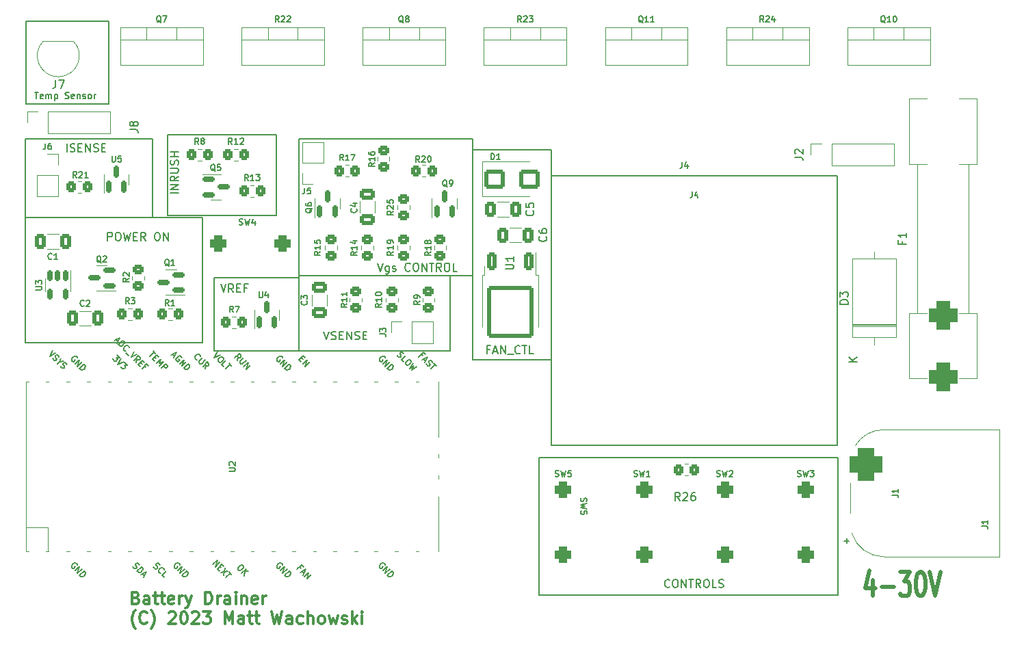
<source format=gto>
%TF.GenerationSoftware,KiCad,Pcbnew,7.0.1*%
%TF.CreationDate,2023-04-21T09:18:26-07:00*%
%TF.ProjectId,lipo_drainer_schematic,6c69706f-5f64-4726-9169-6e65725f7363,rev?*%
%TF.SameCoordinates,Original*%
%TF.FileFunction,Legend,Top*%
%TF.FilePolarity,Positive*%
%FSLAX46Y46*%
G04 Gerber Fmt 4.6, Leading zero omitted, Abs format (unit mm)*
G04 Created by KiCad (PCBNEW 7.0.1) date 2023-04-21 09:18:26*
%MOMM*%
%LPD*%
G01*
G04 APERTURE LIST*
G04 Aperture macros list*
%AMRoundRect*
0 Rectangle with rounded corners*
0 $1 Rounding radius*
0 $2 $3 $4 $5 $6 $7 $8 $9 X,Y pos of 4 corners*
0 Add a 4 corners polygon primitive as box body*
4,1,4,$2,$3,$4,$5,$6,$7,$8,$9,$2,$3,0*
0 Add four circle primitives for the rounded corners*
1,1,$1+$1,$2,$3*
1,1,$1+$1,$4,$5*
1,1,$1+$1,$6,$7*
1,1,$1+$1,$8,$9*
0 Add four rect primitives between the rounded corners*
20,1,$1+$1,$2,$3,$4,$5,0*
20,1,$1+$1,$4,$5,$6,$7,0*
20,1,$1+$1,$6,$7,$8,$9,0*
20,1,$1+$1,$8,$9,$2,$3,0*%
G04 Aperture macros list end*
%ADD10C,0.150000*%
%ADD11C,0.300000*%
%ADD12C,0.500000*%
%ADD13C,0.120000*%
%ADD14R,1.700000X1.700000*%
%ADD15O,1.700000X1.700000*%
%ADD16R,3.200000X3.200000*%
%ADD17O,3.200000X3.200000*%
%ADD18C,3.200000*%
%ADD19R,1.905000X2.000000*%
%ADD20O,1.905000X2.000000*%
%ADD21RoundRect,0.250000X0.412500X0.650000X-0.412500X0.650000X-0.412500X-0.650000X0.412500X-0.650000X0*%
%ADD22RoundRect,0.250000X-0.450000X0.350000X-0.450000X-0.350000X0.450000X-0.350000X0.450000X0.350000X0*%
%ADD23RoundRect,0.150000X-0.150000X0.512500X-0.150000X-0.512500X0.150000X-0.512500X0.150000X0.512500X0*%
%ADD24RoundRect,0.150000X0.587500X0.150000X-0.587500X0.150000X-0.587500X-0.150000X0.587500X-0.150000X0*%
%ADD25RoundRect,0.500000X-0.500000X-0.500000X0.500000X-0.500000X0.500000X0.500000X-0.500000X0.500000X0*%
%ADD26RoundRect,0.250000X-0.650000X0.412500X-0.650000X-0.412500X0.650000X-0.412500X0.650000X0.412500X0*%
%ADD27R,2.000000X2.000000*%
%ADD28O,2.000000X2.000000*%
%ADD29RoundRect,0.250000X0.450000X-0.350000X0.450000X0.350000X-0.450000X0.350000X-0.450000X-0.350000X0*%
%ADD30RoundRect,0.500000X0.500000X-0.500000X0.500000X0.500000X-0.500000X0.500000X-0.500000X-0.500000X0*%
%ADD31RoundRect,0.250000X0.350000X0.450000X-0.350000X0.450000X-0.350000X-0.450000X0.350000X-0.450000X0*%
%ADD32RoundRect,0.250000X-0.412500X-0.650000X0.412500X-0.650000X0.412500X0.650000X-0.412500X0.650000X0*%
%ADD33RoundRect,0.500000X0.500000X0.500000X-0.500000X0.500000X-0.500000X-0.500000X0.500000X-0.500000X0*%
%ADD34RoundRect,0.250000X0.650000X-0.412500X0.650000X0.412500X-0.650000X0.412500X-0.650000X-0.412500X0*%
%ADD35O,1.800000X1.800000*%
%ADD36O,1.500000X1.500000*%
%ADD37R,1.700000X3.500000*%
%ADD38R,3.500000X1.700000*%
%ADD39RoundRect,0.250000X-0.350000X-0.450000X0.350000X-0.450000X0.350000X0.450000X-0.350000X0.450000X0*%
%ADD40RoundRect,0.250000X-0.350000X0.850000X-0.350000X-0.850000X0.350000X-0.850000X0.350000X0.850000X0*%
%ADD41RoundRect,0.249997X-2.650003X2.950003X-2.650003X-2.950003X2.650003X-2.950003X2.650003X2.950003X0*%
%ADD42RoundRect,0.875000X0.875000X-0.875000X0.875000X0.875000X-0.875000X0.875000X-0.875000X-0.875000X0*%
%ADD43C,3.500000*%
%ADD44R,1.050000X1.500000*%
%ADD45O,1.050000X1.500000*%
%ADD46R,2.000000X0.900000*%
%ADD47RoundRect,1.025000X-1.025000X1.025000X-1.025000X-1.025000X1.025000X-1.025000X1.025000X1.025000X0*%
%ADD48C,4.100000*%
%ADD49RoundRect,0.250000X-1.000000X-0.900000X1.000000X-0.900000X1.000000X0.900000X-1.000000X0.900000X0*%
%ADD50RoundRect,0.150000X0.150000X-0.587500X0.150000X0.587500X-0.150000X0.587500X-0.150000X-0.587500X0*%
%ADD51RoundRect,0.150000X-0.587500X-0.150000X0.587500X-0.150000X0.587500X0.150000X-0.587500X0.150000X0*%
G04 APERTURE END LIST*
D10*
X122750000Y-76250000D02*
X144250000Y-76250000D01*
X144250000Y-93250000D01*
X122750000Y-93250000D01*
X122750000Y-76250000D01*
X88875000Y-86000000D02*
X110875000Y-86000000D01*
X110875000Y-101500000D01*
X88875000Y-101500000D01*
X88875000Y-86000000D01*
X88875000Y-76250000D02*
X104625000Y-76250000D01*
X104625000Y-86000000D01*
X88875000Y-86000000D01*
X88875000Y-76250000D01*
X144250000Y-77625000D02*
X154000000Y-77625000D01*
X154000000Y-103650000D01*
X144250000Y-103650000D01*
X144250000Y-77625000D01*
X89000000Y-61750000D02*
X99250000Y-61750000D01*
X99250000Y-72000000D01*
X89000000Y-72000000D01*
X89000000Y-61750000D01*
X154000000Y-80850000D02*
X189400000Y-80850000D01*
X189400000Y-114250000D01*
X154000000Y-114250000D01*
X154000000Y-80850000D01*
X122750000Y-93250000D02*
X141500000Y-93250000D01*
X141500000Y-102500000D01*
X122750000Y-102500000D01*
X122750000Y-93250000D01*
X112250000Y-93500000D02*
X122750000Y-93500000D01*
X122750000Y-102500000D01*
X112250000Y-102500000D01*
X112250000Y-93500000D01*
X152500000Y-115750000D02*
X189500000Y-115750000D01*
X189500000Y-132750000D01*
X152500000Y-132750000D01*
X152500000Y-115750000D01*
X106500000Y-75750000D02*
X120000000Y-75750000D01*
X120000000Y-85750000D01*
X106500000Y-85750000D01*
X106500000Y-75750000D01*
X94038095Y-77877619D02*
X94038095Y-76877619D01*
X94466666Y-77830000D02*
X94609523Y-77877619D01*
X94609523Y-77877619D02*
X94847618Y-77877619D01*
X94847618Y-77877619D02*
X94942856Y-77830000D01*
X94942856Y-77830000D02*
X94990475Y-77782380D01*
X94990475Y-77782380D02*
X95038094Y-77687142D01*
X95038094Y-77687142D02*
X95038094Y-77591904D01*
X95038094Y-77591904D02*
X94990475Y-77496666D01*
X94990475Y-77496666D02*
X94942856Y-77449047D01*
X94942856Y-77449047D02*
X94847618Y-77401428D01*
X94847618Y-77401428D02*
X94657142Y-77353809D01*
X94657142Y-77353809D02*
X94561904Y-77306190D01*
X94561904Y-77306190D02*
X94514285Y-77258571D01*
X94514285Y-77258571D02*
X94466666Y-77163333D01*
X94466666Y-77163333D02*
X94466666Y-77068095D01*
X94466666Y-77068095D02*
X94514285Y-76972857D01*
X94514285Y-76972857D02*
X94561904Y-76925238D01*
X94561904Y-76925238D02*
X94657142Y-76877619D01*
X94657142Y-76877619D02*
X94895237Y-76877619D01*
X94895237Y-76877619D02*
X95038094Y-76925238D01*
X95466666Y-77353809D02*
X95799999Y-77353809D01*
X95942856Y-77877619D02*
X95466666Y-77877619D01*
X95466666Y-77877619D02*
X95466666Y-76877619D01*
X95466666Y-76877619D02*
X95942856Y-76877619D01*
X96371428Y-77877619D02*
X96371428Y-76877619D01*
X96371428Y-76877619D02*
X96942856Y-77877619D01*
X96942856Y-77877619D02*
X96942856Y-76877619D01*
X97371428Y-77830000D02*
X97514285Y-77877619D01*
X97514285Y-77877619D02*
X97752380Y-77877619D01*
X97752380Y-77877619D02*
X97847618Y-77830000D01*
X97847618Y-77830000D02*
X97895237Y-77782380D01*
X97895237Y-77782380D02*
X97942856Y-77687142D01*
X97942856Y-77687142D02*
X97942856Y-77591904D01*
X97942856Y-77591904D02*
X97895237Y-77496666D01*
X97895237Y-77496666D02*
X97847618Y-77449047D01*
X97847618Y-77449047D02*
X97752380Y-77401428D01*
X97752380Y-77401428D02*
X97561904Y-77353809D01*
X97561904Y-77353809D02*
X97466666Y-77306190D01*
X97466666Y-77306190D02*
X97419047Y-77258571D01*
X97419047Y-77258571D02*
X97371428Y-77163333D01*
X97371428Y-77163333D02*
X97371428Y-77068095D01*
X97371428Y-77068095D02*
X97419047Y-76972857D01*
X97419047Y-76972857D02*
X97466666Y-76925238D01*
X97466666Y-76925238D02*
X97561904Y-76877619D01*
X97561904Y-76877619D02*
X97799999Y-76877619D01*
X97799999Y-76877619D02*
X97942856Y-76925238D01*
X98371428Y-77353809D02*
X98704761Y-77353809D01*
X98847618Y-77877619D02*
X98371428Y-77877619D01*
X98371428Y-77877619D02*
X98371428Y-76877619D01*
X98371428Y-76877619D02*
X98847618Y-76877619D01*
X107877619Y-83011904D02*
X106877619Y-83011904D01*
X107877619Y-82535714D02*
X106877619Y-82535714D01*
X106877619Y-82535714D02*
X107877619Y-81964286D01*
X107877619Y-81964286D02*
X106877619Y-81964286D01*
X107877619Y-80916667D02*
X107401428Y-81250000D01*
X107877619Y-81488095D02*
X106877619Y-81488095D01*
X106877619Y-81488095D02*
X106877619Y-81107143D01*
X106877619Y-81107143D02*
X106925238Y-81011905D01*
X106925238Y-81011905D02*
X106972857Y-80964286D01*
X106972857Y-80964286D02*
X107068095Y-80916667D01*
X107068095Y-80916667D02*
X107210952Y-80916667D01*
X107210952Y-80916667D02*
X107306190Y-80964286D01*
X107306190Y-80964286D02*
X107353809Y-81011905D01*
X107353809Y-81011905D02*
X107401428Y-81107143D01*
X107401428Y-81107143D02*
X107401428Y-81488095D01*
X106877619Y-80488095D02*
X107687142Y-80488095D01*
X107687142Y-80488095D02*
X107782380Y-80440476D01*
X107782380Y-80440476D02*
X107830000Y-80392857D01*
X107830000Y-80392857D02*
X107877619Y-80297619D01*
X107877619Y-80297619D02*
X107877619Y-80107143D01*
X107877619Y-80107143D02*
X107830000Y-80011905D01*
X107830000Y-80011905D02*
X107782380Y-79964286D01*
X107782380Y-79964286D02*
X107687142Y-79916667D01*
X107687142Y-79916667D02*
X106877619Y-79916667D01*
X107830000Y-79488095D02*
X107877619Y-79345238D01*
X107877619Y-79345238D02*
X107877619Y-79107143D01*
X107877619Y-79107143D02*
X107830000Y-79011905D01*
X107830000Y-79011905D02*
X107782380Y-78964286D01*
X107782380Y-78964286D02*
X107687142Y-78916667D01*
X107687142Y-78916667D02*
X107591904Y-78916667D01*
X107591904Y-78916667D02*
X107496666Y-78964286D01*
X107496666Y-78964286D02*
X107449047Y-79011905D01*
X107449047Y-79011905D02*
X107401428Y-79107143D01*
X107401428Y-79107143D02*
X107353809Y-79297619D01*
X107353809Y-79297619D02*
X107306190Y-79392857D01*
X107306190Y-79392857D02*
X107258571Y-79440476D01*
X107258571Y-79440476D02*
X107163333Y-79488095D01*
X107163333Y-79488095D02*
X107068095Y-79488095D01*
X107068095Y-79488095D02*
X106972857Y-79440476D01*
X106972857Y-79440476D02*
X106925238Y-79392857D01*
X106925238Y-79392857D02*
X106877619Y-79297619D01*
X106877619Y-79297619D02*
X106877619Y-79059524D01*
X106877619Y-79059524D02*
X106925238Y-78916667D01*
X107877619Y-78488095D02*
X106877619Y-78488095D01*
X107353809Y-78488095D02*
X107353809Y-77916667D01*
X107877619Y-77916667D02*
X106877619Y-77916667D01*
D11*
X102607142Y-133100714D02*
X102821428Y-133172142D01*
X102821428Y-133172142D02*
X102892857Y-133243571D01*
X102892857Y-133243571D02*
X102964285Y-133386428D01*
X102964285Y-133386428D02*
X102964285Y-133600714D01*
X102964285Y-133600714D02*
X102892857Y-133743571D01*
X102892857Y-133743571D02*
X102821428Y-133815000D01*
X102821428Y-133815000D02*
X102678571Y-133886428D01*
X102678571Y-133886428D02*
X102107142Y-133886428D01*
X102107142Y-133886428D02*
X102107142Y-132386428D01*
X102107142Y-132386428D02*
X102607142Y-132386428D01*
X102607142Y-132386428D02*
X102750000Y-132457857D01*
X102750000Y-132457857D02*
X102821428Y-132529285D01*
X102821428Y-132529285D02*
X102892857Y-132672142D01*
X102892857Y-132672142D02*
X102892857Y-132815000D01*
X102892857Y-132815000D02*
X102821428Y-132957857D01*
X102821428Y-132957857D02*
X102750000Y-133029285D01*
X102750000Y-133029285D02*
X102607142Y-133100714D01*
X102607142Y-133100714D02*
X102107142Y-133100714D01*
X104250000Y-133886428D02*
X104250000Y-133100714D01*
X104250000Y-133100714D02*
X104178571Y-132957857D01*
X104178571Y-132957857D02*
X104035714Y-132886428D01*
X104035714Y-132886428D02*
X103750000Y-132886428D01*
X103750000Y-132886428D02*
X103607142Y-132957857D01*
X104250000Y-133815000D02*
X104107142Y-133886428D01*
X104107142Y-133886428D02*
X103750000Y-133886428D01*
X103750000Y-133886428D02*
X103607142Y-133815000D01*
X103607142Y-133815000D02*
X103535714Y-133672142D01*
X103535714Y-133672142D02*
X103535714Y-133529285D01*
X103535714Y-133529285D02*
X103607142Y-133386428D01*
X103607142Y-133386428D02*
X103750000Y-133315000D01*
X103750000Y-133315000D02*
X104107142Y-133315000D01*
X104107142Y-133315000D02*
X104250000Y-133243571D01*
X104750000Y-132886428D02*
X105321428Y-132886428D01*
X104964285Y-132386428D02*
X104964285Y-133672142D01*
X104964285Y-133672142D02*
X105035714Y-133815000D01*
X105035714Y-133815000D02*
X105178571Y-133886428D01*
X105178571Y-133886428D02*
X105321428Y-133886428D01*
X105607143Y-132886428D02*
X106178571Y-132886428D01*
X105821428Y-132386428D02*
X105821428Y-133672142D01*
X105821428Y-133672142D02*
X105892857Y-133815000D01*
X105892857Y-133815000D02*
X106035714Y-133886428D01*
X106035714Y-133886428D02*
X106178571Y-133886428D01*
X107250000Y-133815000D02*
X107107143Y-133886428D01*
X107107143Y-133886428D02*
X106821429Y-133886428D01*
X106821429Y-133886428D02*
X106678571Y-133815000D01*
X106678571Y-133815000D02*
X106607143Y-133672142D01*
X106607143Y-133672142D02*
X106607143Y-133100714D01*
X106607143Y-133100714D02*
X106678571Y-132957857D01*
X106678571Y-132957857D02*
X106821429Y-132886428D01*
X106821429Y-132886428D02*
X107107143Y-132886428D01*
X107107143Y-132886428D02*
X107250000Y-132957857D01*
X107250000Y-132957857D02*
X107321429Y-133100714D01*
X107321429Y-133100714D02*
X107321429Y-133243571D01*
X107321429Y-133243571D02*
X106607143Y-133386428D01*
X107964285Y-133886428D02*
X107964285Y-132886428D01*
X107964285Y-133172142D02*
X108035714Y-133029285D01*
X108035714Y-133029285D02*
X108107143Y-132957857D01*
X108107143Y-132957857D02*
X108250000Y-132886428D01*
X108250000Y-132886428D02*
X108392857Y-132886428D01*
X108749999Y-132886428D02*
X109107142Y-133886428D01*
X109464285Y-132886428D02*
X109107142Y-133886428D01*
X109107142Y-133886428D02*
X108964285Y-134243571D01*
X108964285Y-134243571D02*
X108892856Y-134315000D01*
X108892856Y-134315000D02*
X108749999Y-134386428D01*
X111178570Y-133886428D02*
X111178570Y-132386428D01*
X111178570Y-132386428D02*
X111535713Y-132386428D01*
X111535713Y-132386428D02*
X111749999Y-132457857D01*
X111749999Y-132457857D02*
X111892856Y-132600714D01*
X111892856Y-132600714D02*
X111964285Y-132743571D01*
X111964285Y-132743571D02*
X112035713Y-133029285D01*
X112035713Y-133029285D02*
X112035713Y-133243571D01*
X112035713Y-133243571D02*
X111964285Y-133529285D01*
X111964285Y-133529285D02*
X111892856Y-133672142D01*
X111892856Y-133672142D02*
X111749999Y-133815000D01*
X111749999Y-133815000D02*
X111535713Y-133886428D01*
X111535713Y-133886428D02*
X111178570Y-133886428D01*
X112678570Y-133886428D02*
X112678570Y-132886428D01*
X112678570Y-133172142D02*
X112749999Y-133029285D01*
X112749999Y-133029285D02*
X112821428Y-132957857D01*
X112821428Y-132957857D02*
X112964285Y-132886428D01*
X112964285Y-132886428D02*
X113107142Y-132886428D01*
X114249999Y-133886428D02*
X114249999Y-133100714D01*
X114249999Y-133100714D02*
X114178570Y-132957857D01*
X114178570Y-132957857D02*
X114035713Y-132886428D01*
X114035713Y-132886428D02*
X113749999Y-132886428D01*
X113749999Y-132886428D02*
X113607141Y-132957857D01*
X114249999Y-133815000D02*
X114107141Y-133886428D01*
X114107141Y-133886428D02*
X113749999Y-133886428D01*
X113749999Y-133886428D02*
X113607141Y-133815000D01*
X113607141Y-133815000D02*
X113535713Y-133672142D01*
X113535713Y-133672142D02*
X113535713Y-133529285D01*
X113535713Y-133529285D02*
X113607141Y-133386428D01*
X113607141Y-133386428D02*
X113749999Y-133315000D01*
X113749999Y-133315000D02*
X114107141Y-133315000D01*
X114107141Y-133315000D02*
X114249999Y-133243571D01*
X114964284Y-133886428D02*
X114964284Y-132886428D01*
X114964284Y-132386428D02*
X114892856Y-132457857D01*
X114892856Y-132457857D02*
X114964284Y-132529285D01*
X114964284Y-132529285D02*
X115035713Y-132457857D01*
X115035713Y-132457857D02*
X114964284Y-132386428D01*
X114964284Y-132386428D02*
X114964284Y-132529285D01*
X115678570Y-132886428D02*
X115678570Y-133886428D01*
X115678570Y-133029285D02*
X115749999Y-132957857D01*
X115749999Y-132957857D02*
X115892856Y-132886428D01*
X115892856Y-132886428D02*
X116107142Y-132886428D01*
X116107142Y-132886428D02*
X116249999Y-132957857D01*
X116249999Y-132957857D02*
X116321428Y-133100714D01*
X116321428Y-133100714D02*
X116321428Y-133886428D01*
X117607142Y-133815000D02*
X117464285Y-133886428D01*
X117464285Y-133886428D02*
X117178571Y-133886428D01*
X117178571Y-133886428D02*
X117035713Y-133815000D01*
X117035713Y-133815000D02*
X116964285Y-133672142D01*
X116964285Y-133672142D02*
X116964285Y-133100714D01*
X116964285Y-133100714D02*
X117035713Y-132957857D01*
X117035713Y-132957857D02*
X117178571Y-132886428D01*
X117178571Y-132886428D02*
X117464285Y-132886428D01*
X117464285Y-132886428D02*
X117607142Y-132957857D01*
X117607142Y-132957857D02*
X117678571Y-133100714D01*
X117678571Y-133100714D02*
X117678571Y-133243571D01*
X117678571Y-133243571D02*
X116964285Y-133386428D01*
X118321427Y-133886428D02*
X118321427Y-132886428D01*
X118321427Y-133172142D02*
X118392856Y-133029285D01*
X118392856Y-133029285D02*
X118464285Y-132957857D01*
X118464285Y-132957857D02*
X118607142Y-132886428D01*
X118607142Y-132886428D02*
X118749999Y-132886428D01*
X102535714Y-136887857D02*
X102464285Y-136816428D01*
X102464285Y-136816428D02*
X102321428Y-136602142D01*
X102321428Y-136602142D02*
X102250000Y-136459285D01*
X102250000Y-136459285D02*
X102178571Y-136245000D01*
X102178571Y-136245000D02*
X102107142Y-135887857D01*
X102107142Y-135887857D02*
X102107142Y-135602142D01*
X102107142Y-135602142D02*
X102178571Y-135245000D01*
X102178571Y-135245000D02*
X102250000Y-135030714D01*
X102250000Y-135030714D02*
X102321428Y-134887857D01*
X102321428Y-134887857D02*
X102464285Y-134673571D01*
X102464285Y-134673571D02*
X102535714Y-134602142D01*
X103964285Y-136173571D02*
X103892857Y-136245000D01*
X103892857Y-136245000D02*
X103678571Y-136316428D01*
X103678571Y-136316428D02*
X103535714Y-136316428D01*
X103535714Y-136316428D02*
X103321428Y-136245000D01*
X103321428Y-136245000D02*
X103178571Y-136102142D01*
X103178571Y-136102142D02*
X103107142Y-135959285D01*
X103107142Y-135959285D02*
X103035714Y-135673571D01*
X103035714Y-135673571D02*
X103035714Y-135459285D01*
X103035714Y-135459285D02*
X103107142Y-135173571D01*
X103107142Y-135173571D02*
X103178571Y-135030714D01*
X103178571Y-135030714D02*
X103321428Y-134887857D01*
X103321428Y-134887857D02*
X103535714Y-134816428D01*
X103535714Y-134816428D02*
X103678571Y-134816428D01*
X103678571Y-134816428D02*
X103892857Y-134887857D01*
X103892857Y-134887857D02*
X103964285Y-134959285D01*
X104464285Y-136887857D02*
X104535714Y-136816428D01*
X104535714Y-136816428D02*
X104678571Y-136602142D01*
X104678571Y-136602142D02*
X104750000Y-136459285D01*
X104750000Y-136459285D02*
X104821428Y-136245000D01*
X104821428Y-136245000D02*
X104892857Y-135887857D01*
X104892857Y-135887857D02*
X104892857Y-135602142D01*
X104892857Y-135602142D02*
X104821428Y-135245000D01*
X104821428Y-135245000D02*
X104750000Y-135030714D01*
X104750000Y-135030714D02*
X104678571Y-134887857D01*
X104678571Y-134887857D02*
X104535714Y-134673571D01*
X104535714Y-134673571D02*
X104464285Y-134602142D01*
X106678571Y-134959285D02*
X106749999Y-134887857D01*
X106749999Y-134887857D02*
X106892857Y-134816428D01*
X106892857Y-134816428D02*
X107249999Y-134816428D01*
X107249999Y-134816428D02*
X107392857Y-134887857D01*
X107392857Y-134887857D02*
X107464285Y-134959285D01*
X107464285Y-134959285D02*
X107535714Y-135102142D01*
X107535714Y-135102142D02*
X107535714Y-135245000D01*
X107535714Y-135245000D02*
X107464285Y-135459285D01*
X107464285Y-135459285D02*
X106607142Y-136316428D01*
X106607142Y-136316428D02*
X107535714Y-136316428D01*
X108464285Y-134816428D02*
X108607142Y-134816428D01*
X108607142Y-134816428D02*
X108749999Y-134887857D01*
X108749999Y-134887857D02*
X108821428Y-134959285D01*
X108821428Y-134959285D02*
X108892856Y-135102142D01*
X108892856Y-135102142D02*
X108964285Y-135387857D01*
X108964285Y-135387857D02*
X108964285Y-135745000D01*
X108964285Y-135745000D02*
X108892856Y-136030714D01*
X108892856Y-136030714D02*
X108821428Y-136173571D01*
X108821428Y-136173571D02*
X108749999Y-136245000D01*
X108749999Y-136245000D02*
X108607142Y-136316428D01*
X108607142Y-136316428D02*
X108464285Y-136316428D01*
X108464285Y-136316428D02*
X108321428Y-136245000D01*
X108321428Y-136245000D02*
X108249999Y-136173571D01*
X108249999Y-136173571D02*
X108178570Y-136030714D01*
X108178570Y-136030714D02*
X108107142Y-135745000D01*
X108107142Y-135745000D02*
X108107142Y-135387857D01*
X108107142Y-135387857D02*
X108178570Y-135102142D01*
X108178570Y-135102142D02*
X108249999Y-134959285D01*
X108249999Y-134959285D02*
X108321428Y-134887857D01*
X108321428Y-134887857D02*
X108464285Y-134816428D01*
X109535713Y-134959285D02*
X109607141Y-134887857D01*
X109607141Y-134887857D02*
X109749999Y-134816428D01*
X109749999Y-134816428D02*
X110107141Y-134816428D01*
X110107141Y-134816428D02*
X110249999Y-134887857D01*
X110249999Y-134887857D02*
X110321427Y-134959285D01*
X110321427Y-134959285D02*
X110392856Y-135102142D01*
X110392856Y-135102142D02*
X110392856Y-135245000D01*
X110392856Y-135245000D02*
X110321427Y-135459285D01*
X110321427Y-135459285D02*
X109464284Y-136316428D01*
X109464284Y-136316428D02*
X110392856Y-136316428D01*
X110892855Y-134816428D02*
X111821427Y-134816428D01*
X111821427Y-134816428D02*
X111321427Y-135387857D01*
X111321427Y-135387857D02*
X111535712Y-135387857D01*
X111535712Y-135387857D02*
X111678570Y-135459285D01*
X111678570Y-135459285D02*
X111749998Y-135530714D01*
X111749998Y-135530714D02*
X111821427Y-135673571D01*
X111821427Y-135673571D02*
X111821427Y-136030714D01*
X111821427Y-136030714D02*
X111749998Y-136173571D01*
X111749998Y-136173571D02*
X111678570Y-136245000D01*
X111678570Y-136245000D02*
X111535712Y-136316428D01*
X111535712Y-136316428D02*
X111107141Y-136316428D01*
X111107141Y-136316428D02*
X110964284Y-136245000D01*
X110964284Y-136245000D02*
X110892855Y-136173571D01*
X113607140Y-136316428D02*
X113607140Y-134816428D01*
X113607140Y-134816428D02*
X114107140Y-135887857D01*
X114107140Y-135887857D02*
X114607140Y-134816428D01*
X114607140Y-134816428D02*
X114607140Y-136316428D01*
X115964284Y-136316428D02*
X115964284Y-135530714D01*
X115964284Y-135530714D02*
X115892855Y-135387857D01*
X115892855Y-135387857D02*
X115749998Y-135316428D01*
X115749998Y-135316428D02*
X115464284Y-135316428D01*
X115464284Y-135316428D02*
X115321426Y-135387857D01*
X115964284Y-136245000D02*
X115821426Y-136316428D01*
X115821426Y-136316428D02*
X115464284Y-136316428D01*
X115464284Y-136316428D02*
X115321426Y-136245000D01*
X115321426Y-136245000D02*
X115249998Y-136102142D01*
X115249998Y-136102142D02*
X115249998Y-135959285D01*
X115249998Y-135959285D02*
X115321426Y-135816428D01*
X115321426Y-135816428D02*
X115464284Y-135745000D01*
X115464284Y-135745000D02*
X115821426Y-135745000D01*
X115821426Y-135745000D02*
X115964284Y-135673571D01*
X116464284Y-135316428D02*
X117035712Y-135316428D01*
X116678569Y-134816428D02*
X116678569Y-136102142D01*
X116678569Y-136102142D02*
X116749998Y-136245000D01*
X116749998Y-136245000D02*
X116892855Y-136316428D01*
X116892855Y-136316428D02*
X117035712Y-136316428D01*
X117321427Y-135316428D02*
X117892855Y-135316428D01*
X117535712Y-134816428D02*
X117535712Y-136102142D01*
X117535712Y-136102142D02*
X117607141Y-136245000D01*
X117607141Y-136245000D02*
X117749998Y-136316428D01*
X117749998Y-136316428D02*
X117892855Y-136316428D01*
X119392855Y-134816428D02*
X119749998Y-136316428D01*
X119749998Y-136316428D02*
X120035712Y-135245000D01*
X120035712Y-135245000D02*
X120321427Y-136316428D01*
X120321427Y-136316428D02*
X120678570Y-134816428D01*
X121892856Y-136316428D02*
X121892856Y-135530714D01*
X121892856Y-135530714D02*
X121821427Y-135387857D01*
X121821427Y-135387857D02*
X121678570Y-135316428D01*
X121678570Y-135316428D02*
X121392856Y-135316428D01*
X121392856Y-135316428D02*
X121249998Y-135387857D01*
X121892856Y-136245000D02*
X121749998Y-136316428D01*
X121749998Y-136316428D02*
X121392856Y-136316428D01*
X121392856Y-136316428D02*
X121249998Y-136245000D01*
X121249998Y-136245000D02*
X121178570Y-136102142D01*
X121178570Y-136102142D02*
X121178570Y-135959285D01*
X121178570Y-135959285D02*
X121249998Y-135816428D01*
X121249998Y-135816428D02*
X121392856Y-135745000D01*
X121392856Y-135745000D02*
X121749998Y-135745000D01*
X121749998Y-135745000D02*
X121892856Y-135673571D01*
X123249999Y-136245000D02*
X123107141Y-136316428D01*
X123107141Y-136316428D02*
X122821427Y-136316428D01*
X122821427Y-136316428D02*
X122678570Y-136245000D01*
X122678570Y-136245000D02*
X122607141Y-136173571D01*
X122607141Y-136173571D02*
X122535713Y-136030714D01*
X122535713Y-136030714D02*
X122535713Y-135602142D01*
X122535713Y-135602142D02*
X122607141Y-135459285D01*
X122607141Y-135459285D02*
X122678570Y-135387857D01*
X122678570Y-135387857D02*
X122821427Y-135316428D01*
X122821427Y-135316428D02*
X123107141Y-135316428D01*
X123107141Y-135316428D02*
X123249999Y-135387857D01*
X123892855Y-136316428D02*
X123892855Y-134816428D01*
X124535713Y-136316428D02*
X124535713Y-135530714D01*
X124535713Y-135530714D02*
X124464284Y-135387857D01*
X124464284Y-135387857D02*
X124321427Y-135316428D01*
X124321427Y-135316428D02*
X124107141Y-135316428D01*
X124107141Y-135316428D02*
X123964284Y-135387857D01*
X123964284Y-135387857D02*
X123892855Y-135459285D01*
X125464284Y-136316428D02*
X125321427Y-136245000D01*
X125321427Y-136245000D02*
X125249998Y-136173571D01*
X125249998Y-136173571D02*
X125178570Y-136030714D01*
X125178570Y-136030714D02*
X125178570Y-135602142D01*
X125178570Y-135602142D02*
X125249998Y-135459285D01*
X125249998Y-135459285D02*
X125321427Y-135387857D01*
X125321427Y-135387857D02*
X125464284Y-135316428D01*
X125464284Y-135316428D02*
X125678570Y-135316428D01*
X125678570Y-135316428D02*
X125821427Y-135387857D01*
X125821427Y-135387857D02*
X125892856Y-135459285D01*
X125892856Y-135459285D02*
X125964284Y-135602142D01*
X125964284Y-135602142D02*
X125964284Y-136030714D01*
X125964284Y-136030714D02*
X125892856Y-136173571D01*
X125892856Y-136173571D02*
X125821427Y-136245000D01*
X125821427Y-136245000D02*
X125678570Y-136316428D01*
X125678570Y-136316428D02*
X125464284Y-136316428D01*
X126464284Y-135316428D02*
X126749999Y-136316428D01*
X126749999Y-136316428D02*
X127035713Y-135602142D01*
X127035713Y-135602142D02*
X127321427Y-136316428D01*
X127321427Y-136316428D02*
X127607141Y-135316428D01*
X128107142Y-136245000D02*
X128249999Y-136316428D01*
X128249999Y-136316428D02*
X128535713Y-136316428D01*
X128535713Y-136316428D02*
X128678570Y-136245000D01*
X128678570Y-136245000D02*
X128749999Y-136102142D01*
X128749999Y-136102142D02*
X128749999Y-136030714D01*
X128749999Y-136030714D02*
X128678570Y-135887857D01*
X128678570Y-135887857D02*
X128535713Y-135816428D01*
X128535713Y-135816428D02*
X128321428Y-135816428D01*
X128321428Y-135816428D02*
X128178570Y-135745000D01*
X128178570Y-135745000D02*
X128107142Y-135602142D01*
X128107142Y-135602142D02*
X128107142Y-135530714D01*
X128107142Y-135530714D02*
X128178570Y-135387857D01*
X128178570Y-135387857D02*
X128321428Y-135316428D01*
X128321428Y-135316428D02*
X128535713Y-135316428D01*
X128535713Y-135316428D02*
X128678570Y-135387857D01*
X129392856Y-136316428D02*
X129392856Y-134816428D01*
X129535714Y-135745000D02*
X129964285Y-136316428D01*
X129964285Y-135316428D02*
X129392856Y-135887857D01*
X130607142Y-136316428D02*
X130607142Y-135316428D01*
X130607142Y-134816428D02*
X130535714Y-134887857D01*
X130535714Y-134887857D02*
X130607142Y-134959285D01*
X130607142Y-134959285D02*
X130678571Y-134887857D01*
X130678571Y-134887857D02*
X130607142Y-134816428D01*
X130607142Y-134816428D02*
X130607142Y-134959285D01*
D12*
X193833333Y-130882857D02*
X193833333Y-132882857D01*
X193357142Y-129740000D02*
X192880952Y-131882857D01*
X192880952Y-131882857D02*
X194119047Y-131882857D01*
X194880952Y-131740000D02*
X196404762Y-131740000D01*
X197166666Y-129882857D02*
X198404761Y-129882857D01*
X198404761Y-129882857D02*
X197738094Y-131025714D01*
X197738094Y-131025714D02*
X198023809Y-131025714D01*
X198023809Y-131025714D02*
X198214285Y-131168571D01*
X198214285Y-131168571D02*
X198309523Y-131311428D01*
X198309523Y-131311428D02*
X198404761Y-131597142D01*
X198404761Y-131597142D02*
X198404761Y-132311428D01*
X198404761Y-132311428D02*
X198309523Y-132597142D01*
X198309523Y-132597142D02*
X198214285Y-132740000D01*
X198214285Y-132740000D02*
X198023809Y-132882857D01*
X198023809Y-132882857D02*
X197452380Y-132882857D01*
X197452380Y-132882857D02*
X197261904Y-132740000D01*
X197261904Y-132740000D02*
X197166666Y-132597142D01*
X199642856Y-129882857D02*
X199833333Y-129882857D01*
X199833333Y-129882857D02*
X200023809Y-130025714D01*
X200023809Y-130025714D02*
X200119047Y-130168571D01*
X200119047Y-130168571D02*
X200214285Y-130454285D01*
X200214285Y-130454285D02*
X200309523Y-131025714D01*
X200309523Y-131025714D02*
X200309523Y-131740000D01*
X200309523Y-131740000D02*
X200214285Y-132311428D01*
X200214285Y-132311428D02*
X200119047Y-132597142D01*
X200119047Y-132597142D02*
X200023809Y-132740000D01*
X200023809Y-132740000D02*
X199833333Y-132882857D01*
X199833333Y-132882857D02*
X199642856Y-132882857D01*
X199642856Y-132882857D02*
X199452380Y-132740000D01*
X199452380Y-132740000D02*
X199357142Y-132597142D01*
X199357142Y-132597142D02*
X199261904Y-132311428D01*
X199261904Y-132311428D02*
X199166666Y-131740000D01*
X199166666Y-131740000D02*
X199166666Y-131025714D01*
X199166666Y-131025714D02*
X199261904Y-130454285D01*
X199261904Y-130454285D02*
X199357142Y-130168571D01*
X199357142Y-130168571D02*
X199452380Y-130025714D01*
X199452380Y-130025714D02*
X199642856Y-129882857D01*
X200880952Y-129882857D02*
X201547618Y-132882857D01*
X201547618Y-132882857D02*
X202214285Y-129882857D01*
D10*
X125845238Y-100127619D02*
X126178571Y-101127619D01*
X126178571Y-101127619D02*
X126511904Y-100127619D01*
X126797619Y-101080000D02*
X126940476Y-101127619D01*
X126940476Y-101127619D02*
X127178571Y-101127619D01*
X127178571Y-101127619D02*
X127273809Y-101080000D01*
X127273809Y-101080000D02*
X127321428Y-101032380D01*
X127321428Y-101032380D02*
X127369047Y-100937142D01*
X127369047Y-100937142D02*
X127369047Y-100841904D01*
X127369047Y-100841904D02*
X127321428Y-100746666D01*
X127321428Y-100746666D02*
X127273809Y-100699047D01*
X127273809Y-100699047D02*
X127178571Y-100651428D01*
X127178571Y-100651428D02*
X126988095Y-100603809D01*
X126988095Y-100603809D02*
X126892857Y-100556190D01*
X126892857Y-100556190D02*
X126845238Y-100508571D01*
X126845238Y-100508571D02*
X126797619Y-100413333D01*
X126797619Y-100413333D02*
X126797619Y-100318095D01*
X126797619Y-100318095D02*
X126845238Y-100222857D01*
X126845238Y-100222857D02*
X126892857Y-100175238D01*
X126892857Y-100175238D02*
X126988095Y-100127619D01*
X126988095Y-100127619D02*
X127226190Y-100127619D01*
X127226190Y-100127619D02*
X127369047Y-100175238D01*
X127797619Y-100603809D02*
X128130952Y-100603809D01*
X128273809Y-101127619D02*
X127797619Y-101127619D01*
X127797619Y-101127619D02*
X127797619Y-100127619D01*
X127797619Y-100127619D02*
X128273809Y-100127619D01*
X128702381Y-101127619D02*
X128702381Y-100127619D01*
X128702381Y-100127619D02*
X129273809Y-101127619D01*
X129273809Y-101127619D02*
X129273809Y-100127619D01*
X129702381Y-101080000D02*
X129845238Y-101127619D01*
X129845238Y-101127619D02*
X130083333Y-101127619D01*
X130083333Y-101127619D02*
X130178571Y-101080000D01*
X130178571Y-101080000D02*
X130226190Y-101032380D01*
X130226190Y-101032380D02*
X130273809Y-100937142D01*
X130273809Y-100937142D02*
X130273809Y-100841904D01*
X130273809Y-100841904D02*
X130226190Y-100746666D01*
X130226190Y-100746666D02*
X130178571Y-100699047D01*
X130178571Y-100699047D02*
X130083333Y-100651428D01*
X130083333Y-100651428D02*
X129892857Y-100603809D01*
X129892857Y-100603809D02*
X129797619Y-100556190D01*
X129797619Y-100556190D02*
X129750000Y-100508571D01*
X129750000Y-100508571D02*
X129702381Y-100413333D01*
X129702381Y-100413333D02*
X129702381Y-100318095D01*
X129702381Y-100318095D02*
X129750000Y-100222857D01*
X129750000Y-100222857D02*
X129797619Y-100175238D01*
X129797619Y-100175238D02*
X129892857Y-100127619D01*
X129892857Y-100127619D02*
X130130952Y-100127619D01*
X130130952Y-100127619D02*
X130273809Y-100175238D01*
X130702381Y-100603809D02*
X131035714Y-100603809D01*
X131178571Y-101127619D02*
X130702381Y-101127619D01*
X130702381Y-101127619D02*
X130702381Y-100127619D01*
X130702381Y-100127619D02*
X131178571Y-100127619D01*
X168659523Y-131732380D02*
X168611904Y-131780000D01*
X168611904Y-131780000D02*
X168469047Y-131827619D01*
X168469047Y-131827619D02*
X168373809Y-131827619D01*
X168373809Y-131827619D02*
X168230952Y-131780000D01*
X168230952Y-131780000D02*
X168135714Y-131684761D01*
X168135714Y-131684761D02*
X168088095Y-131589523D01*
X168088095Y-131589523D02*
X168040476Y-131399047D01*
X168040476Y-131399047D02*
X168040476Y-131256190D01*
X168040476Y-131256190D02*
X168088095Y-131065714D01*
X168088095Y-131065714D02*
X168135714Y-130970476D01*
X168135714Y-130970476D02*
X168230952Y-130875238D01*
X168230952Y-130875238D02*
X168373809Y-130827619D01*
X168373809Y-130827619D02*
X168469047Y-130827619D01*
X168469047Y-130827619D02*
X168611904Y-130875238D01*
X168611904Y-130875238D02*
X168659523Y-130922857D01*
X169278571Y-130827619D02*
X169469047Y-130827619D01*
X169469047Y-130827619D02*
X169564285Y-130875238D01*
X169564285Y-130875238D02*
X169659523Y-130970476D01*
X169659523Y-130970476D02*
X169707142Y-131160952D01*
X169707142Y-131160952D02*
X169707142Y-131494285D01*
X169707142Y-131494285D02*
X169659523Y-131684761D01*
X169659523Y-131684761D02*
X169564285Y-131780000D01*
X169564285Y-131780000D02*
X169469047Y-131827619D01*
X169469047Y-131827619D02*
X169278571Y-131827619D01*
X169278571Y-131827619D02*
X169183333Y-131780000D01*
X169183333Y-131780000D02*
X169088095Y-131684761D01*
X169088095Y-131684761D02*
X169040476Y-131494285D01*
X169040476Y-131494285D02*
X169040476Y-131160952D01*
X169040476Y-131160952D02*
X169088095Y-130970476D01*
X169088095Y-130970476D02*
X169183333Y-130875238D01*
X169183333Y-130875238D02*
X169278571Y-130827619D01*
X170135714Y-131827619D02*
X170135714Y-130827619D01*
X170135714Y-130827619D02*
X170707142Y-131827619D01*
X170707142Y-131827619D02*
X170707142Y-130827619D01*
X171040476Y-130827619D02*
X171611904Y-130827619D01*
X171326190Y-131827619D02*
X171326190Y-130827619D01*
X172516666Y-131827619D02*
X172183333Y-131351428D01*
X171945238Y-131827619D02*
X171945238Y-130827619D01*
X171945238Y-130827619D02*
X172326190Y-130827619D01*
X172326190Y-130827619D02*
X172421428Y-130875238D01*
X172421428Y-130875238D02*
X172469047Y-130922857D01*
X172469047Y-130922857D02*
X172516666Y-131018095D01*
X172516666Y-131018095D02*
X172516666Y-131160952D01*
X172516666Y-131160952D02*
X172469047Y-131256190D01*
X172469047Y-131256190D02*
X172421428Y-131303809D01*
X172421428Y-131303809D02*
X172326190Y-131351428D01*
X172326190Y-131351428D02*
X171945238Y-131351428D01*
X173135714Y-130827619D02*
X173326190Y-130827619D01*
X173326190Y-130827619D02*
X173421428Y-130875238D01*
X173421428Y-130875238D02*
X173516666Y-130970476D01*
X173516666Y-130970476D02*
X173564285Y-131160952D01*
X173564285Y-131160952D02*
X173564285Y-131494285D01*
X173564285Y-131494285D02*
X173516666Y-131684761D01*
X173516666Y-131684761D02*
X173421428Y-131780000D01*
X173421428Y-131780000D02*
X173326190Y-131827619D01*
X173326190Y-131827619D02*
X173135714Y-131827619D01*
X173135714Y-131827619D02*
X173040476Y-131780000D01*
X173040476Y-131780000D02*
X172945238Y-131684761D01*
X172945238Y-131684761D02*
X172897619Y-131494285D01*
X172897619Y-131494285D02*
X172897619Y-131160952D01*
X172897619Y-131160952D02*
X172945238Y-130970476D01*
X172945238Y-130970476D02*
X173040476Y-130875238D01*
X173040476Y-130875238D02*
X173135714Y-130827619D01*
X174469047Y-131827619D02*
X173992857Y-131827619D01*
X173992857Y-131827619D02*
X173992857Y-130827619D01*
X174754762Y-131780000D02*
X174897619Y-131827619D01*
X174897619Y-131827619D02*
X175135714Y-131827619D01*
X175135714Y-131827619D02*
X175230952Y-131780000D01*
X175230952Y-131780000D02*
X175278571Y-131732380D01*
X175278571Y-131732380D02*
X175326190Y-131637142D01*
X175326190Y-131637142D02*
X175326190Y-131541904D01*
X175326190Y-131541904D02*
X175278571Y-131446666D01*
X175278571Y-131446666D02*
X175230952Y-131399047D01*
X175230952Y-131399047D02*
X175135714Y-131351428D01*
X175135714Y-131351428D02*
X174945238Y-131303809D01*
X174945238Y-131303809D02*
X174850000Y-131256190D01*
X174850000Y-131256190D02*
X174802381Y-131208571D01*
X174802381Y-131208571D02*
X174754762Y-131113333D01*
X174754762Y-131113333D02*
X174754762Y-131018095D01*
X174754762Y-131018095D02*
X174802381Y-130922857D01*
X174802381Y-130922857D02*
X174850000Y-130875238D01*
X174850000Y-130875238D02*
X174945238Y-130827619D01*
X174945238Y-130827619D02*
X175183333Y-130827619D01*
X175183333Y-130827619D02*
X175326190Y-130875238D01*
X90076190Y-70502095D02*
X90533333Y-70502095D01*
X90304761Y-71302095D02*
X90304761Y-70502095D01*
X91104762Y-71264000D02*
X91028571Y-71302095D01*
X91028571Y-71302095D02*
X90876190Y-71302095D01*
X90876190Y-71302095D02*
X90800000Y-71264000D01*
X90800000Y-71264000D02*
X90761904Y-71187809D01*
X90761904Y-71187809D02*
X90761904Y-70883047D01*
X90761904Y-70883047D02*
X90800000Y-70806857D01*
X90800000Y-70806857D02*
X90876190Y-70768761D01*
X90876190Y-70768761D02*
X91028571Y-70768761D01*
X91028571Y-70768761D02*
X91104762Y-70806857D01*
X91104762Y-70806857D02*
X91142857Y-70883047D01*
X91142857Y-70883047D02*
X91142857Y-70959238D01*
X91142857Y-70959238D02*
X90761904Y-71035428D01*
X91485714Y-71302095D02*
X91485714Y-70768761D01*
X91485714Y-70844952D02*
X91523809Y-70806857D01*
X91523809Y-70806857D02*
X91599999Y-70768761D01*
X91599999Y-70768761D02*
X91714285Y-70768761D01*
X91714285Y-70768761D02*
X91790476Y-70806857D01*
X91790476Y-70806857D02*
X91828571Y-70883047D01*
X91828571Y-70883047D02*
X91828571Y-71302095D01*
X91828571Y-70883047D02*
X91866666Y-70806857D01*
X91866666Y-70806857D02*
X91942857Y-70768761D01*
X91942857Y-70768761D02*
X92057142Y-70768761D01*
X92057142Y-70768761D02*
X92133333Y-70806857D01*
X92133333Y-70806857D02*
X92171428Y-70883047D01*
X92171428Y-70883047D02*
X92171428Y-71302095D01*
X92552381Y-70768761D02*
X92552381Y-71568761D01*
X92552381Y-70806857D02*
X92628571Y-70768761D01*
X92628571Y-70768761D02*
X92780952Y-70768761D01*
X92780952Y-70768761D02*
X92857143Y-70806857D01*
X92857143Y-70806857D02*
X92895238Y-70844952D01*
X92895238Y-70844952D02*
X92933333Y-70921142D01*
X92933333Y-70921142D02*
X92933333Y-71149714D01*
X92933333Y-71149714D02*
X92895238Y-71225904D01*
X92895238Y-71225904D02*
X92857143Y-71264000D01*
X92857143Y-71264000D02*
X92780952Y-71302095D01*
X92780952Y-71302095D02*
X92628571Y-71302095D01*
X92628571Y-71302095D02*
X92552381Y-71264000D01*
X93847619Y-71264000D02*
X93961905Y-71302095D01*
X93961905Y-71302095D02*
X94152381Y-71302095D01*
X94152381Y-71302095D02*
X94228572Y-71264000D01*
X94228572Y-71264000D02*
X94266667Y-71225904D01*
X94266667Y-71225904D02*
X94304762Y-71149714D01*
X94304762Y-71149714D02*
X94304762Y-71073523D01*
X94304762Y-71073523D02*
X94266667Y-70997333D01*
X94266667Y-70997333D02*
X94228572Y-70959238D01*
X94228572Y-70959238D02*
X94152381Y-70921142D01*
X94152381Y-70921142D02*
X94000000Y-70883047D01*
X94000000Y-70883047D02*
X93923810Y-70844952D01*
X93923810Y-70844952D02*
X93885715Y-70806857D01*
X93885715Y-70806857D02*
X93847619Y-70730666D01*
X93847619Y-70730666D02*
X93847619Y-70654476D01*
X93847619Y-70654476D02*
X93885715Y-70578285D01*
X93885715Y-70578285D02*
X93923810Y-70540190D01*
X93923810Y-70540190D02*
X94000000Y-70502095D01*
X94000000Y-70502095D02*
X94190477Y-70502095D01*
X94190477Y-70502095D02*
X94304762Y-70540190D01*
X94952382Y-71264000D02*
X94876191Y-71302095D01*
X94876191Y-71302095D02*
X94723810Y-71302095D01*
X94723810Y-71302095D02*
X94647620Y-71264000D01*
X94647620Y-71264000D02*
X94609524Y-71187809D01*
X94609524Y-71187809D02*
X94609524Y-70883047D01*
X94609524Y-70883047D02*
X94647620Y-70806857D01*
X94647620Y-70806857D02*
X94723810Y-70768761D01*
X94723810Y-70768761D02*
X94876191Y-70768761D01*
X94876191Y-70768761D02*
X94952382Y-70806857D01*
X94952382Y-70806857D02*
X94990477Y-70883047D01*
X94990477Y-70883047D02*
X94990477Y-70959238D01*
X94990477Y-70959238D02*
X94609524Y-71035428D01*
X95333334Y-70768761D02*
X95333334Y-71302095D01*
X95333334Y-70844952D02*
X95371429Y-70806857D01*
X95371429Y-70806857D02*
X95447619Y-70768761D01*
X95447619Y-70768761D02*
X95561905Y-70768761D01*
X95561905Y-70768761D02*
X95638096Y-70806857D01*
X95638096Y-70806857D02*
X95676191Y-70883047D01*
X95676191Y-70883047D02*
X95676191Y-71302095D01*
X96019048Y-71264000D02*
X96095239Y-71302095D01*
X96095239Y-71302095D02*
X96247620Y-71302095D01*
X96247620Y-71302095D02*
X96323810Y-71264000D01*
X96323810Y-71264000D02*
X96361906Y-71187809D01*
X96361906Y-71187809D02*
X96361906Y-71149714D01*
X96361906Y-71149714D02*
X96323810Y-71073523D01*
X96323810Y-71073523D02*
X96247620Y-71035428D01*
X96247620Y-71035428D02*
X96133334Y-71035428D01*
X96133334Y-71035428D02*
X96057144Y-70997333D01*
X96057144Y-70997333D02*
X96019048Y-70921142D01*
X96019048Y-70921142D02*
X96019048Y-70883047D01*
X96019048Y-70883047D02*
X96057144Y-70806857D01*
X96057144Y-70806857D02*
X96133334Y-70768761D01*
X96133334Y-70768761D02*
X96247620Y-70768761D01*
X96247620Y-70768761D02*
X96323810Y-70806857D01*
X96819048Y-71302095D02*
X96742858Y-71264000D01*
X96742858Y-71264000D02*
X96704763Y-71225904D01*
X96704763Y-71225904D02*
X96666667Y-71149714D01*
X96666667Y-71149714D02*
X96666667Y-70921142D01*
X96666667Y-70921142D02*
X96704763Y-70844952D01*
X96704763Y-70844952D02*
X96742858Y-70806857D01*
X96742858Y-70806857D02*
X96819048Y-70768761D01*
X96819048Y-70768761D02*
X96933334Y-70768761D01*
X96933334Y-70768761D02*
X97009525Y-70806857D01*
X97009525Y-70806857D02*
X97047620Y-70844952D01*
X97047620Y-70844952D02*
X97085715Y-70921142D01*
X97085715Y-70921142D02*
X97085715Y-71149714D01*
X97085715Y-71149714D02*
X97047620Y-71225904D01*
X97047620Y-71225904D02*
X97009525Y-71264000D01*
X97009525Y-71264000D02*
X96933334Y-71302095D01*
X96933334Y-71302095D02*
X96819048Y-71302095D01*
X97428573Y-71302095D02*
X97428573Y-70768761D01*
X97428573Y-70921142D02*
X97466668Y-70844952D01*
X97466668Y-70844952D02*
X97504763Y-70806857D01*
X97504763Y-70806857D02*
X97580954Y-70768761D01*
X97580954Y-70768761D02*
X97657144Y-70768761D01*
X146371428Y-102353809D02*
X146038095Y-102353809D01*
X146038095Y-102877619D02*
X146038095Y-101877619D01*
X146038095Y-101877619D02*
X146514285Y-101877619D01*
X146847619Y-102591904D02*
X147323809Y-102591904D01*
X146752381Y-102877619D02*
X147085714Y-101877619D01*
X147085714Y-101877619D02*
X147419047Y-102877619D01*
X147752381Y-102877619D02*
X147752381Y-101877619D01*
X147752381Y-101877619D02*
X148323809Y-102877619D01*
X148323809Y-102877619D02*
X148323809Y-101877619D01*
X148561905Y-102972857D02*
X149323809Y-102972857D01*
X150133333Y-102782380D02*
X150085714Y-102830000D01*
X150085714Y-102830000D02*
X149942857Y-102877619D01*
X149942857Y-102877619D02*
X149847619Y-102877619D01*
X149847619Y-102877619D02*
X149704762Y-102830000D01*
X149704762Y-102830000D02*
X149609524Y-102734761D01*
X149609524Y-102734761D02*
X149561905Y-102639523D01*
X149561905Y-102639523D02*
X149514286Y-102449047D01*
X149514286Y-102449047D02*
X149514286Y-102306190D01*
X149514286Y-102306190D02*
X149561905Y-102115714D01*
X149561905Y-102115714D02*
X149609524Y-102020476D01*
X149609524Y-102020476D02*
X149704762Y-101925238D01*
X149704762Y-101925238D02*
X149847619Y-101877619D01*
X149847619Y-101877619D02*
X149942857Y-101877619D01*
X149942857Y-101877619D02*
X150085714Y-101925238D01*
X150085714Y-101925238D02*
X150133333Y-101972857D01*
X150419048Y-101877619D02*
X150990476Y-101877619D01*
X150704762Y-102877619D02*
X150704762Y-101877619D01*
X151800000Y-102877619D02*
X151323810Y-102877619D01*
X151323810Y-102877619D02*
X151323810Y-101877619D01*
X113095238Y-94277619D02*
X113428571Y-95277619D01*
X113428571Y-95277619D02*
X113761904Y-94277619D01*
X114666666Y-95277619D02*
X114333333Y-94801428D01*
X114095238Y-95277619D02*
X114095238Y-94277619D01*
X114095238Y-94277619D02*
X114476190Y-94277619D01*
X114476190Y-94277619D02*
X114571428Y-94325238D01*
X114571428Y-94325238D02*
X114619047Y-94372857D01*
X114619047Y-94372857D02*
X114666666Y-94468095D01*
X114666666Y-94468095D02*
X114666666Y-94610952D01*
X114666666Y-94610952D02*
X114619047Y-94706190D01*
X114619047Y-94706190D02*
X114571428Y-94753809D01*
X114571428Y-94753809D02*
X114476190Y-94801428D01*
X114476190Y-94801428D02*
X114095238Y-94801428D01*
X115095238Y-94753809D02*
X115428571Y-94753809D01*
X115571428Y-95277619D02*
X115095238Y-95277619D01*
X115095238Y-95277619D02*
X115095238Y-94277619D01*
X115095238Y-94277619D02*
X115571428Y-94277619D01*
X116333333Y-94753809D02*
X116000000Y-94753809D01*
X116000000Y-95277619D02*
X116000000Y-94277619D01*
X116000000Y-94277619D02*
X116476190Y-94277619D01*
X132495238Y-91677619D02*
X132828571Y-92677619D01*
X132828571Y-92677619D02*
X133161904Y-91677619D01*
X133923809Y-92010952D02*
X133923809Y-92820476D01*
X133923809Y-92820476D02*
X133876190Y-92915714D01*
X133876190Y-92915714D02*
X133828571Y-92963333D01*
X133828571Y-92963333D02*
X133733333Y-93010952D01*
X133733333Y-93010952D02*
X133590476Y-93010952D01*
X133590476Y-93010952D02*
X133495238Y-92963333D01*
X133923809Y-92630000D02*
X133828571Y-92677619D01*
X133828571Y-92677619D02*
X133638095Y-92677619D01*
X133638095Y-92677619D02*
X133542857Y-92630000D01*
X133542857Y-92630000D02*
X133495238Y-92582380D01*
X133495238Y-92582380D02*
X133447619Y-92487142D01*
X133447619Y-92487142D02*
X133447619Y-92201428D01*
X133447619Y-92201428D02*
X133495238Y-92106190D01*
X133495238Y-92106190D02*
X133542857Y-92058571D01*
X133542857Y-92058571D02*
X133638095Y-92010952D01*
X133638095Y-92010952D02*
X133828571Y-92010952D01*
X133828571Y-92010952D02*
X133923809Y-92058571D01*
X134352381Y-92630000D02*
X134447619Y-92677619D01*
X134447619Y-92677619D02*
X134638095Y-92677619D01*
X134638095Y-92677619D02*
X134733333Y-92630000D01*
X134733333Y-92630000D02*
X134780952Y-92534761D01*
X134780952Y-92534761D02*
X134780952Y-92487142D01*
X134780952Y-92487142D02*
X134733333Y-92391904D01*
X134733333Y-92391904D02*
X134638095Y-92344285D01*
X134638095Y-92344285D02*
X134495238Y-92344285D01*
X134495238Y-92344285D02*
X134400000Y-92296666D01*
X134400000Y-92296666D02*
X134352381Y-92201428D01*
X134352381Y-92201428D02*
X134352381Y-92153809D01*
X134352381Y-92153809D02*
X134400000Y-92058571D01*
X134400000Y-92058571D02*
X134495238Y-92010952D01*
X134495238Y-92010952D02*
X134638095Y-92010952D01*
X134638095Y-92010952D02*
X134733333Y-92058571D01*
X136542857Y-92582380D02*
X136495238Y-92630000D01*
X136495238Y-92630000D02*
X136352381Y-92677619D01*
X136352381Y-92677619D02*
X136257143Y-92677619D01*
X136257143Y-92677619D02*
X136114286Y-92630000D01*
X136114286Y-92630000D02*
X136019048Y-92534761D01*
X136019048Y-92534761D02*
X135971429Y-92439523D01*
X135971429Y-92439523D02*
X135923810Y-92249047D01*
X135923810Y-92249047D02*
X135923810Y-92106190D01*
X135923810Y-92106190D02*
X135971429Y-91915714D01*
X135971429Y-91915714D02*
X136019048Y-91820476D01*
X136019048Y-91820476D02*
X136114286Y-91725238D01*
X136114286Y-91725238D02*
X136257143Y-91677619D01*
X136257143Y-91677619D02*
X136352381Y-91677619D01*
X136352381Y-91677619D02*
X136495238Y-91725238D01*
X136495238Y-91725238D02*
X136542857Y-91772857D01*
X137161905Y-91677619D02*
X137352381Y-91677619D01*
X137352381Y-91677619D02*
X137447619Y-91725238D01*
X137447619Y-91725238D02*
X137542857Y-91820476D01*
X137542857Y-91820476D02*
X137590476Y-92010952D01*
X137590476Y-92010952D02*
X137590476Y-92344285D01*
X137590476Y-92344285D02*
X137542857Y-92534761D01*
X137542857Y-92534761D02*
X137447619Y-92630000D01*
X137447619Y-92630000D02*
X137352381Y-92677619D01*
X137352381Y-92677619D02*
X137161905Y-92677619D01*
X137161905Y-92677619D02*
X137066667Y-92630000D01*
X137066667Y-92630000D02*
X136971429Y-92534761D01*
X136971429Y-92534761D02*
X136923810Y-92344285D01*
X136923810Y-92344285D02*
X136923810Y-92010952D01*
X136923810Y-92010952D02*
X136971429Y-91820476D01*
X136971429Y-91820476D02*
X137066667Y-91725238D01*
X137066667Y-91725238D02*
X137161905Y-91677619D01*
X138019048Y-92677619D02*
X138019048Y-91677619D01*
X138019048Y-91677619D02*
X138590476Y-92677619D01*
X138590476Y-92677619D02*
X138590476Y-91677619D01*
X138923810Y-91677619D02*
X139495238Y-91677619D01*
X139209524Y-92677619D02*
X139209524Y-91677619D01*
X140400000Y-92677619D02*
X140066667Y-92201428D01*
X139828572Y-92677619D02*
X139828572Y-91677619D01*
X139828572Y-91677619D02*
X140209524Y-91677619D01*
X140209524Y-91677619D02*
X140304762Y-91725238D01*
X140304762Y-91725238D02*
X140352381Y-91772857D01*
X140352381Y-91772857D02*
X140400000Y-91868095D01*
X140400000Y-91868095D02*
X140400000Y-92010952D01*
X140400000Y-92010952D02*
X140352381Y-92106190D01*
X140352381Y-92106190D02*
X140304762Y-92153809D01*
X140304762Y-92153809D02*
X140209524Y-92201428D01*
X140209524Y-92201428D02*
X139828572Y-92201428D01*
X141019048Y-91677619D02*
X141209524Y-91677619D01*
X141209524Y-91677619D02*
X141304762Y-91725238D01*
X141304762Y-91725238D02*
X141400000Y-91820476D01*
X141400000Y-91820476D02*
X141447619Y-92010952D01*
X141447619Y-92010952D02*
X141447619Y-92344285D01*
X141447619Y-92344285D02*
X141400000Y-92534761D01*
X141400000Y-92534761D02*
X141304762Y-92630000D01*
X141304762Y-92630000D02*
X141209524Y-92677619D01*
X141209524Y-92677619D02*
X141019048Y-92677619D01*
X141019048Y-92677619D02*
X140923810Y-92630000D01*
X140923810Y-92630000D02*
X140828572Y-92534761D01*
X140828572Y-92534761D02*
X140780953Y-92344285D01*
X140780953Y-92344285D02*
X140780953Y-92010952D01*
X140780953Y-92010952D02*
X140828572Y-91820476D01*
X140828572Y-91820476D02*
X140923810Y-91725238D01*
X140923810Y-91725238D02*
X141019048Y-91677619D01*
X142352381Y-92677619D02*
X141876191Y-92677619D01*
X141876191Y-92677619D02*
X141876191Y-91677619D01*
X99113095Y-88877619D02*
X99113095Y-87877619D01*
X99113095Y-87877619D02*
X99494047Y-87877619D01*
X99494047Y-87877619D02*
X99589285Y-87925238D01*
X99589285Y-87925238D02*
X99636904Y-87972857D01*
X99636904Y-87972857D02*
X99684523Y-88068095D01*
X99684523Y-88068095D02*
X99684523Y-88210952D01*
X99684523Y-88210952D02*
X99636904Y-88306190D01*
X99636904Y-88306190D02*
X99589285Y-88353809D01*
X99589285Y-88353809D02*
X99494047Y-88401428D01*
X99494047Y-88401428D02*
X99113095Y-88401428D01*
X100303571Y-87877619D02*
X100494047Y-87877619D01*
X100494047Y-87877619D02*
X100589285Y-87925238D01*
X100589285Y-87925238D02*
X100684523Y-88020476D01*
X100684523Y-88020476D02*
X100732142Y-88210952D01*
X100732142Y-88210952D02*
X100732142Y-88544285D01*
X100732142Y-88544285D02*
X100684523Y-88734761D01*
X100684523Y-88734761D02*
X100589285Y-88830000D01*
X100589285Y-88830000D02*
X100494047Y-88877619D01*
X100494047Y-88877619D02*
X100303571Y-88877619D01*
X100303571Y-88877619D02*
X100208333Y-88830000D01*
X100208333Y-88830000D02*
X100113095Y-88734761D01*
X100113095Y-88734761D02*
X100065476Y-88544285D01*
X100065476Y-88544285D02*
X100065476Y-88210952D01*
X100065476Y-88210952D02*
X100113095Y-88020476D01*
X100113095Y-88020476D02*
X100208333Y-87925238D01*
X100208333Y-87925238D02*
X100303571Y-87877619D01*
X101065476Y-87877619D02*
X101303571Y-88877619D01*
X101303571Y-88877619D02*
X101494047Y-88163333D01*
X101494047Y-88163333D02*
X101684523Y-88877619D01*
X101684523Y-88877619D02*
X101922619Y-87877619D01*
X102303571Y-88353809D02*
X102636904Y-88353809D01*
X102779761Y-88877619D02*
X102303571Y-88877619D01*
X102303571Y-88877619D02*
X102303571Y-87877619D01*
X102303571Y-87877619D02*
X102779761Y-87877619D01*
X103779761Y-88877619D02*
X103446428Y-88401428D01*
X103208333Y-88877619D02*
X103208333Y-87877619D01*
X103208333Y-87877619D02*
X103589285Y-87877619D01*
X103589285Y-87877619D02*
X103684523Y-87925238D01*
X103684523Y-87925238D02*
X103732142Y-87972857D01*
X103732142Y-87972857D02*
X103779761Y-88068095D01*
X103779761Y-88068095D02*
X103779761Y-88210952D01*
X103779761Y-88210952D02*
X103732142Y-88306190D01*
X103732142Y-88306190D02*
X103684523Y-88353809D01*
X103684523Y-88353809D02*
X103589285Y-88401428D01*
X103589285Y-88401428D02*
X103208333Y-88401428D01*
X105160714Y-87877619D02*
X105351190Y-87877619D01*
X105351190Y-87877619D02*
X105446428Y-87925238D01*
X105446428Y-87925238D02*
X105541666Y-88020476D01*
X105541666Y-88020476D02*
X105589285Y-88210952D01*
X105589285Y-88210952D02*
X105589285Y-88544285D01*
X105589285Y-88544285D02*
X105541666Y-88734761D01*
X105541666Y-88734761D02*
X105446428Y-88830000D01*
X105446428Y-88830000D02*
X105351190Y-88877619D01*
X105351190Y-88877619D02*
X105160714Y-88877619D01*
X105160714Y-88877619D02*
X105065476Y-88830000D01*
X105065476Y-88830000D02*
X104970238Y-88734761D01*
X104970238Y-88734761D02*
X104922619Y-88544285D01*
X104922619Y-88544285D02*
X104922619Y-88210952D01*
X104922619Y-88210952D02*
X104970238Y-88020476D01*
X104970238Y-88020476D02*
X105065476Y-87925238D01*
X105065476Y-87925238D02*
X105160714Y-87877619D01*
X106017857Y-88877619D02*
X106017857Y-87877619D01*
X106017857Y-87877619D02*
X106589285Y-88877619D01*
X106589285Y-88877619D02*
X106589285Y-87877619D01*
%TO.C,J3*%
X132796964Y-100449999D02*
X133332678Y-100449999D01*
X133332678Y-100449999D02*
X133439821Y-100485714D01*
X133439821Y-100485714D02*
X133511250Y-100557142D01*
X133511250Y-100557142D02*
X133546964Y-100664285D01*
X133546964Y-100664285D02*
X133546964Y-100735714D01*
X132796964Y-100164285D02*
X132796964Y-99699999D01*
X132796964Y-99699999D02*
X133082678Y-99949999D01*
X133082678Y-99949999D02*
X133082678Y-99842856D01*
X133082678Y-99842856D02*
X133118392Y-99771428D01*
X133118392Y-99771428D02*
X133154107Y-99735713D01*
X133154107Y-99735713D02*
X133225535Y-99699999D01*
X133225535Y-99699999D02*
X133404107Y-99699999D01*
X133404107Y-99699999D02*
X133475535Y-99735713D01*
X133475535Y-99735713D02*
X133511250Y-99771428D01*
X133511250Y-99771428D02*
X133546964Y-99842856D01*
X133546964Y-99842856D02*
X133546964Y-100057142D01*
X133546964Y-100057142D02*
X133511250Y-100128570D01*
X133511250Y-100128570D02*
X133475535Y-100164285D01*
%TO.C,D3*%
X190742619Y-96738094D02*
X189742619Y-96738094D01*
X189742619Y-96738094D02*
X189742619Y-96499999D01*
X189742619Y-96499999D02*
X189790238Y-96357142D01*
X189790238Y-96357142D02*
X189885476Y-96261904D01*
X189885476Y-96261904D02*
X189980714Y-96214285D01*
X189980714Y-96214285D02*
X190171190Y-96166666D01*
X190171190Y-96166666D02*
X190314047Y-96166666D01*
X190314047Y-96166666D02*
X190504523Y-96214285D01*
X190504523Y-96214285D02*
X190599761Y-96261904D01*
X190599761Y-96261904D02*
X190695000Y-96357142D01*
X190695000Y-96357142D02*
X190742619Y-96499999D01*
X190742619Y-96499999D02*
X190742619Y-96738094D01*
X189742619Y-95833332D02*
X189742619Y-95214285D01*
X189742619Y-95214285D02*
X190123571Y-95547618D01*
X190123571Y-95547618D02*
X190123571Y-95404761D01*
X190123571Y-95404761D02*
X190171190Y-95309523D01*
X190171190Y-95309523D02*
X190218809Y-95261904D01*
X190218809Y-95261904D02*
X190314047Y-95214285D01*
X190314047Y-95214285D02*
X190552142Y-95214285D01*
X190552142Y-95214285D02*
X190647380Y-95261904D01*
X190647380Y-95261904D02*
X190695000Y-95309523D01*
X190695000Y-95309523D02*
X190742619Y-95404761D01*
X190742619Y-95404761D02*
X190742619Y-95690475D01*
X190742619Y-95690475D02*
X190695000Y-95785713D01*
X190695000Y-95785713D02*
X190647380Y-95833332D01*
X191862619Y-103881904D02*
X190862619Y-103881904D01*
X191862619Y-103310476D02*
X191291190Y-103739047D01*
X190862619Y-103310476D02*
X191434047Y-103881904D01*
%TO.C,Q7*%
X105718571Y-61898392D02*
X105647142Y-61862678D01*
X105647142Y-61862678D02*
X105575714Y-61791250D01*
X105575714Y-61791250D02*
X105468571Y-61684107D01*
X105468571Y-61684107D02*
X105397142Y-61648392D01*
X105397142Y-61648392D02*
X105325714Y-61648392D01*
X105361428Y-61826964D02*
X105290000Y-61791250D01*
X105290000Y-61791250D02*
X105218571Y-61719821D01*
X105218571Y-61719821D02*
X105182857Y-61576964D01*
X105182857Y-61576964D02*
X105182857Y-61326964D01*
X105182857Y-61326964D02*
X105218571Y-61184107D01*
X105218571Y-61184107D02*
X105290000Y-61112678D01*
X105290000Y-61112678D02*
X105361428Y-61076964D01*
X105361428Y-61076964D02*
X105504285Y-61076964D01*
X105504285Y-61076964D02*
X105575714Y-61112678D01*
X105575714Y-61112678D02*
X105647142Y-61184107D01*
X105647142Y-61184107D02*
X105682857Y-61326964D01*
X105682857Y-61326964D02*
X105682857Y-61576964D01*
X105682857Y-61576964D02*
X105647142Y-61719821D01*
X105647142Y-61719821D02*
X105575714Y-61791250D01*
X105575714Y-61791250D02*
X105504285Y-61826964D01*
X105504285Y-61826964D02*
X105361428Y-61826964D01*
X105932856Y-61076964D02*
X106432856Y-61076964D01*
X106432856Y-61076964D02*
X106111428Y-61826964D01*
%TO.C,C1*%
X92187499Y-91125535D02*
X92151785Y-91161250D01*
X92151785Y-91161250D02*
X92044642Y-91196964D01*
X92044642Y-91196964D02*
X91973214Y-91196964D01*
X91973214Y-91196964D02*
X91866071Y-91161250D01*
X91866071Y-91161250D02*
X91794642Y-91089821D01*
X91794642Y-91089821D02*
X91758928Y-91018392D01*
X91758928Y-91018392D02*
X91723214Y-90875535D01*
X91723214Y-90875535D02*
X91723214Y-90768392D01*
X91723214Y-90768392D02*
X91758928Y-90625535D01*
X91758928Y-90625535D02*
X91794642Y-90554107D01*
X91794642Y-90554107D02*
X91866071Y-90482678D01*
X91866071Y-90482678D02*
X91973214Y-90446964D01*
X91973214Y-90446964D02*
X92044642Y-90446964D01*
X92044642Y-90446964D02*
X92151785Y-90482678D01*
X92151785Y-90482678D02*
X92187499Y-90518392D01*
X92901785Y-91196964D02*
X92473214Y-91196964D01*
X92687499Y-91196964D02*
X92687499Y-90446964D01*
X92687499Y-90446964D02*
X92616071Y-90554107D01*
X92616071Y-90554107D02*
X92544642Y-90625535D01*
X92544642Y-90625535D02*
X92473214Y-90661250D01*
%TO.C,R9*%
X137746964Y-96325000D02*
X137389821Y-96575000D01*
X137746964Y-96753571D02*
X136996964Y-96753571D01*
X136996964Y-96753571D02*
X136996964Y-96467857D01*
X136996964Y-96467857D02*
X137032678Y-96396428D01*
X137032678Y-96396428D02*
X137068392Y-96360714D01*
X137068392Y-96360714D02*
X137139821Y-96325000D01*
X137139821Y-96325000D02*
X137246964Y-96325000D01*
X137246964Y-96325000D02*
X137318392Y-96360714D01*
X137318392Y-96360714D02*
X137354107Y-96396428D01*
X137354107Y-96396428D02*
X137389821Y-96467857D01*
X137389821Y-96467857D02*
X137389821Y-96753571D01*
X137746964Y-95967857D02*
X137746964Y-95825000D01*
X137746964Y-95825000D02*
X137711250Y-95753571D01*
X137711250Y-95753571D02*
X137675535Y-95717857D01*
X137675535Y-95717857D02*
X137568392Y-95646428D01*
X137568392Y-95646428D02*
X137425535Y-95610714D01*
X137425535Y-95610714D02*
X137139821Y-95610714D01*
X137139821Y-95610714D02*
X137068392Y-95646428D01*
X137068392Y-95646428D02*
X137032678Y-95682143D01*
X137032678Y-95682143D02*
X136996964Y-95753571D01*
X136996964Y-95753571D02*
X136996964Y-95896428D01*
X136996964Y-95896428D02*
X137032678Y-95967857D01*
X137032678Y-95967857D02*
X137068392Y-96003571D01*
X137068392Y-96003571D02*
X137139821Y-96039285D01*
X137139821Y-96039285D02*
X137318392Y-96039285D01*
X137318392Y-96039285D02*
X137389821Y-96003571D01*
X137389821Y-96003571D02*
X137425535Y-95967857D01*
X137425535Y-95967857D02*
X137461250Y-95896428D01*
X137461250Y-95896428D02*
X137461250Y-95753571D01*
X137461250Y-95753571D02*
X137425535Y-95682143D01*
X137425535Y-95682143D02*
X137389821Y-95646428D01*
X137389821Y-95646428D02*
X137318392Y-95610714D01*
%TO.C,U3*%
X90196964Y-94971428D02*
X90804107Y-94971428D01*
X90804107Y-94971428D02*
X90875535Y-94935714D01*
X90875535Y-94935714D02*
X90911250Y-94900000D01*
X90911250Y-94900000D02*
X90946964Y-94828571D01*
X90946964Y-94828571D02*
X90946964Y-94685714D01*
X90946964Y-94685714D02*
X90911250Y-94614285D01*
X90911250Y-94614285D02*
X90875535Y-94578571D01*
X90875535Y-94578571D02*
X90804107Y-94542857D01*
X90804107Y-94542857D02*
X90196964Y-94542857D01*
X90196964Y-94257143D02*
X90196964Y-93792857D01*
X90196964Y-93792857D02*
X90482678Y-94042857D01*
X90482678Y-94042857D02*
X90482678Y-93935714D01*
X90482678Y-93935714D02*
X90518392Y-93864286D01*
X90518392Y-93864286D02*
X90554107Y-93828571D01*
X90554107Y-93828571D02*
X90625535Y-93792857D01*
X90625535Y-93792857D02*
X90804107Y-93792857D01*
X90804107Y-93792857D02*
X90875535Y-93828571D01*
X90875535Y-93828571D02*
X90911250Y-93864286D01*
X90911250Y-93864286D02*
X90946964Y-93935714D01*
X90946964Y-93935714D02*
X90946964Y-94150000D01*
X90946964Y-94150000D02*
X90911250Y-94221428D01*
X90911250Y-94221428D02*
X90875535Y-94257143D01*
%TO.C,Q1*%
X106728571Y-92018392D02*
X106657142Y-91982678D01*
X106657142Y-91982678D02*
X106585714Y-91911250D01*
X106585714Y-91911250D02*
X106478571Y-91804107D01*
X106478571Y-91804107D02*
X106407142Y-91768392D01*
X106407142Y-91768392D02*
X106335714Y-91768392D01*
X106371428Y-91946964D02*
X106300000Y-91911250D01*
X106300000Y-91911250D02*
X106228571Y-91839821D01*
X106228571Y-91839821D02*
X106192857Y-91696964D01*
X106192857Y-91696964D02*
X106192857Y-91446964D01*
X106192857Y-91446964D02*
X106228571Y-91304107D01*
X106228571Y-91304107D02*
X106300000Y-91232678D01*
X106300000Y-91232678D02*
X106371428Y-91196964D01*
X106371428Y-91196964D02*
X106514285Y-91196964D01*
X106514285Y-91196964D02*
X106585714Y-91232678D01*
X106585714Y-91232678D02*
X106657142Y-91304107D01*
X106657142Y-91304107D02*
X106692857Y-91446964D01*
X106692857Y-91446964D02*
X106692857Y-91696964D01*
X106692857Y-91696964D02*
X106657142Y-91839821D01*
X106657142Y-91839821D02*
X106585714Y-91911250D01*
X106585714Y-91911250D02*
X106514285Y-91946964D01*
X106514285Y-91946964D02*
X106371428Y-91946964D01*
X107407142Y-91946964D02*
X106978571Y-91946964D01*
X107192856Y-91946964D02*
X107192856Y-91196964D01*
X107192856Y-91196964D02*
X107121428Y-91304107D01*
X107121428Y-91304107D02*
X107049999Y-91375535D01*
X107049999Y-91375535D02*
X106978571Y-91411250D01*
%TO.C,SW1*%
X164250000Y-118061250D02*
X164357143Y-118096964D01*
X164357143Y-118096964D02*
X164535714Y-118096964D01*
X164535714Y-118096964D02*
X164607143Y-118061250D01*
X164607143Y-118061250D02*
X164642857Y-118025535D01*
X164642857Y-118025535D02*
X164678571Y-117954107D01*
X164678571Y-117954107D02*
X164678571Y-117882678D01*
X164678571Y-117882678D02*
X164642857Y-117811250D01*
X164642857Y-117811250D02*
X164607143Y-117775535D01*
X164607143Y-117775535D02*
X164535714Y-117739821D01*
X164535714Y-117739821D02*
X164392857Y-117704107D01*
X164392857Y-117704107D02*
X164321428Y-117668392D01*
X164321428Y-117668392D02*
X164285714Y-117632678D01*
X164285714Y-117632678D02*
X164250000Y-117561250D01*
X164250000Y-117561250D02*
X164250000Y-117489821D01*
X164250000Y-117489821D02*
X164285714Y-117418392D01*
X164285714Y-117418392D02*
X164321428Y-117382678D01*
X164321428Y-117382678D02*
X164392857Y-117346964D01*
X164392857Y-117346964D02*
X164571428Y-117346964D01*
X164571428Y-117346964D02*
X164678571Y-117382678D01*
X164928571Y-117346964D02*
X165107143Y-118096964D01*
X165107143Y-118096964D02*
X165250000Y-117561250D01*
X165250000Y-117561250D02*
X165392857Y-118096964D01*
X165392857Y-118096964D02*
X165571429Y-117346964D01*
X166250000Y-118096964D02*
X165821429Y-118096964D01*
X166035714Y-118096964D02*
X166035714Y-117346964D01*
X166035714Y-117346964D02*
X165964286Y-117454107D01*
X165964286Y-117454107D02*
X165892857Y-117525535D01*
X165892857Y-117525535D02*
X165821429Y-117561250D01*
%TO.C,C4*%
X129875535Y-84925000D02*
X129911250Y-84960714D01*
X129911250Y-84960714D02*
X129946964Y-85067857D01*
X129946964Y-85067857D02*
X129946964Y-85139285D01*
X129946964Y-85139285D02*
X129911250Y-85246428D01*
X129911250Y-85246428D02*
X129839821Y-85317857D01*
X129839821Y-85317857D02*
X129768392Y-85353571D01*
X129768392Y-85353571D02*
X129625535Y-85389285D01*
X129625535Y-85389285D02*
X129518392Y-85389285D01*
X129518392Y-85389285D02*
X129375535Y-85353571D01*
X129375535Y-85353571D02*
X129304107Y-85317857D01*
X129304107Y-85317857D02*
X129232678Y-85246428D01*
X129232678Y-85246428D02*
X129196964Y-85139285D01*
X129196964Y-85139285D02*
X129196964Y-85067857D01*
X129196964Y-85067857D02*
X129232678Y-84960714D01*
X129232678Y-84960714D02*
X129268392Y-84925000D01*
X129446964Y-84282143D02*
X129946964Y-84282143D01*
X129161250Y-84460714D02*
X129696964Y-84639285D01*
X129696964Y-84639285D02*
X129696964Y-84175000D01*
%TO.C,R23*%
X150307856Y-61826964D02*
X150057856Y-61469821D01*
X149879285Y-61826964D02*
X149879285Y-61076964D01*
X149879285Y-61076964D02*
X150164999Y-61076964D01*
X150164999Y-61076964D02*
X150236428Y-61112678D01*
X150236428Y-61112678D02*
X150272142Y-61148392D01*
X150272142Y-61148392D02*
X150307856Y-61219821D01*
X150307856Y-61219821D02*
X150307856Y-61326964D01*
X150307856Y-61326964D02*
X150272142Y-61398392D01*
X150272142Y-61398392D02*
X150236428Y-61434107D01*
X150236428Y-61434107D02*
X150164999Y-61469821D01*
X150164999Y-61469821D02*
X149879285Y-61469821D01*
X150593571Y-61148392D02*
X150629285Y-61112678D01*
X150629285Y-61112678D02*
X150700714Y-61076964D01*
X150700714Y-61076964D02*
X150879285Y-61076964D01*
X150879285Y-61076964D02*
X150950714Y-61112678D01*
X150950714Y-61112678D02*
X150986428Y-61148392D01*
X150986428Y-61148392D02*
X151022142Y-61219821D01*
X151022142Y-61219821D02*
X151022142Y-61291250D01*
X151022142Y-61291250D02*
X150986428Y-61398392D01*
X150986428Y-61398392D02*
X150557856Y-61826964D01*
X150557856Y-61826964D02*
X151022142Y-61826964D01*
X151272142Y-61076964D02*
X151736428Y-61076964D01*
X151736428Y-61076964D02*
X151486428Y-61362678D01*
X151486428Y-61362678D02*
X151593571Y-61362678D01*
X151593571Y-61362678D02*
X151665000Y-61398392D01*
X151665000Y-61398392D02*
X151700714Y-61434107D01*
X151700714Y-61434107D02*
X151736428Y-61505535D01*
X151736428Y-61505535D02*
X151736428Y-61684107D01*
X151736428Y-61684107D02*
X151700714Y-61755535D01*
X151700714Y-61755535D02*
X151665000Y-61791250D01*
X151665000Y-61791250D02*
X151593571Y-61826964D01*
X151593571Y-61826964D02*
X151379285Y-61826964D01*
X151379285Y-61826964D02*
X151307857Y-61791250D01*
X151307857Y-61791250D02*
X151272142Y-61755535D01*
%TO.C,R25*%
X134446964Y-85232143D02*
X134089821Y-85482143D01*
X134446964Y-85660714D02*
X133696964Y-85660714D01*
X133696964Y-85660714D02*
X133696964Y-85375000D01*
X133696964Y-85375000D02*
X133732678Y-85303571D01*
X133732678Y-85303571D02*
X133768392Y-85267857D01*
X133768392Y-85267857D02*
X133839821Y-85232143D01*
X133839821Y-85232143D02*
X133946964Y-85232143D01*
X133946964Y-85232143D02*
X134018392Y-85267857D01*
X134018392Y-85267857D02*
X134054107Y-85303571D01*
X134054107Y-85303571D02*
X134089821Y-85375000D01*
X134089821Y-85375000D02*
X134089821Y-85660714D01*
X133768392Y-84946428D02*
X133732678Y-84910714D01*
X133732678Y-84910714D02*
X133696964Y-84839286D01*
X133696964Y-84839286D02*
X133696964Y-84660714D01*
X133696964Y-84660714D02*
X133732678Y-84589286D01*
X133732678Y-84589286D02*
X133768392Y-84553571D01*
X133768392Y-84553571D02*
X133839821Y-84517857D01*
X133839821Y-84517857D02*
X133911250Y-84517857D01*
X133911250Y-84517857D02*
X134018392Y-84553571D01*
X134018392Y-84553571D02*
X134446964Y-84982143D01*
X134446964Y-84982143D02*
X134446964Y-84517857D01*
X133696964Y-83839285D02*
X133696964Y-84196428D01*
X133696964Y-84196428D02*
X134054107Y-84232142D01*
X134054107Y-84232142D02*
X134018392Y-84196428D01*
X134018392Y-84196428D02*
X133982678Y-84125000D01*
X133982678Y-84125000D02*
X133982678Y-83946428D01*
X133982678Y-83946428D02*
X134018392Y-83875000D01*
X134018392Y-83875000D02*
X134054107Y-83839285D01*
X134054107Y-83839285D02*
X134125535Y-83803571D01*
X134125535Y-83803571D02*
X134304107Y-83803571D01*
X134304107Y-83803571D02*
X134375535Y-83839285D01*
X134375535Y-83839285D02*
X134411250Y-83875000D01*
X134411250Y-83875000D02*
X134446964Y-83946428D01*
X134446964Y-83946428D02*
X134446964Y-84125000D01*
X134446964Y-84125000D02*
X134411250Y-84196428D01*
X134411250Y-84196428D02*
X134375535Y-84232142D01*
%TO.C,R18*%
X139146964Y-90282143D02*
X138789821Y-90532143D01*
X139146964Y-90710714D02*
X138396964Y-90710714D01*
X138396964Y-90710714D02*
X138396964Y-90425000D01*
X138396964Y-90425000D02*
X138432678Y-90353571D01*
X138432678Y-90353571D02*
X138468392Y-90317857D01*
X138468392Y-90317857D02*
X138539821Y-90282143D01*
X138539821Y-90282143D02*
X138646964Y-90282143D01*
X138646964Y-90282143D02*
X138718392Y-90317857D01*
X138718392Y-90317857D02*
X138754107Y-90353571D01*
X138754107Y-90353571D02*
X138789821Y-90425000D01*
X138789821Y-90425000D02*
X138789821Y-90710714D01*
X139146964Y-89567857D02*
X139146964Y-89996428D01*
X139146964Y-89782143D02*
X138396964Y-89782143D01*
X138396964Y-89782143D02*
X138504107Y-89853571D01*
X138504107Y-89853571D02*
X138575535Y-89925000D01*
X138575535Y-89925000D02*
X138611250Y-89996428D01*
X138718392Y-89139285D02*
X138682678Y-89210714D01*
X138682678Y-89210714D02*
X138646964Y-89246428D01*
X138646964Y-89246428D02*
X138575535Y-89282142D01*
X138575535Y-89282142D02*
X138539821Y-89282142D01*
X138539821Y-89282142D02*
X138468392Y-89246428D01*
X138468392Y-89246428D02*
X138432678Y-89210714D01*
X138432678Y-89210714D02*
X138396964Y-89139285D01*
X138396964Y-89139285D02*
X138396964Y-88996428D01*
X138396964Y-88996428D02*
X138432678Y-88925000D01*
X138432678Y-88925000D02*
X138468392Y-88889285D01*
X138468392Y-88889285D02*
X138539821Y-88853571D01*
X138539821Y-88853571D02*
X138575535Y-88853571D01*
X138575535Y-88853571D02*
X138646964Y-88889285D01*
X138646964Y-88889285D02*
X138682678Y-88925000D01*
X138682678Y-88925000D02*
X138718392Y-88996428D01*
X138718392Y-88996428D02*
X138718392Y-89139285D01*
X138718392Y-89139285D02*
X138754107Y-89210714D01*
X138754107Y-89210714D02*
X138789821Y-89246428D01*
X138789821Y-89246428D02*
X138861250Y-89282142D01*
X138861250Y-89282142D02*
X139004107Y-89282142D01*
X139004107Y-89282142D02*
X139075535Y-89246428D01*
X139075535Y-89246428D02*
X139111250Y-89210714D01*
X139111250Y-89210714D02*
X139146964Y-89139285D01*
X139146964Y-89139285D02*
X139146964Y-88996428D01*
X139146964Y-88996428D02*
X139111250Y-88925000D01*
X139111250Y-88925000D02*
X139075535Y-88889285D01*
X139075535Y-88889285D02*
X139004107Y-88853571D01*
X139004107Y-88853571D02*
X138861250Y-88853571D01*
X138861250Y-88853571D02*
X138789821Y-88889285D01*
X138789821Y-88889285D02*
X138754107Y-88925000D01*
X138754107Y-88925000D02*
X138718392Y-88996428D01*
%TO.C,SW4*%
X115400000Y-86911250D02*
X115507143Y-86946964D01*
X115507143Y-86946964D02*
X115685714Y-86946964D01*
X115685714Y-86946964D02*
X115757143Y-86911250D01*
X115757143Y-86911250D02*
X115792857Y-86875535D01*
X115792857Y-86875535D02*
X115828571Y-86804107D01*
X115828571Y-86804107D02*
X115828571Y-86732678D01*
X115828571Y-86732678D02*
X115792857Y-86661250D01*
X115792857Y-86661250D02*
X115757143Y-86625535D01*
X115757143Y-86625535D02*
X115685714Y-86589821D01*
X115685714Y-86589821D02*
X115542857Y-86554107D01*
X115542857Y-86554107D02*
X115471428Y-86518392D01*
X115471428Y-86518392D02*
X115435714Y-86482678D01*
X115435714Y-86482678D02*
X115400000Y-86411250D01*
X115400000Y-86411250D02*
X115400000Y-86339821D01*
X115400000Y-86339821D02*
X115435714Y-86268392D01*
X115435714Y-86268392D02*
X115471428Y-86232678D01*
X115471428Y-86232678D02*
X115542857Y-86196964D01*
X115542857Y-86196964D02*
X115721428Y-86196964D01*
X115721428Y-86196964D02*
X115828571Y-86232678D01*
X116078571Y-86196964D02*
X116257143Y-86946964D01*
X116257143Y-86946964D02*
X116400000Y-86411250D01*
X116400000Y-86411250D02*
X116542857Y-86946964D01*
X116542857Y-86946964D02*
X116721429Y-86196964D01*
X117328572Y-86446964D02*
X117328572Y-86946964D01*
X117150000Y-86161250D02*
X116971429Y-86696964D01*
X116971429Y-86696964D02*
X117435714Y-86696964D01*
%TO.C,J2*%
X184142619Y-78558333D02*
X184856904Y-78558333D01*
X184856904Y-78558333D02*
X184999761Y-78605952D01*
X184999761Y-78605952D02*
X185095000Y-78701190D01*
X185095000Y-78701190D02*
X185142619Y-78844047D01*
X185142619Y-78844047D02*
X185142619Y-78939285D01*
X184237857Y-78129761D02*
X184190238Y-78082142D01*
X184190238Y-78082142D02*
X184142619Y-77986904D01*
X184142619Y-77986904D02*
X184142619Y-77748809D01*
X184142619Y-77748809D02*
X184190238Y-77653571D01*
X184190238Y-77653571D02*
X184237857Y-77605952D01*
X184237857Y-77605952D02*
X184333095Y-77558333D01*
X184333095Y-77558333D02*
X184428333Y-77558333D01*
X184428333Y-77558333D02*
X184571190Y-77605952D01*
X184571190Y-77605952D02*
X185142619Y-78177380D01*
X185142619Y-78177380D02*
X185142619Y-77558333D01*
%TO.C,R7*%
X114674999Y-97746964D02*
X114424999Y-97389821D01*
X114246428Y-97746964D02*
X114246428Y-96996964D01*
X114246428Y-96996964D02*
X114532142Y-96996964D01*
X114532142Y-96996964D02*
X114603571Y-97032678D01*
X114603571Y-97032678D02*
X114639285Y-97068392D01*
X114639285Y-97068392D02*
X114674999Y-97139821D01*
X114674999Y-97139821D02*
X114674999Y-97246964D01*
X114674999Y-97246964D02*
X114639285Y-97318392D01*
X114639285Y-97318392D02*
X114603571Y-97354107D01*
X114603571Y-97354107D02*
X114532142Y-97389821D01*
X114532142Y-97389821D02*
X114246428Y-97389821D01*
X114924999Y-96996964D02*
X115424999Y-96996964D01*
X115424999Y-96996964D02*
X115103571Y-97746964D01*
%TO.C,J5*%
X123500000Y-82346964D02*
X123500000Y-82882678D01*
X123500000Y-82882678D02*
X123464285Y-82989821D01*
X123464285Y-82989821D02*
X123392857Y-83061250D01*
X123392857Y-83061250D02*
X123285714Y-83096964D01*
X123285714Y-83096964D02*
X123214285Y-83096964D01*
X124214286Y-82346964D02*
X123857143Y-82346964D01*
X123857143Y-82346964D02*
X123821429Y-82704107D01*
X123821429Y-82704107D02*
X123857143Y-82668392D01*
X123857143Y-82668392D02*
X123928572Y-82632678D01*
X123928572Y-82632678D02*
X124107143Y-82632678D01*
X124107143Y-82632678D02*
X124178572Y-82668392D01*
X124178572Y-82668392D02*
X124214286Y-82704107D01*
X124214286Y-82704107D02*
X124250000Y-82775535D01*
X124250000Y-82775535D02*
X124250000Y-82954107D01*
X124250000Y-82954107D02*
X124214286Y-83025535D01*
X124214286Y-83025535D02*
X124178572Y-83061250D01*
X124178572Y-83061250D02*
X124107143Y-83096964D01*
X124107143Y-83096964D02*
X123928572Y-83096964D01*
X123928572Y-83096964D02*
X123857143Y-83061250D01*
X123857143Y-83061250D02*
X123821429Y-83025535D01*
%TO.C,R10*%
X132996964Y-96682143D02*
X132639821Y-96932143D01*
X132996964Y-97110714D02*
X132246964Y-97110714D01*
X132246964Y-97110714D02*
X132246964Y-96825000D01*
X132246964Y-96825000D02*
X132282678Y-96753571D01*
X132282678Y-96753571D02*
X132318392Y-96717857D01*
X132318392Y-96717857D02*
X132389821Y-96682143D01*
X132389821Y-96682143D02*
X132496964Y-96682143D01*
X132496964Y-96682143D02*
X132568392Y-96717857D01*
X132568392Y-96717857D02*
X132604107Y-96753571D01*
X132604107Y-96753571D02*
X132639821Y-96825000D01*
X132639821Y-96825000D02*
X132639821Y-97110714D01*
X132996964Y-95967857D02*
X132996964Y-96396428D01*
X132996964Y-96182143D02*
X132246964Y-96182143D01*
X132246964Y-96182143D02*
X132354107Y-96253571D01*
X132354107Y-96253571D02*
X132425535Y-96325000D01*
X132425535Y-96325000D02*
X132461250Y-96396428D01*
X132246964Y-95503571D02*
X132246964Y-95432142D01*
X132246964Y-95432142D02*
X132282678Y-95360714D01*
X132282678Y-95360714D02*
X132318392Y-95325000D01*
X132318392Y-95325000D02*
X132389821Y-95289285D01*
X132389821Y-95289285D02*
X132532678Y-95253571D01*
X132532678Y-95253571D02*
X132711250Y-95253571D01*
X132711250Y-95253571D02*
X132854107Y-95289285D01*
X132854107Y-95289285D02*
X132925535Y-95325000D01*
X132925535Y-95325000D02*
X132961250Y-95360714D01*
X132961250Y-95360714D02*
X132996964Y-95432142D01*
X132996964Y-95432142D02*
X132996964Y-95503571D01*
X132996964Y-95503571D02*
X132961250Y-95575000D01*
X132961250Y-95575000D02*
X132925535Y-95610714D01*
X132925535Y-95610714D02*
X132854107Y-95646428D01*
X132854107Y-95646428D02*
X132711250Y-95682142D01*
X132711250Y-95682142D02*
X132532678Y-95682142D01*
X132532678Y-95682142D02*
X132389821Y-95646428D01*
X132389821Y-95646428D02*
X132318392Y-95610714D01*
X132318392Y-95610714D02*
X132282678Y-95575000D01*
X132282678Y-95575000D02*
X132246964Y-95503571D01*
%TO.C,C2*%
X96187499Y-96925535D02*
X96151785Y-96961250D01*
X96151785Y-96961250D02*
X96044642Y-96996964D01*
X96044642Y-96996964D02*
X95973214Y-96996964D01*
X95973214Y-96996964D02*
X95866071Y-96961250D01*
X95866071Y-96961250D02*
X95794642Y-96889821D01*
X95794642Y-96889821D02*
X95758928Y-96818392D01*
X95758928Y-96818392D02*
X95723214Y-96675535D01*
X95723214Y-96675535D02*
X95723214Y-96568392D01*
X95723214Y-96568392D02*
X95758928Y-96425535D01*
X95758928Y-96425535D02*
X95794642Y-96354107D01*
X95794642Y-96354107D02*
X95866071Y-96282678D01*
X95866071Y-96282678D02*
X95973214Y-96246964D01*
X95973214Y-96246964D02*
X96044642Y-96246964D01*
X96044642Y-96246964D02*
X96151785Y-96282678D01*
X96151785Y-96282678D02*
X96187499Y-96318392D01*
X96473214Y-96318392D02*
X96508928Y-96282678D01*
X96508928Y-96282678D02*
X96580357Y-96246964D01*
X96580357Y-96246964D02*
X96758928Y-96246964D01*
X96758928Y-96246964D02*
X96830357Y-96282678D01*
X96830357Y-96282678D02*
X96866071Y-96318392D01*
X96866071Y-96318392D02*
X96901785Y-96389821D01*
X96901785Y-96389821D02*
X96901785Y-96461250D01*
X96901785Y-96461250D02*
X96866071Y-96568392D01*
X96866071Y-96568392D02*
X96437499Y-96996964D01*
X96437499Y-96996964D02*
X96901785Y-96996964D01*
%TO.C,SW5*%
X157688750Y-120750000D02*
X157653035Y-120857143D01*
X157653035Y-120857143D02*
X157653035Y-121035714D01*
X157653035Y-121035714D02*
X157688750Y-121107143D01*
X157688750Y-121107143D02*
X157724464Y-121142857D01*
X157724464Y-121142857D02*
X157795892Y-121178571D01*
X157795892Y-121178571D02*
X157867321Y-121178571D01*
X157867321Y-121178571D02*
X157938750Y-121142857D01*
X157938750Y-121142857D02*
X157974464Y-121107143D01*
X157974464Y-121107143D02*
X158010178Y-121035714D01*
X158010178Y-121035714D02*
X158045892Y-120892857D01*
X158045892Y-120892857D02*
X158081607Y-120821428D01*
X158081607Y-120821428D02*
X158117321Y-120785714D01*
X158117321Y-120785714D02*
X158188750Y-120750000D01*
X158188750Y-120750000D02*
X158260178Y-120750000D01*
X158260178Y-120750000D02*
X158331607Y-120785714D01*
X158331607Y-120785714D02*
X158367321Y-120821428D01*
X158367321Y-120821428D02*
X158403035Y-120892857D01*
X158403035Y-120892857D02*
X158403035Y-121071428D01*
X158403035Y-121071428D02*
X158367321Y-121178571D01*
X158403035Y-121428571D02*
X157653035Y-121607143D01*
X157653035Y-121607143D02*
X158188750Y-121750000D01*
X158188750Y-121750000D02*
X157653035Y-121892857D01*
X157653035Y-121892857D02*
X158403035Y-122071429D01*
X158403035Y-122714286D02*
X158403035Y-122357143D01*
X158403035Y-122357143D02*
X158045892Y-122321429D01*
X158045892Y-122321429D02*
X158081607Y-122357143D01*
X158081607Y-122357143D02*
X158117321Y-122428572D01*
X158117321Y-122428572D02*
X158117321Y-122607143D01*
X158117321Y-122607143D02*
X158081607Y-122678572D01*
X158081607Y-122678572D02*
X158045892Y-122714286D01*
X158045892Y-122714286D02*
X157974464Y-122750000D01*
X157974464Y-122750000D02*
X157795892Y-122750000D01*
X157795892Y-122750000D02*
X157724464Y-122714286D01*
X157724464Y-122714286D02*
X157688750Y-122678572D01*
X157688750Y-122678572D02*
X157653035Y-122607143D01*
X157653035Y-122607143D02*
X157653035Y-122428572D01*
X157653035Y-122428572D02*
X157688750Y-122357143D01*
X157688750Y-122357143D02*
X157724464Y-122321429D01*
X154500000Y-118061250D02*
X154607143Y-118096964D01*
X154607143Y-118096964D02*
X154785714Y-118096964D01*
X154785714Y-118096964D02*
X154857143Y-118061250D01*
X154857143Y-118061250D02*
X154892857Y-118025535D01*
X154892857Y-118025535D02*
X154928571Y-117954107D01*
X154928571Y-117954107D02*
X154928571Y-117882678D01*
X154928571Y-117882678D02*
X154892857Y-117811250D01*
X154892857Y-117811250D02*
X154857143Y-117775535D01*
X154857143Y-117775535D02*
X154785714Y-117739821D01*
X154785714Y-117739821D02*
X154642857Y-117704107D01*
X154642857Y-117704107D02*
X154571428Y-117668392D01*
X154571428Y-117668392D02*
X154535714Y-117632678D01*
X154535714Y-117632678D02*
X154500000Y-117561250D01*
X154500000Y-117561250D02*
X154500000Y-117489821D01*
X154500000Y-117489821D02*
X154535714Y-117418392D01*
X154535714Y-117418392D02*
X154571428Y-117382678D01*
X154571428Y-117382678D02*
X154642857Y-117346964D01*
X154642857Y-117346964D02*
X154821428Y-117346964D01*
X154821428Y-117346964D02*
X154928571Y-117382678D01*
X155178571Y-117346964D02*
X155357143Y-118096964D01*
X155357143Y-118096964D02*
X155500000Y-117561250D01*
X155500000Y-117561250D02*
X155642857Y-118096964D01*
X155642857Y-118096964D02*
X155821429Y-117346964D01*
X156464286Y-117346964D02*
X156107143Y-117346964D01*
X156107143Y-117346964D02*
X156071429Y-117704107D01*
X156071429Y-117704107D02*
X156107143Y-117668392D01*
X156107143Y-117668392D02*
X156178572Y-117632678D01*
X156178572Y-117632678D02*
X156357143Y-117632678D01*
X156357143Y-117632678D02*
X156428572Y-117668392D01*
X156428572Y-117668392D02*
X156464286Y-117704107D01*
X156464286Y-117704107D02*
X156500000Y-117775535D01*
X156500000Y-117775535D02*
X156500000Y-117954107D01*
X156500000Y-117954107D02*
X156464286Y-118025535D01*
X156464286Y-118025535D02*
X156428572Y-118061250D01*
X156428572Y-118061250D02*
X156357143Y-118096964D01*
X156357143Y-118096964D02*
X156178572Y-118096964D01*
X156178572Y-118096964D02*
X156107143Y-118061250D01*
X156107143Y-118061250D02*
X156071429Y-118025535D01*
%TO.C,J8*%
X101862619Y-75133333D02*
X102576904Y-75133333D01*
X102576904Y-75133333D02*
X102719761Y-75180952D01*
X102719761Y-75180952D02*
X102815000Y-75276190D01*
X102815000Y-75276190D02*
X102862619Y-75419047D01*
X102862619Y-75419047D02*
X102862619Y-75514285D01*
X102291190Y-74514285D02*
X102243571Y-74609523D01*
X102243571Y-74609523D02*
X102195952Y-74657142D01*
X102195952Y-74657142D02*
X102100714Y-74704761D01*
X102100714Y-74704761D02*
X102053095Y-74704761D01*
X102053095Y-74704761D02*
X101957857Y-74657142D01*
X101957857Y-74657142D02*
X101910238Y-74609523D01*
X101910238Y-74609523D02*
X101862619Y-74514285D01*
X101862619Y-74514285D02*
X101862619Y-74323809D01*
X101862619Y-74323809D02*
X101910238Y-74228571D01*
X101910238Y-74228571D02*
X101957857Y-74180952D01*
X101957857Y-74180952D02*
X102053095Y-74133333D01*
X102053095Y-74133333D02*
X102100714Y-74133333D01*
X102100714Y-74133333D02*
X102195952Y-74180952D01*
X102195952Y-74180952D02*
X102243571Y-74228571D01*
X102243571Y-74228571D02*
X102291190Y-74323809D01*
X102291190Y-74323809D02*
X102291190Y-74514285D01*
X102291190Y-74514285D02*
X102338809Y-74609523D01*
X102338809Y-74609523D02*
X102386428Y-74657142D01*
X102386428Y-74657142D02*
X102481666Y-74704761D01*
X102481666Y-74704761D02*
X102672142Y-74704761D01*
X102672142Y-74704761D02*
X102767380Y-74657142D01*
X102767380Y-74657142D02*
X102815000Y-74609523D01*
X102815000Y-74609523D02*
X102862619Y-74514285D01*
X102862619Y-74514285D02*
X102862619Y-74323809D01*
X102862619Y-74323809D02*
X102815000Y-74228571D01*
X102815000Y-74228571D02*
X102767380Y-74180952D01*
X102767380Y-74180952D02*
X102672142Y-74133333D01*
X102672142Y-74133333D02*
X102481666Y-74133333D01*
X102481666Y-74133333D02*
X102386428Y-74180952D01*
X102386428Y-74180952D02*
X102338809Y-74228571D01*
X102338809Y-74228571D02*
X102291190Y-74323809D01*
%TO.C,C3*%
X123725535Y-96387500D02*
X123761250Y-96423214D01*
X123761250Y-96423214D02*
X123796964Y-96530357D01*
X123796964Y-96530357D02*
X123796964Y-96601785D01*
X123796964Y-96601785D02*
X123761250Y-96708928D01*
X123761250Y-96708928D02*
X123689821Y-96780357D01*
X123689821Y-96780357D02*
X123618392Y-96816071D01*
X123618392Y-96816071D02*
X123475535Y-96851785D01*
X123475535Y-96851785D02*
X123368392Y-96851785D01*
X123368392Y-96851785D02*
X123225535Y-96816071D01*
X123225535Y-96816071D02*
X123154107Y-96780357D01*
X123154107Y-96780357D02*
X123082678Y-96708928D01*
X123082678Y-96708928D02*
X123046964Y-96601785D01*
X123046964Y-96601785D02*
X123046964Y-96530357D01*
X123046964Y-96530357D02*
X123082678Y-96423214D01*
X123082678Y-96423214D02*
X123118392Y-96387500D01*
X123046964Y-96137500D02*
X123046964Y-95673214D01*
X123046964Y-95673214D02*
X123332678Y-95923214D01*
X123332678Y-95923214D02*
X123332678Y-95816071D01*
X123332678Y-95816071D02*
X123368392Y-95744643D01*
X123368392Y-95744643D02*
X123404107Y-95708928D01*
X123404107Y-95708928D02*
X123475535Y-95673214D01*
X123475535Y-95673214D02*
X123654107Y-95673214D01*
X123654107Y-95673214D02*
X123725535Y-95708928D01*
X123725535Y-95708928D02*
X123761250Y-95744643D01*
X123761250Y-95744643D02*
X123796964Y-95816071D01*
X123796964Y-95816071D02*
X123796964Y-96030357D01*
X123796964Y-96030357D02*
X123761250Y-96101785D01*
X123761250Y-96101785D02*
X123725535Y-96137500D01*
%TO.C,Q2*%
X98303571Y-91618392D02*
X98232142Y-91582678D01*
X98232142Y-91582678D02*
X98160714Y-91511250D01*
X98160714Y-91511250D02*
X98053571Y-91404107D01*
X98053571Y-91404107D02*
X97982142Y-91368392D01*
X97982142Y-91368392D02*
X97910714Y-91368392D01*
X97946428Y-91546964D02*
X97875000Y-91511250D01*
X97875000Y-91511250D02*
X97803571Y-91439821D01*
X97803571Y-91439821D02*
X97767857Y-91296964D01*
X97767857Y-91296964D02*
X97767857Y-91046964D01*
X97767857Y-91046964D02*
X97803571Y-90904107D01*
X97803571Y-90904107D02*
X97875000Y-90832678D01*
X97875000Y-90832678D02*
X97946428Y-90796964D01*
X97946428Y-90796964D02*
X98089285Y-90796964D01*
X98089285Y-90796964D02*
X98160714Y-90832678D01*
X98160714Y-90832678D02*
X98232142Y-90904107D01*
X98232142Y-90904107D02*
X98267857Y-91046964D01*
X98267857Y-91046964D02*
X98267857Y-91296964D01*
X98267857Y-91296964D02*
X98232142Y-91439821D01*
X98232142Y-91439821D02*
X98160714Y-91511250D01*
X98160714Y-91511250D02*
X98089285Y-91546964D01*
X98089285Y-91546964D02*
X97946428Y-91546964D01*
X98553571Y-90868392D02*
X98589285Y-90832678D01*
X98589285Y-90832678D02*
X98660714Y-90796964D01*
X98660714Y-90796964D02*
X98839285Y-90796964D01*
X98839285Y-90796964D02*
X98910714Y-90832678D01*
X98910714Y-90832678D02*
X98946428Y-90868392D01*
X98946428Y-90868392D02*
X98982142Y-90939821D01*
X98982142Y-90939821D02*
X98982142Y-91011250D01*
X98982142Y-91011250D02*
X98946428Y-91118392D01*
X98946428Y-91118392D02*
X98517856Y-91546964D01*
X98517856Y-91546964D02*
X98982142Y-91546964D01*
%TO.C,U2*%
X114126964Y-117431428D02*
X114734107Y-117431428D01*
X114734107Y-117431428D02*
X114805535Y-117395714D01*
X114805535Y-117395714D02*
X114841250Y-117360000D01*
X114841250Y-117360000D02*
X114876964Y-117288571D01*
X114876964Y-117288571D02*
X114876964Y-117145714D01*
X114876964Y-117145714D02*
X114841250Y-117074285D01*
X114841250Y-117074285D02*
X114805535Y-117038571D01*
X114805535Y-117038571D02*
X114734107Y-117002857D01*
X114734107Y-117002857D02*
X114126964Y-117002857D01*
X114198392Y-116681428D02*
X114162678Y-116645714D01*
X114162678Y-116645714D02*
X114126964Y-116574286D01*
X114126964Y-116574286D02*
X114126964Y-116395714D01*
X114126964Y-116395714D02*
X114162678Y-116324286D01*
X114162678Y-116324286D02*
X114198392Y-116288571D01*
X114198392Y-116288571D02*
X114269821Y-116252857D01*
X114269821Y-116252857D02*
X114341250Y-116252857D01*
X114341250Y-116252857D02*
X114448392Y-116288571D01*
X114448392Y-116288571D02*
X114876964Y-116717143D01*
X114876964Y-116717143D02*
X114876964Y-116252857D01*
X123023136Y-129452234D02*
X122846359Y-129275457D01*
X122568567Y-129553249D02*
X123098897Y-129022919D01*
X123098897Y-129022919D02*
X123351436Y-129275457D01*
X123149405Y-129831041D02*
X123401943Y-130083579D01*
X122947374Y-129932056D02*
X123654481Y-129578503D01*
X123654481Y-129578503D02*
X123300928Y-130285609D01*
X123477704Y-130462386D02*
X124008035Y-129932056D01*
X124008035Y-129932056D02*
X123780750Y-130765432D01*
X123780750Y-130765432D02*
X124311080Y-130235102D01*
X133435674Y-103396203D02*
X133410420Y-103320442D01*
X133410420Y-103320442D02*
X133334659Y-103244680D01*
X133334659Y-103244680D02*
X133233644Y-103194173D01*
X133233644Y-103194173D02*
X133132628Y-103194173D01*
X133132628Y-103194173D02*
X133056867Y-103219426D01*
X133056867Y-103219426D02*
X132930598Y-103295188D01*
X132930598Y-103295188D02*
X132854836Y-103370949D01*
X132854836Y-103370949D02*
X132779075Y-103497218D01*
X132779075Y-103497218D02*
X132753821Y-103572980D01*
X132753821Y-103572980D02*
X132753821Y-103673995D01*
X132753821Y-103673995D02*
X132804329Y-103775010D01*
X132804329Y-103775010D02*
X132854836Y-103825518D01*
X132854836Y-103825518D02*
X132955852Y-103876026D01*
X132955852Y-103876026D02*
X133006359Y-103876026D01*
X133006359Y-103876026D02*
X133183136Y-103699249D01*
X133183136Y-103699249D02*
X133082121Y-103598234D01*
X133183136Y-104153818D02*
X133713466Y-103623487D01*
X133713466Y-103623487D02*
X133486182Y-104456863D01*
X133486182Y-104456863D02*
X134016512Y-103926533D01*
X133738720Y-104709401D02*
X134269050Y-104179071D01*
X134269050Y-104179071D02*
X134395319Y-104305340D01*
X134395319Y-104305340D02*
X134445826Y-104406355D01*
X134445826Y-104406355D02*
X134445826Y-104507371D01*
X134445826Y-104507371D02*
X134420573Y-104583132D01*
X134420573Y-104583132D02*
X134344811Y-104709401D01*
X134344811Y-104709401D02*
X134269050Y-104785163D01*
X134269050Y-104785163D02*
X134142781Y-104860924D01*
X134142781Y-104860924D02*
X134067019Y-104886178D01*
X134067019Y-104886178D02*
X133966004Y-104886178D01*
X133966004Y-104886178D02*
X133864989Y-104835670D01*
X133864989Y-104835670D02*
X133738720Y-104709401D01*
X115163225Y-103713906D02*
X115238986Y-103284592D01*
X114860179Y-103410861D02*
X115390509Y-102880531D01*
X115390509Y-102880531D02*
X115592540Y-103082561D01*
X115592540Y-103082561D02*
X115617793Y-103158322D01*
X115617793Y-103158322D02*
X115617793Y-103208830D01*
X115617793Y-103208830D02*
X115592540Y-103284592D01*
X115592540Y-103284592D02*
X115516778Y-103360353D01*
X115516778Y-103360353D02*
X115441017Y-103385607D01*
X115441017Y-103385607D02*
X115390509Y-103385607D01*
X115390509Y-103385607D02*
X115314748Y-103360353D01*
X115314748Y-103360353D02*
X115112717Y-103158322D01*
X115920839Y-103410861D02*
X115491524Y-103840175D01*
X115491524Y-103840175D02*
X115466271Y-103915937D01*
X115466271Y-103915937D02*
X115466271Y-103966445D01*
X115466271Y-103966445D02*
X115491524Y-104042206D01*
X115491524Y-104042206D02*
X115592540Y-104143221D01*
X115592540Y-104143221D02*
X115668301Y-104168475D01*
X115668301Y-104168475D02*
X115718809Y-104168475D01*
X115718809Y-104168475D02*
X115794570Y-104143221D01*
X115794570Y-104143221D02*
X116223885Y-103713906D01*
X115946093Y-104496774D02*
X116476423Y-103966444D01*
X116476423Y-103966444D02*
X116249139Y-104799820D01*
X116249139Y-104799820D02*
X116779469Y-104269490D01*
X112673733Y-102649754D02*
X112320179Y-103356861D01*
X112320179Y-103356861D02*
X113027286Y-103003307D01*
X113305078Y-103281099D02*
X113406093Y-103382114D01*
X113406093Y-103382114D02*
X113431347Y-103457876D01*
X113431347Y-103457876D02*
X113431347Y-103558891D01*
X113431347Y-103558891D02*
X113355585Y-103685160D01*
X113355585Y-103685160D02*
X113178809Y-103861937D01*
X113178809Y-103861937D02*
X113052540Y-103937698D01*
X113052540Y-103937698D02*
X112951524Y-103937698D01*
X112951524Y-103937698D02*
X112875763Y-103912445D01*
X112875763Y-103912445D02*
X112774748Y-103811429D01*
X112774748Y-103811429D02*
X112749494Y-103735668D01*
X112749494Y-103735668D02*
X112749494Y-103634653D01*
X112749494Y-103634653D02*
X112825255Y-103508384D01*
X112825255Y-103508384D02*
X113002032Y-103331607D01*
X113002032Y-103331607D02*
X113128301Y-103255845D01*
X113128301Y-103255845D02*
X113229316Y-103255845D01*
X113229316Y-103255845D02*
X113305078Y-103281099D01*
X113481854Y-104518536D02*
X113229316Y-104265998D01*
X113229316Y-104265998D02*
X113759646Y-103735668D01*
X114113200Y-104089221D02*
X114416245Y-104392267D01*
X113734392Y-104771074D02*
X114264723Y-104240744D01*
X95335674Y-128996203D02*
X95310420Y-128920442D01*
X95310420Y-128920442D02*
X95234659Y-128844680D01*
X95234659Y-128844680D02*
X95133644Y-128794173D01*
X95133644Y-128794173D02*
X95032628Y-128794173D01*
X95032628Y-128794173D02*
X94956867Y-128819426D01*
X94956867Y-128819426D02*
X94830598Y-128895188D01*
X94830598Y-128895188D02*
X94754836Y-128970949D01*
X94754836Y-128970949D02*
X94679075Y-129097218D01*
X94679075Y-129097218D02*
X94653821Y-129172980D01*
X94653821Y-129172980D02*
X94653821Y-129273995D01*
X94653821Y-129273995D02*
X94704329Y-129375010D01*
X94704329Y-129375010D02*
X94754836Y-129425518D01*
X94754836Y-129425518D02*
X94855852Y-129476026D01*
X94855852Y-129476026D02*
X94906359Y-129476026D01*
X94906359Y-129476026D02*
X95083136Y-129299249D01*
X95083136Y-129299249D02*
X94982121Y-129198234D01*
X95083136Y-129753818D02*
X95613466Y-129223487D01*
X95613466Y-129223487D02*
X95386182Y-130056863D01*
X95386182Y-130056863D02*
X95916512Y-129526533D01*
X95638720Y-130309401D02*
X96169050Y-129779071D01*
X96169050Y-129779071D02*
X96295319Y-129905340D01*
X96295319Y-129905340D02*
X96345826Y-130006355D01*
X96345826Y-130006355D02*
X96345826Y-130107371D01*
X96345826Y-130107371D02*
X96320573Y-130183132D01*
X96320573Y-130183132D02*
X96244811Y-130309401D01*
X96244811Y-130309401D02*
X96169050Y-130385163D01*
X96169050Y-130385163D02*
X96042781Y-130460924D01*
X96042781Y-130460924D02*
X95967019Y-130486178D01*
X95967019Y-130486178D02*
X95866004Y-130486178D01*
X95866004Y-130486178D02*
X95764989Y-130435670D01*
X95764989Y-130435670D02*
X95638720Y-130309401D01*
X110156359Y-103622026D02*
X110105852Y-103622026D01*
X110105852Y-103622026D02*
X110004836Y-103571518D01*
X110004836Y-103571518D02*
X109954329Y-103521010D01*
X109954329Y-103521010D02*
X109903821Y-103419995D01*
X109903821Y-103419995D02*
X109903821Y-103318980D01*
X109903821Y-103318980D02*
X109929075Y-103243218D01*
X109929075Y-103243218D02*
X110004836Y-103116949D01*
X110004836Y-103116949D02*
X110080598Y-103041188D01*
X110080598Y-103041188D02*
X110206867Y-102965426D01*
X110206867Y-102965426D02*
X110282628Y-102940173D01*
X110282628Y-102940173D02*
X110383644Y-102940173D01*
X110383644Y-102940173D02*
X110484659Y-102990680D01*
X110484659Y-102990680D02*
X110535166Y-103041188D01*
X110535166Y-103041188D02*
X110585674Y-103142203D01*
X110585674Y-103142203D02*
X110585674Y-103192711D01*
X110863466Y-103369487D02*
X110434151Y-103798802D01*
X110434151Y-103798802D02*
X110408897Y-103874564D01*
X110408897Y-103874564D02*
X110408897Y-103925071D01*
X110408897Y-103925071D02*
X110434151Y-104000833D01*
X110434151Y-104000833D02*
X110535166Y-104101848D01*
X110535166Y-104101848D02*
X110610928Y-104127102D01*
X110610928Y-104127102D02*
X110661435Y-104127102D01*
X110661435Y-104127102D02*
X110737197Y-104101848D01*
X110737197Y-104101848D02*
X111166512Y-103672533D01*
X111191765Y-104758447D02*
X111267527Y-104329132D01*
X110888720Y-104455401D02*
X111419050Y-103925071D01*
X111419050Y-103925071D02*
X111621080Y-104127102D01*
X111621080Y-104127102D02*
X111646334Y-104202863D01*
X111646334Y-104202863D02*
X111646334Y-104253371D01*
X111646334Y-104253371D02*
X111621080Y-104329132D01*
X111621080Y-104329132D02*
X111545319Y-104404894D01*
X111545319Y-104404894D02*
X111469557Y-104430147D01*
X111469557Y-104430147D02*
X111419050Y-104430147D01*
X111419050Y-104430147D02*
X111343288Y-104404894D01*
X111343288Y-104404894D02*
X111141258Y-104202863D01*
X102235941Y-129236115D02*
X102286448Y-129337130D01*
X102286448Y-129337130D02*
X102412717Y-129463399D01*
X102412717Y-129463399D02*
X102488479Y-129488653D01*
X102488479Y-129488653D02*
X102538986Y-129488653D01*
X102538986Y-129488653D02*
X102614748Y-129463399D01*
X102614748Y-129463399D02*
X102665255Y-129412891D01*
X102665255Y-129412891D02*
X102690509Y-129337130D01*
X102690509Y-129337130D02*
X102690509Y-129286622D01*
X102690509Y-129286622D02*
X102665255Y-129210861D01*
X102665255Y-129210861D02*
X102589494Y-129084592D01*
X102589494Y-129084592D02*
X102564240Y-129008830D01*
X102564240Y-129008830D02*
X102564240Y-128958323D01*
X102564240Y-128958323D02*
X102589494Y-128882561D01*
X102589494Y-128882561D02*
X102640002Y-128832054D01*
X102640002Y-128832054D02*
X102715763Y-128806800D01*
X102715763Y-128806800D02*
X102766271Y-128806800D01*
X102766271Y-128806800D02*
X102842032Y-128832054D01*
X102842032Y-128832054D02*
X102968301Y-128958323D01*
X102968301Y-128958323D02*
X103018809Y-129059338D01*
X102741017Y-129791699D02*
X103271347Y-129261369D01*
X103271347Y-129261369D02*
X103397616Y-129387638D01*
X103397616Y-129387638D02*
X103448124Y-129488653D01*
X103448124Y-129488653D02*
X103448124Y-129589668D01*
X103448124Y-129589668D02*
X103422870Y-129665430D01*
X103422870Y-129665430D02*
X103347109Y-129791699D01*
X103347109Y-129791699D02*
X103271347Y-129867460D01*
X103271347Y-129867460D02*
X103145078Y-129943222D01*
X103145078Y-129943222D02*
X103069317Y-129968475D01*
X103069317Y-129968475D02*
X102968301Y-129968475D01*
X102968301Y-129968475D02*
X102867286Y-129917968D01*
X102867286Y-129917968D02*
X102741017Y-129791699D01*
X103397616Y-130145252D02*
X103650154Y-130397790D01*
X103195586Y-130246267D02*
X103902692Y-129892714D01*
X103902692Y-129892714D02*
X103549139Y-130599821D01*
X92315851Y-102465873D02*
X91962298Y-103172980D01*
X91962298Y-103172980D02*
X92669405Y-102819426D01*
X92315851Y-103476025D02*
X92366359Y-103577041D01*
X92366359Y-103577041D02*
X92492628Y-103703310D01*
X92492628Y-103703310D02*
X92568389Y-103728563D01*
X92568389Y-103728563D02*
X92618897Y-103728563D01*
X92618897Y-103728563D02*
X92694658Y-103703310D01*
X92694658Y-103703310D02*
X92745166Y-103652802D01*
X92745166Y-103652802D02*
X92770420Y-103577041D01*
X92770420Y-103577041D02*
X92770420Y-103526533D01*
X92770420Y-103526533D02*
X92745166Y-103450771D01*
X92745166Y-103450771D02*
X92669405Y-103324502D01*
X92669405Y-103324502D02*
X92644151Y-103248741D01*
X92644151Y-103248741D02*
X92644151Y-103198233D01*
X92644151Y-103198233D02*
X92669405Y-103122472D01*
X92669405Y-103122472D02*
X92719912Y-103071964D01*
X92719912Y-103071964D02*
X92795674Y-103046710D01*
X92795674Y-103046710D02*
X92846181Y-103046710D01*
X92846181Y-103046710D02*
X92921943Y-103071964D01*
X92921943Y-103071964D02*
X93048212Y-103198233D01*
X93048212Y-103198233D02*
X93098720Y-103299249D01*
X93174481Y-103880086D02*
X92921943Y-104132625D01*
X93275496Y-103425518D02*
X93174481Y-103880086D01*
X93174481Y-103880086D02*
X93629050Y-103779071D01*
X93275496Y-104435670D02*
X93326004Y-104536686D01*
X93326004Y-104536686D02*
X93452273Y-104662955D01*
X93452273Y-104662955D02*
X93528034Y-104688208D01*
X93528034Y-104688208D02*
X93578542Y-104688208D01*
X93578542Y-104688208D02*
X93654304Y-104662955D01*
X93654304Y-104662955D02*
X93704811Y-104612447D01*
X93704811Y-104612447D02*
X93730065Y-104536686D01*
X93730065Y-104536686D02*
X93730065Y-104486178D01*
X93730065Y-104486178D02*
X93704811Y-104410416D01*
X93704811Y-104410416D02*
X93629050Y-104284147D01*
X93629050Y-104284147D02*
X93603796Y-104208386D01*
X93603796Y-104208386D02*
X93603796Y-104157878D01*
X93603796Y-104157878D02*
X93629050Y-104082117D01*
X93629050Y-104082117D02*
X93679557Y-104031609D01*
X93679557Y-104031609D02*
X93755319Y-104006355D01*
X93755319Y-104006355D02*
X93805826Y-104006355D01*
X93805826Y-104006355D02*
X93881588Y-104031609D01*
X93881588Y-104031609D02*
X94007857Y-104157878D01*
X94007857Y-104157878D02*
X94058365Y-104258894D01*
X133435674Y-128996203D02*
X133410420Y-128920442D01*
X133410420Y-128920442D02*
X133334659Y-128844680D01*
X133334659Y-128844680D02*
X133233644Y-128794173D01*
X133233644Y-128794173D02*
X133132628Y-128794173D01*
X133132628Y-128794173D02*
X133056867Y-128819426D01*
X133056867Y-128819426D02*
X132930598Y-128895188D01*
X132930598Y-128895188D02*
X132854836Y-128970949D01*
X132854836Y-128970949D02*
X132779075Y-129097218D01*
X132779075Y-129097218D02*
X132753821Y-129172980D01*
X132753821Y-129172980D02*
X132753821Y-129273995D01*
X132753821Y-129273995D02*
X132804329Y-129375010D01*
X132804329Y-129375010D02*
X132854836Y-129425518D01*
X132854836Y-129425518D02*
X132955852Y-129476026D01*
X132955852Y-129476026D02*
X133006359Y-129476026D01*
X133006359Y-129476026D02*
X133183136Y-129299249D01*
X133183136Y-129299249D02*
X133082121Y-129198234D01*
X133183136Y-129753818D02*
X133713466Y-129223487D01*
X133713466Y-129223487D02*
X133486182Y-130056863D01*
X133486182Y-130056863D02*
X134016512Y-129526533D01*
X133738720Y-130309401D02*
X134269050Y-129779071D01*
X134269050Y-129779071D02*
X134395319Y-129905340D01*
X134395319Y-129905340D02*
X134445826Y-130006355D01*
X134445826Y-130006355D02*
X134445826Y-130107371D01*
X134445826Y-130107371D02*
X134420573Y-130183132D01*
X134420573Y-130183132D02*
X134344811Y-130309401D01*
X134344811Y-130309401D02*
X134269050Y-130385163D01*
X134269050Y-130385163D02*
X134142781Y-130460924D01*
X134142781Y-130460924D02*
X134067019Y-130486178D01*
X134067019Y-130486178D02*
X133966004Y-130486178D01*
X133966004Y-130486178D02*
X133864989Y-130435670D01*
X133864989Y-130435670D02*
X133738720Y-130309401D01*
X134952894Y-103079068D02*
X135003402Y-103180084D01*
X135003402Y-103180084D02*
X135129671Y-103306353D01*
X135129671Y-103306353D02*
X135205433Y-103331607D01*
X135205433Y-103331607D02*
X135255940Y-103331607D01*
X135255940Y-103331607D02*
X135331702Y-103306353D01*
X135331702Y-103306353D02*
X135382209Y-103255845D01*
X135382209Y-103255845D02*
X135407463Y-103180084D01*
X135407463Y-103180084D02*
X135407463Y-103129576D01*
X135407463Y-103129576D02*
X135382209Y-103053815D01*
X135382209Y-103053815D02*
X135306448Y-102927545D01*
X135306448Y-102927545D02*
X135281194Y-102851784D01*
X135281194Y-102851784D02*
X135281194Y-102801276D01*
X135281194Y-102801276D02*
X135306448Y-102725515D01*
X135306448Y-102725515D02*
X135356955Y-102675007D01*
X135356955Y-102675007D02*
X135432717Y-102649754D01*
X135432717Y-102649754D02*
X135483224Y-102649754D01*
X135483224Y-102649754D02*
X135558986Y-102675007D01*
X135558986Y-102675007D02*
X135685255Y-102801276D01*
X135685255Y-102801276D02*
X135735763Y-102902292D01*
X135710509Y-103887191D02*
X135457971Y-103634652D01*
X135457971Y-103634652D02*
X135988301Y-103104322D01*
X136518631Y-103634653D02*
X136619646Y-103735668D01*
X136619646Y-103735668D02*
X136644900Y-103811429D01*
X136644900Y-103811429D02*
X136644900Y-103912445D01*
X136644900Y-103912445D02*
X136569139Y-104038714D01*
X136569139Y-104038714D02*
X136392362Y-104215490D01*
X136392362Y-104215490D02*
X136266093Y-104291252D01*
X136266093Y-104291252D02*
X136165078Y-104291252D01*
X136165078Y-104291252D02*
X136089316Y-104265998D01*
X136089316Y-104265998D02*
X135988301Y-104164983D01*
X135988301Y-104164983D02*
X135963047Y-104089221D01*
X135963047Y-104089221D02*
X135963047Y-103988206D01*
X135963047Y-103988206D02*
X136038809Y-103861937D01*
X136038809Y-103861937D02*
X136215585Y-103685160D01*
X136215585Y-103685160D02*
X136341854Y-103609399D01*
X136341854Y-103609399D02*
X136442870Y-103609399D01*
X136442870Y-103609399D02*
X136518631Y-103634653D01*
X136922692Y-104038713D02*
X136518631Y-104695313D01*
X136518631Y-104695313D02*
X136998453Y-104417521D01*
X136998453Y-104417521D02*
X136720661Y-104897343D01*
X136720661Y-104897343D02*
X137377261Y-104493282D01*
X104788567Y-129248741D02*
X104839075Y-129349757D01*
X104839075Y-129349757D02*
X104965344Y-129476026D01*
X104965344Y-129476026D02*
X105041106Y-129501279D01*
X105041106Y-129501279D02*
X105091613Y-129501279D01*
X105091613Y-129501279D02*
X105167375Y-129476026D01*
X105167375Y-129476026D02*
X105217882Y-129425518D01*
X105217882Y-129425518D02*
X105243136Y-129349757D01*
X105243136Y-129349757D02*
X105243136Y-129299249D01*
X105243136Y-129299249D02*
X105217882Y-129223488D01*
X105217882Y-129223488D02*
X105142121Y-129097218D01*
X105142121Y-129097218D02*
X105116867Y-129021457D01*
X105116867Y-129021457D02*
X105116867Y-128970949D01*
X105116867Y-128970949D02*
X105142121Y-128895188D01*
X105142121Y-128895188D02*
X105192628Y-128844680D01*
X105192628Y-128844680D02*
X105268390Y-128819427D01*
X105268390Y-128819427D02*
X105318897Y-128819427D01*
X105318897Y-128819427D02*
X105394659Y-128844680D01*
X105394659Y-128844680D02*
X105520928Y-128970949D01*
X105520928Y-128970949D02*
X105571436Y-129071965D01*
X105647197Y-130056864D02*
X105596690Y-130056864D01*
X105596690Y-130056864D02*
X105495674Y-130006356D01*
X105495674Y-130006356D02*
X105445167Y-129955848D01*
X105445167Y-129955848D02*
X105394659Y-129854833D01*
X105394659Y-129854833D02*
X105394659Y-129753818D01*
X105394659Y-129753818D02*
X105419913Y-129678056D01*
X105419913Y-129678056D02*
X105495674Y-129551787D01*
X105495674Y-129551787D02*
X105571436Y-129476026D01*
X105571436Y-129476026D02*
X105697705Y-129400264D01*
X105697705Y-129400264D02*
X105773466Y-129375011D01*
X105773466Y-129375011D02*
X105874482Y-129375011D01*
X105874482Y-129375011D02*
X105975497Y-129425518D01*
X105975497Y-129425518D02*
X106026004Y-129476026D01*
X106026004Y-129476026D02*
X106076512Y-129577041D01*
X106076512Y-129577041D02*
X106076512Y-129627549D01*
X106076512Y-130587194D02*
X105823974Y-130334656D01*
X105823974Y-130334656D02*
X106354304Y-129804325D01*
X100117908Y-101135543D02*
X100370446Y-101388081D01*
X99915877Y-101236559D02*
X100622984Y-100883005D01*
X100622984Y-100883005D02*
X100269430Y-101590112D01*
X100446207Y-101766889D02*
X100976537Y-101236558D01*
X100976537Y-101236558D02*
X101102806Y-101362828D01*
X101102806Y-101362828D02*
X101153314Y-101463843D01*
X101153314Y-101463843D02*
X101153314Y-101564858D01*
X101153314Y-101564858D02*
X101128060Y-101640620D01*
X101128060Y-101640620D02*
X101052299Y-101766889D01*
X101052299Y-101766889D02*
X100976537Y-101842650D01*
X100976537Y-101842650D02*
X100850268Y-101918411D01*
X100850268Y-101918411D02*
X100774507Y-101943665D01*
X100774507Y-101943665D02*
X100673491Y-101943665D01*
X100673491Y-101943665D02*
X100572476Y-101893158D01*
X100572476Y-101893158D02*
X100446207Y-101766889D01*
X101330090Y-102549757D02*
X101279583Y-102549757D01*
X101279583Y-102549757D02*
X101178568Y-102499249D01*
X101178568Y-102499249D02*
X101128060Y-102448742D01*
X101128060Y-102448742D02*
X101077552Y-102347726D01*
X101077552Y-102347726D02*
X101077552Y-102246711D01*
X101077552Y-102246711D02*
X101102806Y-102170950D01*
X101102806Y-102170950D02*
X101178568Y-102044681D01*
X101178568Y-102044681D02*
X101254329Y-101968919D01*
X101254329Y-101968919D02*
X101380598Y-101893158D01*
X101380598Y-101893158D02*
X101456360Y-101867904D01*
X101456360Y-101867904D02*
X101557375Y-101867904D01*
X101557375Y-101867904D02*
X101658390Y-101918411D01*
X101658390Y-101918411D02*
X101708898Y-101968919D01*
X101708898Y-101968919D02*
X101759405Y-102069934D01*
X101759405Y-102069934D02*
X101759405Y-102120442D01*
X101330090Y-102751787D02*
X101734151Y-103155848D01*
X102365497Y-102625519D02*
X102011944Y-103332625D01*
X102011944Y-103332625D02*
X102719051Y-102979072D01*
X102668543Y-103989224D02*
X102744304Y-103559910D01*
X102365497Y-103686179D02*
X102895827Y-103155849D01*
X102895827Y-103155849D02*
X103097858Y-103357879D01*
X103097858Y-103357879D02*
X103123111Y-103433640D01*
X103123111Y-103433640D02*
X103123111Y-103484148D01*
X103123111Y-103484148D02*
X103097858Y-103559910D01*
X103097858Y-103559910D02*
X103022096Y-103635671D01*
X103022096Y-103635671D02*
X102946335Y-103660925D01*
X102946335Y-103660925D02*
X102895827Y-103660925D01*
X102895827Y-103660925D02*
X102820066Y-103635671D01*
X102820066Y-103635671D02*
X102618035Y-103433640D01*
X103173619Y-103938717D02*
X103350396Y-104115493D01*
X103148365Y-104469047D02*
X102895827Y-104216509D01*
X102895827Y-104216509D02*
X103426157Y-103686179D01*
X103426157Y-103686179D02*
X103678695Y-103938717D01*
X103830218Y-104595316D02*
X103653441Y-104418539D01*
X103375649Y-104696331D02*
X103905979Y-104166001D01*
X103905979Y-104166001D02*
X104158517Y-104418539D01*
X123071017Y-103382115D02*
X123247794Y-103558892D01*
X123045763Y-103912445D02*
X122793225Y-103659907D01*
X122793225Y-103659907D02*
X123323555Y-103129577D01*
X123323555Y-103129577D02*
X123576093Y-103382115D01*
X123273047Y-104139729D02*
X123803377Y-103609399D01*
X123803377Y-103609399D02*
X123576093Y-104442775D01*
X123576093Y-104442775D02*
X124106423Y-103912445D01*
X108035674Y-128996203D02*
X108010420Y-128920442D01*
X108010420Y-128920442D02*
X107934659Y-128844680D01*
X107934659Y-128844680D02*
X107833644Y-128794173D01*
X107833644Y-128794173D02*
X107732628Y-128794173D01*
X107732628Y-128794173D02*
X107656867Y-128819426D01*
X107656867Y-128819426D02*
X107530598Y-128895188D01*
X107530598Y-128895188D02*
X107454836Y-128970949D01*
X107454836Y-128970949D02*
X107379075Y-129097218D01*
X107379075Y-129097218D02*
X107353821Y-129172980D01*
X107353821Y-129172980D02*
X107353821Y-129273995D01*
X107353821Y-129273995D02*
X107404329Y-129375010D01*
X107404329Y-129375010D02*
X107454836Y-129425518D01*
X107454836Y-129425518D02*
X107555852Y-129476026D01*
X107555852Y-129476026D02*
X107606359Y-129476026D01*
X107606359Y-129476026D02*
X107783136Y-129299249D01*
X107783136Y-129299249D02*
X107682121Y-129198234D01*
X107783136Y-129753818D02*
X108313466Y-129223487D01*
X108313466Y-129223487D02*
X108086182Y-130056863D01*
X108086182Y-130056863D02*
X108616512Y-129526533D01*
X108338720Y-130309401D02*
X108869050Y-129779071D01*
X108869050Y-129779071D02*
X108995319Y-129905340D01*
X108995319Y-129905340D02*
X109045826Y-130006355D01*
X109045826Y-130006355D02*
X109045826Y-130107371D01*
X109045826Y-130107371D02*
X109020573Y-130183132D01*
X109020573Y-130183132D02*
X108944811Y-130309401D01*
X108944811Y-130309401D02*
X108869050Y-130385163D01*
X108869050Y-130385163D02*
X108742781Y-130460924D01*
X108742781Y-130460924D02*
X108667019Y-130486178D01*
X108667019Y-130486178D02*
X108566004Y-130486178D01*
X108566004Y-130486178D02*
X108464989Y-130435670D01*
X108464989Y-130435670D02*
X108338720Y-130309401D01*
X120735674Y-103396203D02*
X120710420Y-103320442D01*
X120710420Y-103320442D02*
X120634659Y-103244680D01*
X120634659Y-103244680D02*
X120533644Y-103194173D01*
X120533644Y-103194173D02*
X120432628Y-103194173D01*
X120432628Y-103194173D02*
X120356867Y-103219426D01*
X120356867Y-103219426D02*
X120230598Y-103295188D01*
X120230598Y-103295188D02*
X120154836Y-103370949D01*
X120154836Y-103370949D02*
X120079075Y-103497218D01*
X120079075Y-103497218D02*
X120053821Y-103572980D01*
X120053821Y-103572980D02*
X120053821Y-103673995D01*
X120053821Y-103673995D02*
X120104329Y-103775010D01*
X120104329Y-103775010D02*
X120154836Y-103825518D01*
X120154836Y-103825518D02*
X120255852Y-103876026D01*
X120255852Y-103876026D02*
X120306359Y-103876026D01*
X120306359Y-103876026D02*
X120483136Y-103699249D01*
X120483136Y-103699249D02*
X120382121Y-103598234D01*
X120483136Y-104153818D02*
X121013466Y-103623487D01*
X121013466Y-103623487D02*
X120786182Y-104456863D01*
X120786182Y-104456863D02*
X121316512Y-103926533D01*
X121038720Y-104709401D02*
X121569050Y-104179071D01*
X121569050Y-104179071D02*
X121695319Y-104305340D01*
X121695319Y-104305340D02*
X121745826Y-104406355D01*
X121745826Y-104406355D02*
X121745826Y-104507371D01*
X121745826Y-104507371D02*
X121720573Y-104583132D01*
X121720573Y-104583132D02*
X121644811Y-104709401D01*
X121644811Y-104709401D02*
X121569050Y-104785163D01*
X121569050Y-104785163D02*
X121442781Y-104860924D01*
X121442781Y-104860924D02*
X121367019Y-104886178D01*
X121367019Y-104886178D02*
X121266004Y-104886178D01*
X121266004Y-104886178D02*
X121164989Y-104835670D01*
X121164989Y-104835670D02*
X121038720Y-104709401D01*
X120735674Y-128996203D02*
X120710420Y-128920442D01*
X120710420Y-128920442D02*
X120634659Y-128844680D01*
X120634659Y-128844680D02*
X120533644Y-128794173D01*
X120533644Y-128794173D02*
X120432628Y-128794173D01*
X120432628Y-128794173D02*
X120356867Y-128819426D01*
X120356867Y-128819426D02*
X120230598Y-128895188D01*
X120230598Y-128895188D02*
X120154836Y-128970949D01*
X120154836Y-128970949D02*
X120079075Y-129097218D01*
X120079075Y-129097218D02*
X120053821Y-129172980D01*
X120053821Y-129172980D02*
X120053821Y-129273995D01*
X120053821Y-129273995D02*
X120104329Y-129375010D01*
X120104329Y-129375010D02*
X120154836Y-129425518D01*
X120154836Y-129425518D02*
X120255852Y-129476026D01*
X120255852Y-129476026D02*
X120306359Y-129476026D01*
X120306359Y-129476026D02*
X120483136Y-129299249D01*
X120483136Y-129299249D02*
X120382121Y-129198234D01*
X120483136Y-129753818D02*
X121013466Y-129223487D01*
X121013466Y-129223487D02*
X120786182Y-130056863D01*
X120786182Y-130056863D02*
X121316512Y-129526533D01*
X121038720Y-130309401D02*
X121569050Y-129779071D01*
X121569050Y-129779071D02*
X121695319Y-129905340D01*
X121695319Y-129905340D02*
X121745826Y-130006355D01*
X121745826Y-130006355D02*
X121745826Y-130107371D01*
X121745826Y-130107371D02*
X121720573Y-130183132D01*
X121720573Y-130183132D02*
X121644811Y-130309401D01*
X121644811Y-130309401D02*
X121569050Y-130385163D01*
X121569050Y-130385163D02*
X121442781Y-130460924D01*
X121442781Y-130460924D02*
X121367019Y-130486178D01*
X121367019Y-130486178D02*
X121266004Y-130486178D01*
X121266004Y-130486178D02*
X121164989Y-130435670D01*
X121164989Y-130435670D02*
X121038720Y-130309401D01*
X107151791Y-102965427D02*
X107404329Y-103217965D01*
X106949760Y-103066442D02*
X107656867Y-102712889D01*
X107656867Y-102712889D02*
X107303314Y-103419995D01*
X108262959Y-103369488D02*
X108237705Y-103293726D01*
X108237705Y-103293726D02*
X108161943Y-103217965D01*
X108161943Y-103217965D02*
X108060928Y-103167457D01*
X108060928Y-103167457D02*
X107959913Y-103167457D01*
X107959913Y-103167457D02*
X107884151Y-103192711D01*
X107884151Y-103192711D02*
X107757882Y-103268472D01*
X107757882Y-103268472D02*
X107682121Y-103344234D01*
X107682121Y-103344234D02*
X107606360Y-103470503D01*
X107606360Y-103470503D02*
X107581106Y-103546264D01*
X107581106Y-103546264D02*
X107581106Y-103647280D01*
X107581106Y-103647280D02*
X107631613Y-103748295D01*
X107631613Y-103748295D02*
X107682121Y-103798803D01*
X107682121Y-103798803D02*
X107783136Y-103849310D01*
X107783136Y-103849310D02*
X107833644Y-103849310D01*
X107833644Y-103849310D02*
X108010421Y-103672533D01*
X108010421Y-103672533D02*
X107909405Y-103571518D01*
X108010421Y-104127102D02*
X108540751Y-103596772D01*
X108540751Y-103596772D02*
X108313466Y-104430148D01*
X108313466Y-104430148D02*
X108843796Y-103899818D01*
X108566004Y-104682686D02*
X109096334Y-104152356D01*
X109096334Y-104152356D02*
X109222603Y-104278625D01*
X109222603Y-104278625D02*
X109273111Y-104379640D01*
X109273111Y-104379640D02*
X109273111Y-104480655D01*
X109273111Y-104480655D02*
X109247857Y-104556417D01*
X109247857Y-104556417D02*
X109172096Y-104682686D01*
X109172096Y-104682686D02*
X109096334Y-104758447D01*
X109096334Y-104758447D02*
X108970065Y-104834209D01*
X108970065Y-104834209D02*
X108894304Y-104859463D01*
X108894304Y-104859463D02*
X108793289Y-104859463D01*
X108793289Y-104859463D02*
X108692273Y-104808955D01*
X108692273Y-104808955D02*
X108566004Y-104682686D01*
X100258390Y-103018411D02*
X100586689Y-103346711D01*
X100586689Y-103346711D02*
X100207882Y-103371965D01*
X100207882Y-103371965D02*
X100283644Y-103447726D01*
X100283644Y-103447726D02*
X100308897Y-103523488D01*
X100308897Y-103523488D02*
X100308897Y-103573995D01*
X100308897Y-103573995D02*
X100283644Y-103649757D01*
X100283644Y-103649757D02*
X100157375Y-103776026D01*
X100157375Y-103776026D02*
X100081613Y-103801279D01*
X100081613Y-103801279D02*
X100031106Y-103801279D01*
X100031106Y-103801279D02*
X99955344Y-103776026D01*
X99955344Y-103776026D02*
X99803821Y-103624503D01*
X99803821Y-103624503D02*
X99778567Y-103548741D01*
X99778567Y-103548741D02*
X99778567Y-103498234D01*
X100738212Y-103498234D02*
X100384659Y-104205341D01*
X100384659Y-104205341D02*
X101091766Y-103851787D01*
X101218035Y-103978056D02*
X101546334Y-104306356D01*
X101546334Y-104306356D02*
X101167527Y-104331610D01*
X101167527Y-104331610D02*
X101243289Y-104407371D01*
X101243289Y-104407371D02*
X101268542Y-104483133D01*
X101268542Y-104483133D02*
X101268542Y-104533640D01*
X101268542Y-104533640D02*
X101243289Y-104609402D01*
X101243289Y-104609402D02*
X101117020Y-104735671D01*
X101117020Y-104735671D02*
X101041258Y-104760925D01*
X101041258Y-104760925D02*
X100990751Y-104760925D01*
X100990751Y-104760925D02*
X100914989Y-104735671D01*
X100914989Y-104735671D02*
X100763466Y-104584148D01*
X100763466Y-104584148D02*
X100738212Y-104508386D01*
X100738212Y-104508386D02*
X100738212Y-104457879D01*
X115769316Y-129059338D02*
X115870331Y-129160353D01*
X115870331Y-129160353D02*
X115895585Y-129236114D01*
X115895585Y-129236114D02*
X115895585Y-129337130D01*
X115895585Y-129337130D02*
X115819824Y-129463399D01*
X115819824Y-129463399D02*
X115643047Y-129640175D01*
X115643047Y-129640175D02*
X115516778Y-129715937D01*
X115516778Y-129715937D02*
X115415763Y-129715937D01*
X115415763Y-129715937D02*
X115340001Y-129690683D01*
X115340001Y-129690683D02*
X115238986Y-129589668D01*
X115238986Y-129589668D02*
X115213732Y-129513906D01*
X115213732Y-129513906D02*
X115213732Y-129412891D01*
X115213732Y-129412891D02*
X115289494Y-129286622D01*
X115289494Y-129286622D02*
X115466270Y-129109845D01*
X115466270Y-129109845D02*
X115592540Y-129034084D01*
X115592540Y-129034084D02*
X115693555Y-129034084D01*
X115693555Y-129034084D02*
X115769316Y-129059338D01*
X115693555Y-130044236D02*
X116223885Y-129513906D01*
X115996600Y-130347282D02*
X116072362Y-129816952D01*
X116526930Y-129816952D02*
X115920839Y-129816952D01*
X104711344Y-102561366D02*
X105014390Y-102864411D01*
X104332537Y-103243219D02*
X104862867Y-102712888D01*
X104938629Y-103293726D02*
X105115405Y-103470503D01*
X104913375Y-103824057D02*
X104660837Y-103571518D01*
X104660837Y-103571518D02*
X105191167Y-103041188D01*
X105191167Y-103041188D02*
X105443705Y-103293726D01*
X105140659Y-104051341D02*
X105670989Y-103521011D01*
X105670989Y-103521011D02*
X105468959Y-104076594D01*
X105468959Y-104076594D02*
X106024542Y-103874564D01*
X106024542Y-103874564D02*
X105494212Y-104404894D01*
X105746751Y-104657432D02*
X106277081Y-104127102D01*
X106277081Y-104127102D02*
X106479111Y-104329133D01*
X106479111Y-104329133D02*
X106504365Y-104404894D01*
X106504365Y-104404894D02*
X106504365Y-104455402D01*
X106504365Y-104455402D02*
X106479111Y-104531163D01*
X106479111Y-104531163D02*
X106403350Y-104606925D01*
X106403350Y-104606925D02*
X106327588Y-104632178D01*
X106327588Y-104632178D02*
X106277081Y-104632178D01*
X106277081Y-104632178D02*
X106201319Y-104606925D01*
X106201319Y-104606925D02*
X105999289Y-104404894D01*
X112138656Y-128959338D02*
X112668986Y-128429007D01*
X112668986Y-128429007D02*
X112441702Y-129262383D01*
X112441702Y-129262383D02*
X112972032Y-128732053D01*
X112972032Y-129237129D02*
X113148808Y-129413906D01*
X112946778Y-129767459D02*
X112694240Y-129514921D01*
X112694240Y-129514921D02*
X113224570Y-128984591D01*
X113224570Y-128984591D02*
X113477108Y-129237129D01*
X113653884Y-129413906D02*
X113477108Y-130297789D01*
X114007438Y-129767459D02*
X113123554Y-129944236D01*
X114133707Y-129893728D02*
X114436753Y-130196774D01*
X113754900Y-130575581D02*
X114285230Y-130045251D01*
X95335674Y-103396203D02*
X95310420Y-103320442D01*
X95310420Y-103320442D02*
X95234659Y-103244680D01*
X95234659Y-103244680D02*
X95133644Y-103194173D01*
X95133644Y-103194173D02*
X95032628Y-103194173D01*
X95032628Y-103194173D02*
X94956867Y-103219426D01*
X94956867Y-103219426D02*
X94830598Y-103295188D01*
X94830598Y-103295188D02*
X94754836Y-103370949D01*
X94754836Y-103370949D02*
X94679075Y-103497218D01*
X94679075Y-103497218D02*
X94653821Y-103572980D01*
X94653821Y-103572980D02*
X94653821Y-103673995D01*
X94653821Y-103673995D02*
X94704329Y-103775010D01*
X94704329Y-103775010D02*
X94754836Y-103825518D01*
X94754836Y-103825518D02*
X94855852Y-103876026D01*
X94855852Y-103876026D02*
X94906359Y-103876026D01*
X94906359Y-103876026D02*
X95083136Y-103699249D01*
X95083136Y-103699249D02*
X94982121Y-103598234D01*
X95083136Y-104153818D02*
X95613466Y-103623487D01*
X95613466Y-103623487D02*
X95386182Y-104456863D01*
X95386182Y-104456863D02*
X95916512Y-103926533D01*
X95638720Y-104709401D02*
X96169050Y-104179071D01*
X96169050Y-104179071D02*
X96295319Y-104305340D01*
X96295319Y-104305340D02*
X96345826Y-104406355D01*
X96345826Y-104406355D02*
X96345826Y-104507371D01*
X96345826Y-104507371D02*
X96320573Y-104583132D01*
X96320573Y-104583132D02*
X96244811Y-104709401D01*
X96244811Y-104709401D02*
X96169050Y-104785163D01*
X96169050Y-104785163D02*
X96042781Y-104860924D01*
X96042781Y-104860924D02*
X95967019Y-104886178D01*
X95967019Y-104886178D02*
X95866004Y-104886178D01*
X95866004Y-104886178D02*
X95764989Y-104835670D01*
X95764989Y-104835670D02*
X95638720Y-104709401D01*
X138086359Y-103167457D02*
X137909583Y-102990680D01*
X137631791Y-103268472D02*
X138162121Y-102738142D01*
X138162121Y-102738142D02*
X138414659Y-102990680D01*
X138212628Y-103546264D02*
X138465166Y-103798802D01*
X138010598Y-103647279D02*
X138717705Y-103293726D01*
X138717705Y-103293726D02*
X138364151Y-104000833D01*
X138540928Y-104127102D02*
X138591435Y-104228117D01*
X138591435Y-104228117D02*
X138717704Y-104354386D01*
X138717704Y-104354386D02*
X138793466Y-104379640D01*
X138793466Y-104379640D02*
X138843974Y-104379640D01*
X138843974Y-104379640D02*
X138919735Y-104354386D01*
X138919735Y-104354386D02*
X138970243Y-104303878D01*
X138970243Y-104303878D02*
X138995496Y-104228117D01*
X138995496Y-104228117D02*
X138995496Y-104177609D01*
X138995496Y-104177609D02*
X138970243Y-104101848D01*
X138970243Y-104101848D02*
X138894481Y-103975579D01*
X138894481Y-103975579D02*
X138869227Y-103899817D01*
X138869227Y-103899817D02*
X138869227Y-103849310D01*
X138869227Y-103849310D02*
X138894481Y-103773548D01*
X138894481Y-103773548D02*
X138944989Y-103723041D01*
X138944989Y-103723041D02*
X139020750Y-103697787D01*
X139020750Y-103697787D02*
X139071258Y-103697787D01*
X139071258Y-103697787D02*
X139147019Y-103723041D01*
X139147019Y-103723041D02*
X139273288Y-103849310D01*
X139273288Y-103849310D02*
X139323796Y-103950325D01*
X139500573Y-104076594D02*
X139803619Y-104379640D01*
X139121766Y-104758447D02*
X139652096Y-104228117D01*
%TO.C,J4*%
X170230000Y-79146964D02*
X170230000Y-79682678D01*
X170230000Y-79682678D02*
X170194285Y-79789821D01*
X170194285Y-79789821D02*
X170122857Y-79861250D01*
X170122857Y-79861250D02*
X170015714Y-79896964D01*
X170015714Y-79896964D02*
X169944285Y-79896964D01*
X170908572Y-79396964D02*
X170908572Y-79896964D01*
X170730000Y-79111250D02*
X170551429Y-79646964D01*
X170551429Y-79646964D02*
X171015714Y-79646964D01*
X171440000Y-82846964D02*
X171440000Y-83382678D01*
X171440000Y-83382678D02*
X171404285Y-83489821D01*
X171404285Y-83489821D02*
X171332857Y-83561250D01*
X171332857Y-83561250D02*
X171225714Y-83596964D01*
X171225714Y-83596964D02*
X171154285Y-83596964D01*
X172118572Y-83096964D02*
X172118572Y-83596964D01*
X171940000Y-82811250D02*
X171761429Y-83346964D01*
X171761429Y-83346964D02*
X172225714Y-83346964D01*
%TO.C,SW2*%
X174500000Y-118061250D02*
X174607143Y-118096964D01*
X174607143Y-118096964D02*
X174785714Y-118096964D01*
X174785714Y-118096964D02*
X174857143Y-118061250D01*
X174857143Y-118061250D02*
X174892857Y-118025535D01*
X174892857Y-118025535D02*
X174928571Y-117954107D01*
X174928571Y-117954107D02*
X174928571Y-117882678D01*
X174928571Y-117882678D02*
X174892857Y-117811250D01*
X174892857Y-117811250D02*
X174857143Y-117775535D01*
X174857143Y-117775535D02*
X174785714Y-117739821D01*
X174785714Y-117739821D02*
X174642857Y-117704107D01*
X174642857Y-117704107D02*
X174571428Y-117668392D01*
X174571428Y-117668392D02*
X174535714Y-117632678D01*
X174535714Y-117632678D02*
X174500000Y-117561250D01*
X174500000Y-117561250D02*
X174500000Y-117489821D01*
X174500000Y-117489821D02*
X174535714Y-117418392D01*
X174535714Y-117418392D02*
X174571428Y-117382678D01*
X174571428Y-117382678D02*
X174642857Y-117346964D01*
X174642857Y-117346964D02*
X174821428Y-117346964D01*
X174821428Y-117346964D02*
X174928571Y-117382678D01*
X175178571Y-117346964D02*
X175357143Y-118096964D01*
X175357143Y-118096964D02*
X175500000Y-117561250D01*
X175500000Y-117561250D02*
X175642857Y-118096964D01*
X175642857Y-118096964D02*
X175821429Y-117346964D01*
X176071429Y-117418392D02*
X176107143Y-117382678D01*
X176107143Y-117382678D02*
X176178572Y-117346964D01*
X176178572Y-117346964D02*
X176357143Y-117346964D01*
X176357143Y-117346964D02*
X176428572Y-117382678D01*
X176428572Y-117382678D02*
X176464286Y-117418392D01*
X176464286Y-117418392D02*
X176500000Y-117489821D01*
X176500000Y-117489821D02*
X176500000Y-117561250D01*
X176500000Y-117561250D02*
X176464286Y-117668392D01*
X176464286Y-117668392D02*
X176035714Y-118096964D01*
X176035714Y-118096964D02*
X176500000Y-118096964D01*
%TO.C,C6*%
X153367380Y-88366666D02*
X153415000Y-88414285D01*
X153415000Y-88414285D02*
X153462619Y-88557142D01*
X153462619Y-88557142D02*
X153462619Y-88652380D01*
X153462619Y-88652380D02*
X153415000Y-88795237D01*
X153415000Y-88795237D02*
X153319761Y-88890475D01*
X153319761Y-88890475D02*
X153224523Y-88938094D01*
X153224523Y-88938094D02*
X153034047Y-88985713D01*
X153034047Y-88985713D02*
X152891190Y-88985713D01*
X152891190Y-88985713D02*
X152700714Y-88938094D01*
X152700714Y-88938094D02*
X152605476Y-88890475D01*
X152605476Y-88890475D02*
X152510238Y-88795237D01*
X152510238Y-88795237D02*
X152462619Y-88652380D01*
X152462619Y-88652380D02*
X152462619Y-88557142D01*
X152462619Y-88557142D02*
X152510238Y-88414285D01*
X152510238Y-88414285D02*
X152557857Y-88366666D01*
X152462619Y-87509523D02*
X152462619Y-87699999D01*
X152462619Y-87699999D02*
X152510238Y-87795237D01*
X152510238Y-87795237D02*
X152557857Y-87842856D01*
X152557857Y-87842856D02*
X152700714Y-87938094D01*
X152700714Y-87938094D02*
X152891190Y-87985713D01*
X152891190Y-87985713D02*
X153272142Y-87985713D01*
X153272142Y-87985713D02*
X153367380Y-87938094D01*
X153367380Y-87938094D02*
X153415000Y-87890475D01*
X153415000Y-87890475D02*
X153462619Y-87795237D01*
X153462619Y-87795237D02*
X153462619Y-87604761D01*
X153462619Y-87604761D02*
X153415000Y-87509523D01*
X153415000Y-87509523D02*
X153367380Y-87461904D01*
X153367380Y-87461904D02*
X153272142Y-87414285D01*
X153272142Y-87414285D02*
X153034047Y-87414285D01*
X153034047Y-87414285D02*
X152938809Y-87461904D01*
X152938809Y-87461904D02*
X152891190Y-87509523D01*
X152891190Y-87509523D02*
X152843571Y-87604761D01*
X152843571Y-87604761D02*
X152843571Y-87795237D01*
X152843571Y-87795237D02*
X152891190Y-87890475D01*
X152891190Y-87890475D02*
X152938809Y-87938094D01*
X152938809Y-87938094D02*
X153034047Y-87985713D01*
%TO.C,R8*%
X110374999Y-76946964D02*
X110124999Y-76589821D01*
X109946428Y-76946964D02*
X109946428Y-76196964D01*
X109946428Y-76196964D02*
X110232142Y-76196964D01*
X110232142Y-76196964D02*
X110303571Y-76232678D01*
X110303571Y-76232678D02*
X110339285Y-76268392D01*
X110339285Y-76268392D02*
X110374999Y-76339821D01*
X110374999Y-76339821D02*
X110374999Y-76446964D01*
X110374999Y-76446964D02*
X110339285Y-76518392D01*
X110339285Y-76518392D02*
X110303571Y-76554107D01*
X110303571Y-76554107D02*
X110232142Y-76589821D01*
X110232142Y-76589821D02*
X109946428Y-76589821D01*
X110803571Y-76518392D02*
X110732142Y-76482678D01*
X110732142Y-76482678D02*
X110696428Y-76446964D01*
X110696428Y-76446964D02*
X110660714Y-76375535D01*
X110660714Y-76375535D02*
X110660714Y-76339821D01*
X110660714Y-76339821D02*
X110696428Y-76268392D01*
X110696428Y-76268392D02*
X110732142Y-76232678D01*
X110732142Y-76232678D02*
X110803571Y-76196964D01*
X110803571Y-76196964D02*
X110946428Y-76196964D01*
X110946428Y-76196964D02*
X111017857Y-76232678D01*
X111017857Y-76232678D02*
X111053571Y-76268392D01*
X111053571Y-76268392D02*
X111089285Y-76339821D01*
X111089285Y-76339821D02*
X111089285Y-76375535D01*
X111089285Y-76375535D02*
X111053571Y-76446964D01*
X111053571Y-76446964D02*
X111017857Y-76482678D01*
X111017857Y-76482678D02*
X110946428Y-76518392D01*
X110946428Y-76518392D02*
X110803571Y-76518392D01*
X110803571Y-76518392D02*
X110732142Y-76554107D01*
X110732142Y-76554107D02*
X110696428Y-76589821D01*
X110696428Y-76589821D02*
X110660714Y-76661250D01*
X110660714Y-76661250D02*
X110660714Y-76804107D01*
X110660714Y-76804107D02*
X110696428Y-76875535D01*
X110696428Y-76875535D02*
X110732142Y-76911250D01*
X110732142Y-76911250D02*
X110803571Y-76946964D01*
X110803571Y-76946964D02*
X110946428Y-76946964D01*
X110946428Y-76946964D02*
X111017857Y-76911250D01*
X111017857Y-76911250D02*
X111053571Y-76875535D01*
X111053571Y-76875535D02*
X111089285Y-76804107D01*
X111089285Y-76804107D02*
X111089285Y-76661250D01*
X111089285Y-76661250D02*
X111053571Y-76589821D01*
X111053571Y-76589821D02*
X111017857Y-76554107D01*
X111017857Y-76554107D02*
X110946428Y-76518392D01*
%TO.C,R24*%
X180307856Y-61826964D02*
X180057856Y-61469821D01*
X179879285Y-61826964D02*
X179879285Y-61076964D01*
X179879285Y-61076964D02*
X180164999Y-61076964D01*
X180164999Y-61076964D02*
X180236428Y-61112678D01*
X180236428Y-61112678D02*
X180272142Y-61148392D01*
X180272142Y-61148392D02*
X180307856Y-61219821D01*
X180307856Y-61219821D02*
X180307856Y-61326964D01*
X180307856Y-61326964D02*
X180272142Y-61398392D01*
X180272142Y-61398392D02*
X180236428Y-61434107D01*
X180236428Y-61434107D02*
X180164999Y-61469821D01*
X180164999Y-61469821D02*
X179879285Y-61469821D01*
X180593571Y-61148392D02*
X180629285Y-61112678D01*
X180629285Y-61112678D02*
X180700714Y-61076964D01*
X180700714Y-61076964D02*
X180879285Y-61076964D01*
X180879285Y-61076964D02*
X180950714Y-61112678D01*
X180950714Y-61112678D02*
X180986428Y-61148392D01*
X180986428Y-61148392D02*
X181022142Y-61219821D01*
X181022142Y-61219821D02*
X181022142Y-61291250D01*
X181022142Y-61291250D02*
X180986428Y-61398392D01*
X180986428Y-61398392D02*
X180557856Y-61826964D01*
X180557856Y-61826964D02*
X181022142Y-61826964D01*
X181665000Y-61326964D02*
X181665000Y-61826964D01*
X181486428Y-61041250D02*
X181307857Y-61576964D01*
X181307857Y-61576964D02*
X181772142Y-61576964D01*
%TO.C,R16*%
X132146964Y-79282143D02*
X131789821Y-79532143D01*
X132146964Y-79710714D02*
X131396964Y-79710714D01*
X131396964Y-79710714D02*
X131396964Y-79425000D01*
X131396964Y-79425000D02*
X131432678Y-79353571D01*
X131432678Y-79353571D02*
X131468392Y-79317857D01*
X131468392Y-79317857D02*
X131539821Y-79282143D01*
X131539821Y-79282143D02*
X131646964Y-79282143D01*
X131646964Y-79282143D02*
X131718392Y-79317857D01*
X131718392Y-79317857D02*
X131754107Y-79353571D01*
X131754107Y-79353571D02*
X131789821Y-79425000D01*
X131789821Y-79425000D02*
X131789821Y-79710714D01*
X132146964Y-78567857D02*
X132146964Y-78996428D01*
X132146964Y-78782143D02*
X131396964Y-78782143D01*
X131396964Y-78782143D02*
X131504107Y-78853571D01*
X131504107Y-78853571D02*
X131575535Y-78925000D01*
X131575535Y-78925000D02*
X131611250Y-78996428D01*
X131396964Y-77925000D02*
X131396964Y-78067857D01*
X131396964Y-78067857D02*
X131432678Y-78139285D01*
X131432678Y-78139285D02*
X131468392Y-78175000D01*
X131468392Y-78175000D02*
X131575535Y-78246428D01*
X131575535Y-78246428D02*
X131718392Y-78282142D01*
X131718392Y-78282142D02*
X132004107Y-78282142D01*
X132004107Y-78282142D02*
X132075535Y-78246428D01*
X132075535Y-78246428D02*
X132111250Y-78210714D01*
X132111250Y-78210714D02*
X132146964Y-78139285D01*
X132146964Y-78139285D02*
X132146964Y-77996428D01*
X132146964Y-77996428D02*
X132111250Y-77925000D01*
X132111250Y-77925000D02*
X132075535Y-77889285D01*
X132075535Y-77889285D02*
X132004107Y-77853571D01*
X132004107Y-77853571D02*
X131825535Y-77853571D01*
X131825535Y-77853571D02*
X131754107Y-77889285D01*
X131754107Y-77889285D02*
X131718392Y-77925000D01*
X131718392Y-77925000D02*
X131682678Y-77996428D01*
X131682678Y-77996428D02*
X131682678Y-78139285D01*
X131682678Y-78139285D02*
X131718392Y-78210714D01*
X131718392Y-78210714D02*
X131754107Y-78246428D01*
X131754107Y-78246428D02*
X131825535Y-78282142D01*
%TO.C,R17*%
X128267856Y-78946964D02*
X128017856Y-78589821D01*
X127839285Y-78946964D02*
X127839285Y-78196964D01*
X127839285Y-78196964D02*
X128124999Y-78196964D01*
X128124999Y-78196964D02*
X128196428Y-78232678D01*
X128196428Y-78232678D02*
X128232142Y-78268392D01*
X128232142Y-78268392D02*
X128267856Y-78339821D01*
X128267856Y-78339821D02*
X128267856Y-78446964D01*
X128267856Y-78446964D02*
X128232142Y-78518392D01*
X128232142Y-78518392D02*
X128196428Y-78554107D01*
X128196428Y-78554107D02*
X128124999Y-78589821D01*
X128124999Y-78589821D02*
X127839285Y-78589821D01*
X128982142Y-78946964D02*
X128553571Y-78946964D01*
X128767856Y-78946964D02*
X128767856Y-78196964D01*
X128767856Y-78196964D02*
X128696428Y-78304107D01*
X128696428Y-78304107D02*
X128624999Y-78375535D01*
X128624999Y-78375535D02*
X128553571Y-78411250D01*
X129232142Y-78196964D02*
X129732142Y-78196964D01*
X129732142Y-78196964D02*
X129410714Y-78946964D01*
%TO.C,R14*%
X129946964Y-90282143D02*
X129589821Y-90532143D01*
X129946964Y-90710714D02*
X129196964Y-90710714D01*
X129196964Y-90710714D02*
X129196964Y-90425000D01*
X129196964Y-90425000D02*
X129232678Y-90353571D01*
X129232678Y-90353571D02*
X129268392Y-90317857D01*
X129268392Y-90317857D02*
X129339821Y-90282143D01*
X129339821Y-90282143D02*
X129446964Y-90282143D01*
X129446964Y-90282143D02*
X129518392Y-90317857D01*
X129518392Y-90317857D02*
X129554107Y-90353571D01*
X129554107Y-90353571D02*
X129589821Y-90425000D01*
X129589821Y-90425000D02*
X129589821Y-90710714D01*
X129946964Y-89567857D02*
X129946964Y-89996428D01*
X129946964Y-89782143D02*
X129196964Y-89782143D01*
X129196964Y-89782143D02*
X129304107Y-89853571D01*
X129304107Y-89853571D02*
X129375535Y-89925000D01*
X129375535Y-89925000D02*
X129411250Y-89996428D01*
X129446964Y-88925000D02*
X129946964Y-88925000D01*
X129161250Y-89103571D02*
X129696964Y-89282142D01*
X129696964Y-89282142D02*
X129696964Y-88817857D01*
%TO.C,R21*%
X95267856Y-81096964D02*
X95017856Y-80739821D01*
X94839285Y-81096964D02*
X94839285Y-80346964D01*
X94839285Y-80346964D02*
X95124999Y-80346964D01*
X95124999Y-80346964D02*
X95196428Y-80382678D01*
X95196428Y-80382678D02*
X95232142Y-80418392D01*
X95232142Y-80418392D02*
X95267856Y-80489821D01*
X95267856Y-80489821D02*
X95267856Y-80596964D01*
X95267856Y-80596964D02*
X95232142Y-80668392D01*
X95232142Y-80668392D02*
X95196428Y-80704107D01*
X95196428Y-80704107D02*
X95124999Y-80739821D01*
X95124999Y-80739821D02*
X94839285Y-80739821D01*
X95553571Y-80418392D02*
X95589285Y-80382678D01*
X95589285Y-80382678D02*
X95660714Y-80346964D01*
X95660714Y-80346964D02*
X95839285Y-80346964D01*
X95839285Y-80346964D02*
X95910714Y-80382678D01*
X95910714Y-80382678D02*
X95946428Y-80418392D01*
X95946428Y-80418392D02*
X95982142Y-80489821D01*
X95982142Y-80489821D02*
X95982142Y-80561250D01*
X95982142Y-80561250D02*
X95946428Y-80668392D01*
X95946428Y-80668392D02*
X95517856Y-81096964D01*
X95517856Y-81096964D02*
X95982142Y-81096964D01*
X96696428Y-81096964D02*
X96267857Y-81096964D01*
X96482142Y-81096964D02*
X96482142Y-80346964D01*
X96482142Y-80346964D02*
X96410714Y-80454107D01*
X96410714Y-80454107D02*
X96339285Y-80525535D01*
X96339285Y-80525535D02*
X96267857Y-80561250D01*
%TO.C,U1*%
X148362619Y-92411904D02*
X149172142Y-92411904D01*
X149172142Y-92411904D02*
X149267380Y-92364285D01*
X149267380Y-92364285D02*
X149315000Y-92316666D01*
X149315000Y-92316666D02*
X149362619Y-92221428D01*
X149362619Y-92221428D02*
X149362619Y-92030952D01*
X149362619Y-92030952D02*
X149315000Y-91935714D01*
X149315000Y-91935714D02*
X149267380Y-91888095D01*
X149267380Y-91888095D02*
X149172142Y-91840476D01*
X149172142Y-91840476D02*
X148362619Y-91840476D01*
X149362619Y-90840476D02*
X149362619Y-91411904D01*
X149362619Y-91126190D02*
X148362619Y-91126190D01*
X148362619Y-91126190D02*
X148505476Y-91221428D01*
X148505476Y-91221428D02*
X148600714Y-91316666D01*
X148600714Y-91316666D02*
X148648333Y-91411904D01*
%TO.C,R2*%
X101746964Y-93525000D02*
X101389821Y-93775000D01*
X101746964Y-93953571D02*
X100996964Y-93953571D01*
X100996964Y-93953571D02*
X100996964Y-93667857D01*
X100996964Y-93667857D02*
X101032678Y-93596428D01*
X101032678Y-93596428D02*
X101068392Y-93560714D01*
X101068392Y-93560714D02*
X101139821Y-93525000D01*
X101139821Y-93525000D02*
X101246964Y-93525000D01*
X101246964Y-93525000D02*
X101318392Y-93560714D01*
X101318392Y-93560714D02*
X101354107Y-93596428D01*
X101354107Y-93596428D02*
X101389821Y-93667857D01*
X101389821Y-93667857D02*
X101389821Y-93953571D01*
X101068392Y-93239285D02*
X101032678Y-93203571D01*
X101032678Y-93203571D02*
X100996964Y-93132143D01*
X100996964Y-93132143D02*
X100996964Y-92953571D01*
X100996964Y-92953571D02*
X101032678Y-92882143D01*
X101032678Y-92882143D02*
X101068392Y-92846428D01*
X101068392Y-92846428D02*
X101139821Y-92810714D01*
X101139821Y-92810714D02*
X101211250Y-92810714D01*
X101211250Y-92810714D02*
X101318392Y-92846428D01*
X101318392Y-92846428D02*
X101746964Y-93275000D01*
X101746964Y-93275000D02*
X101746964Y-92810714D01*
%TO.C,R15*%
X125446964Y-90232143D02*
X125089821Y-90482143D01*
X125446964Y-90660714D02*
X124696964Y-90660714D01*
X124696964Y-90660714D02*
X124696964Y-90375000D01*
X124696964Y-90375000D02*
X124732678Y-90303571D01*
X124732678Y-90303571D02*
X124768392Y-90267857D01*
X124768392Y-90267857D02*
X124839821Y-90232143D01*
X124839821Y-90232143D02*
X124946964Y-90232143D01*
X124946964Y-90232143D02*
X125018392Y-90267857D01*
X125018392Y-90267857D02*
X125054107Y-90303571D01*
X125054107Y-90303571D02*
X125089821Y-90375000D01*
X125089821Y-90375000D02*
X125089821Y-90660714D01*
X125446964Y-89517857D02*
X125446964Y-89946428D01*
X125446964Y-89732143D02*
X124696964Y-89732143D01*
X124696964Y-89732143D02*
X124804107Y-89803571D01*
X124804107Y-89803571D02*
X124875535Y-89875000D01*
X124875535Y-89875000D02*
X124911250Y-89946428D01*
X124696964Y-88839285D02*
X124696964Y-89196428D01*
X124696964Y-89196428D02*
X125054107Y-89232142D01*
X125054107Y-89232142D02*
X125018392Y-89196428D01*
X125018392Y-89196428D02*
X124982678Y-89125000D01*
X124982678Y-89125000D02*
X124982678Y-88946428D01*
X124982678Y-88946428D02*
X125018392Y-88875000D01*
X125018392Y-88875000D02*
X125054107Y-88839285D01*
X125054107Y-88839285D02*
X125125535Y-88803571D01*
X125125535Y-88803571D02*
X125304107Y-88803571D01*
X125304107Y-88803571D02*
X125375535Y-88839285D01*
X125375535Y-88839285D02*
X125411250Y-88875000D01*
X125411250Y-88875000D02*
X125446964Y-88946428D01*
X125446964Y-88946428D02*
X125446964Y-89125000D01*
X125446964Y-89125000D02*
X125411250Y-89196428D01*
X125411250Y-89196428D02*
X125375535Y-89232142D01*
%TO.C,F1*%
X197438809Y-88983333D02*
X197438809Y-89316666D01*
X197962619Y-89316666D02*
X196962619Y-89316666D01*
X196962619Y-89316666D02*
X196962619Y-88840476D01*
X197962619Y-87935714D02*
X197962619Y-88507142D01*
X197962619Y-88221428D02*
X196962619Y-88221428D01*
X196962619Y-88221428D02*
X197105476Y-88316666D01*
X197105476Y-88316666D02*
X197200714Y-88411904D01*
X197200714Y-88411904D02*
X197248333Y-88507142D01*
%TO.C,R26*%
X169957142Y-121062619D02*
X169623809Y-120586428D01*
X169385714Y-121062619D02*
X169385714Y-120062619D01*
X169385714Y-120062619D02*
X169766666Y-120062619D01*
X169766666Y-120062619D02*
X169861904Y-120110238D01*
X169861904Y-120110238D02*
X169909523Y-120157857D01*
X169909523Y-120157857D02*
X169957142Y-120253095D01*
X169957142Y-120253095D02*
X169957142Y-120395952D01*
X169957142Y-120395952D02*
X169909523Y-120491190D01*
X169909523Y-120491190D02*
X169861904Y-120538809D01*
X169861904Y-120538809D02*
X169766666Y-120586428D01*
X169766666Y-120586428D02*
X169385714Y-120586428D01*
X170338095Y-120157857D02*
X170385714Y-120110238D01*
X170385714Y-120110238D02*
X170480952Y-120062619D01*
X170480952Y-120062619D02*
X170719047Y-120062619D01*
X170719047Y-120062619D02*
X170814285Y-120110238D01*
X170814285Y-120110238D02*
X170861904Y-120157857D01*
X170861904Y-120157857D02*
X170909523Y-120253095D01*
X170909523Y-120253095D02*
X170909523Y-120348333D01*
X170909523Y-120348333D02*
X170861904Y-120491190D01*
X170861904Y-120491190D02*
X170290476Y-121062619D01*
X170290476Y-121062619D02*
X170909523Y-121062619D01*
X171766666Y-120062619D02*
X171576190Y-120062619D01*
X171576190Y-120062619D02*
X171480952Y-120110238D01*
X171480952Y-120110238D02*
X171433333Y-120157857D01*
X171433333Y-120157857D02*
X171338095Y-120300714D01*
X171338095Y-120300714D02*
X171290476Y-120491190D01*
X171290476Y-120491190D02*
X171290476Y-120872142D01*
X171290476Y-120872142D02*
X171338095Y-120967380D01*
X171338095Y-120967380D02*
X171385714Y-121015000D01*
X171385714Y-121015000D02*
X171480952Y-121062619D01*
X171480952Y-121062619D02*
X171671428Y-121062619D01*
X171671428Y-121062619D02*
X171766666Y-121015000D01*
X171766666Y-121015000D02*
X171814285Y-120967380D01*
X171814285Y-120967380D02*
X171861904Y-120872142D01*
X171861904Y-120872142D02*
X171861904Y-120634047D01*
X171861904Y-120634047D02*
X171814285Y-120538809D01*
X171814285Y-120538809D02*
X171766666Y-120491190D01*
X171766666Y-120491190D02*
X171671428Y-120443571D01*
X171671428Y-120443571D02*
X171480952Y-120443571D01*
X171480952Y-120443571D02*
X171385714Y-120491190D01*
X171385714Y-120491190D02*
X171338095Y-120538809D01*
X171338095Y-120538809D02*
X171290476Y-120634047D01*
%TO.C,R1*%
X106674999Y-96946964D02*
X106424999Y-96589821D01*
X106246428Y-96946964D02*
X106246428Y-96196964D01*
X106246428Y-96196964D02*
X106532142Y-96196964D01*
X106532142Y-96196964D02*
X106603571Y-96232678D01*
X106603571Y-96232678D02*
X106639285Y-96268392D01*
X106639285Y-96268392D02*
X106674999Y-96339821D01*
X106674999Y-96339821D02*
X106674999Y-96446964D01*
X106674999Y-96446964D02*
X106639285Y-96518392D01*
X106639285Y-96518392D02*
X106603571Y-96554107D01*
X106603571Y-96554107D02*
X106532142Y-96589821D01*
X106532142Y-96589821D02*
X106246428Y-96589821D01*
X107389285Y-96946964D02*
X106960714Y-96946964D01*
X107174999Y-96946964D02*
X107174999Y-96196964D01*
X107174999Y-96196964D02*
X107103571Y-96304107D01*
X107103571Y-96304107D02*
X107032142Y-96375535D01*
X107032142Y-96375535D02*
X106960714Y-96411250D01*
%TO.C,J7*%
X92666666Y-69022619D02*
X92666666Y-69736904D01*
X92666666Y-69736904D02*
X92619047Y-69879761D01*
X92619047Y-69879761D02*
X92523809Y-69975000D01*
X92523809Y-69975000D02*
X92380952Y-70022619D01*
X92380952Y-70022619D02*
X92285714Y-70022619D01*
X93047619Y-69022619D02*
X93714285Y-69022619D01*
X93714285Y-69022619D02*
X93285714Y-70022619D01*
%TO.C,Q11*%
X165361428Y-61898392D02*
X165289999Y-61862678D01*
X165289999Y-61862678D02*
X165218571Y-61791250D01*
X165218571Y-61791250D02*
X165111428Y-61684107D01*
X165111428Y-61684107D02*
X165039999Y-61648392D01*
X165039999Y-61648392D02*
X164968571Y-61648392D01*
X165004285Y-61826964D02*
X164932857Y-61791250D01*
X164932857Y-61791250D02*
X164861428Y-61719821D01*
X164861428Y-61719821D02*
X164825714Y-61576964D01*
X164825714Y-61576964D02*
X164825714Y-61326964D01*
X164825714Y-61326964D02*
X164861428Y-61184107D01*
X164861428Y-61184107D02*
X164932857Y-61112678D01*
X164932857Y-61112678D02*
X165004285Y-61076964D01*
X165004285Y-61076964D02*
X165147142Y-61076964D01*
X165147142Y-61076964D02*
X165218571Y-61112678D01*
X165218571Y-61112678D02*
X165289999Y-61184107D01*
X165289999Y-61184107D02*
X165325714Y-61326964D01*
X165325714Y-61326964D02*
X165325714Y-61576964D01*
X165325714Y-61576964D02*
X165289999Y-61719821D01*
X165289999Y-61719821D02*
X165218571Y-61791250D01*
X165218571Y-61791250D02*
X165147142Y-61826964D01*
X165147142Y-61826964D02*
X165004285Y-61826964D01*
X166039999Y-61826964D02*
X165611428Y-61826964D01*
X165825713Y-61826964D02*
X165825713Y-61076964D01*
X165825713Y-61076964D02*
X165754285Y-61184107D01*
X165754285Y-61184107D02*
X165682856Y-61255535D01*
X165682856Y-61255535D02*
X165611428Y-61291250D01*
X166754285Y-61826964D02*
X166325714Y-61826964D01*
X166539999Y-61826964D02*
X166539999Y-61076964D01*
X166539999Y-61076964D02*
X166468571Y-61184107D01*
X166468571Y-61184107D02*
X166397142Y-61255535D01*
X166397142Y-61255535D02*
X166325714Y-61291250D01*
%TO.C,R19*%
X134446964Y-90232143D02*
X134089821Y-90482143D01*
X134446964Y-90660714D02*
X133696964Y-90660714D01*
X133696964Y-90660714D02*
X133696964Y-90375000D01*
X133696964Y-90375000D02*
X133732678Y-90303571D01*
X133732678Y-90303571D02*
X133768392Y-90267857D01*
X133768392Y-90267857D02*
X133839821Y-90232143D01*
X133839821Y-90232143D02*
X133946964Y-90232143D01*
X133946964Y-90232143D02*
X134018392Y-90267857D01*
X134018392Y-90267857D02*
X134054107Y-90303571D01*
X134054107Y-90303571D02*
X134089821Y-90375000D01*
X134089821Y-90375000D02*
X134089821Y-90660714D01*
X134446964Y-89517857D02*
X134446964Y-89946428D01*
X134446964Y-89732143D02*
X133696964Y-89732143D01*
X133696964Y-89732143D02*
X133804107Y-89803571D01*
X133804107Y-89803571D02*
X133875535Y-89875000D01*
X133875535Y-89875000D02*
X133911250Y-89946428D01*
X134446964Y-89160714D02*
X134446964Y-89017857D01*
X134446964Y-89017857D02*
X134411250Y-88946428D01*
X134411250Y-88946428D02*
X134375535Y-88910714D01*
X134375535Y-88910714D02*
X134268392Y-88839285D01*
X134268392Y-88839285D02*
X134125535Y-88803571D01*
X134125535Y-88803571D02*
X133839821Y-88803571D01*
X133839821Y-88803571D02*
X133768392Y-88839285D01*
X133768392Y-88839285D02*
X133732678Y-88875000D01*
X133732678Y-88875000D02*
X133696964Y-88946428D01*
X133696964Y-88946428D02*
X133696964Y-89089285D01*
X133696964Y-89089285D02*
X133732678Y-89160714D01*
X133732678Y-89160714D02*
X133768392Y-89196428D01*
X133768392Y-89196428D02*
X133839821Y-89232142D01*
X133839821Y-89232142D02*
X134018392Y-89232142D01*
X134018392Y-89232142D02*
X134089821Y-89196428D01*
X134089821Y-89196428D02*
X134125535Y-89160714D01*
X134125535Y-89160714D02*
X134161250Y-89089285D01*
X134161250Y-89089285D02*
X134161250Y-88946428D01*
X134161250Y-88946428D02*
X134125535Y-88875000D01*
X134125535Y-88875000D02*
X134089821Y-88839285D01*
X134089821Y-88839285D02*
X134018392Y-88803571D01*
%TO.C,R3*%
X101749999Y-96696964D02*
X101499999Y-96339821D01*
X101321428Y-96696964D02*
X101321428Y-95946964D01*
X101321428Y-95946964D02*
X101607142Y-95946964D01*
X101607142Y-95946964D02*
X101678571Y-95982678D01*
X101678571Y-95982678D02*
X101714285Y-96018392D01*
X101714285Y-96018392D02*
X101749999Y-96089821D01*
X101749999Y-96089821D02*
X101749999Y-96196964D01*
X101749999Y-96196964D02*
X101714285Y-96268392D01*
X101714285Y-96268392D02*
X101678571Y-96304107D01*
X101678571Y-96304107D02*
X101607142Y-96339821D01*
X101607142Y-96339821D02*
X101321428Y-96339821D01*
X101999999Y-95946964D02*
X102464285Y-95946964D01*
X102464285Y-95946964D02*
X102214285Y-96232678D01*
X102214285Y-96232678D02*
X102321428Y-96232678D01*
X102321428Y-96232678D02*
X102392857Y-96268392D01*
X102392857Y-96268392D02*
X102428571Y-96304107D01*
X102428571Y-96304107D02*
X102464285Y-96375535D01*
X102464285Y-96375535D02*
X102464285Y-96554107D01*
X102464285Y-96554107D02*
X102428571Y-96625535D01*
X102428571Y-96625535D02*
X102392857Y-96661250D01*
X102392857Y-96661250D02*
X102321428Y-96696964D01*
X102321428Y-96696964D02*
X102107142Y-96696964D01*
X102107142Y-96696964D02*
X102035714Y-96661250D01*
X102035714Y-96661250D02*
X101999999Y-96625535D01*
%TO.C,J1*%
X207296964Y-124249999D02*
X207832678Y-124249999D01*
X207832678Y-124249999D02*
X207939821Y-124285714D01*
X207939821Y-124285714D02*
X208011250Y-124357142D01*
X208011250Y-124357142D02*
X208046964Y-124464285D01*
X208046964Y-124464285D02*
X208046964Y-124535714D01*
X208046964Y-123499999D02*
X208046964Y-123928570D01*
X208046964Y-123714285D02*
X207296964Y-123714285D01*
X207296964Y-123714285D02*
X207404107Y-123785713D01*
X207404107Y-123785713D02*
X207475535Y-123857142D01*
X207475535Y-123857142D02*
X207511250Y-123928570D01*
X196196964Y-120399999D02*
X196732678Y-120399999D01*
X196732678Y-120399999D02*
X196839821Y-120435714D01*
X196839821Y-120435714D02*
X196911250Y-120507142D01*
X196911250Y-120507142D02*
X196946964Y-120614285D01*
X196946964Y-120614285D02*
X196946964Y-120685714D01*
X196946964Y-119649999D02*
X196946964Y-120078570D01*
X196946964Y-119864285D02*
X196196964Y-119864285D01*
X196196964Y-119864285D02*
X196304107Y-119935713D01*
X196304107Y-119935713D02*
X196375535Y-120007142D01*
X196375535Y-120007142D02*
X196411250Y-120078570D01*
X190561250Y-126335713D02*
X190561250Y-125764285D01*
X190846964Y-126049999D02*
X190275535Y-126049999D01*
%TO.C,D1*%
X146546428Y-78846964D02*
X146546428Y-78096964D01*
X146546428Y-78096964D02*
X146724999Y-78096964D01*
X146724999Y-78096964D02*
X146832142Y-78132678D01*
X146832142Y-78132678D02*
X146903571Y-78204107D01*
X146903571Y-78204107D02*
X146939285Y-78275535D01*
X146939285Y-78275535D02*
X146974999Y-78418392D01*
X146974999Y-78418392D02*
X146974999Y-78525535D01*
X146974999Y-78525535D02*
X146939285Y-78668392D01*
X146939285Y-78668392D02*
X146903571Y-78739821D01*
X146903571Y-78739821D02*
X146832142Y-78811250D01*
X146832142Y-78811250D02*
X146724999Y-78846964D01*
X146724999Y-78846964D02*
X146546428Y-78846964D01*
X147689285Y-78846964D02*
X147260714Y-78846964D01*
X147474999Y-78846964D02*
X147474999Y-78096964D01*
X147474999Y-78096964D02*
X147403571Y-78204107D01*
X147403571Y-78204107D02*
X147332142Y-78275535D01*
X147332142Y-78275535D02*
X147260714Y-78311250D01*
%TO.C,R22*%
X120307856Y-61826964D02*
X120057856Y-61469821D01*
X119879285Y-61826964D02*
X119879285Y-61076964D01*
X119879285Y-61076964D02*
X120164999Y-61076964D01*
X120164999Y-61076964D02*
X120236428Y-61112678D01*
X120236428Y-61112678D02*
X120272142Y-61148392D01*
X120272142Y-61148392D02*
X120307856Y-61219821D01*
X120307856Y-61219821D02*
X120307856Y-61326964D01*
X120307856Y-61326964D02*
X120272142Y-61398392D01*
X120272142Y-61398392D02*
X120236428Y-61434107D01*
X120236428Y-61434107D02*
X120164999Y-61469821D01*
X120164999Y-61469821D02*
X119879285Y-61469821D01*
X120593571Y-61148392D02*
X120629285Y-61112678D01*
X120629285Y-61112678D02*
X120700714Y-61076964D01*
X120700714Y-61076964D02*
X120879285Y-61076964D01*
X120879285Y-61076964D02*
X120950714Y-61112678D01*
X120950714Y-61112678D02*
X120986428Y-61148392D01*
X120986428Y-61148392D02*
X121022142Y-61219821D01*
X121022142Y-61219821D02*
X121022142Y-61291250D01*
X121022142Y-61291250D02*
X120986428Y-61398392D01*
X120986428Y-61398392D02*
X120557856Y-61826964D01*
X120557856Y-61826964D02*
X121022142Y-61826964D01*
X121307857Y-61148392D02*
X121343571Y-61112678D01*
X121343571Y-61112678D02*
X121415000Y-61076964D01*
X121415000Y-61076964D02*
X121593571Y-61076964D01*
X121593571Y-61076964D02*
X121665000Y-61112678D01*
X121665000Y-61112678D02*
X121700714Y-61148392D01*
X121700714Y-61148392D02*
X121736428Y-61219821D01*
X121736428Y-61219821D02*
X121736428Y-61291250D01*
X121736428Y-61291250D02*
X121700714Y-61398392D01*
X121700714Y-61398392D02*
X121272142Y-61826964D01*
X121272142Y-61826964D02*
X121736428Y-61826964D01*
%TO.C,U4*%
X117828571Y-95196964D02*
X117828571Y-95804107D01*
X117828571Y-95804107D02*
X117864285Y-95875535D01*
X117864285Y-95875535D02*
X117900000Y-95911250D01*
X117900000Y-95911250D02*
X117971428Y-95946964D01*
X117971428Y-95946964D02*
X118114285Y-95946964D01*
X118114285Y-95946964D02*
X118185714Y-95911250D01*
X118185714Y-95911250D02*
X118221428Y-95875535D01*
X118221428Y-95875535D02*
X118257142Y-95804107D01*
X118257142Y-95804107D02*
X118257142Y-95196964D01*
X118935714Y-95446964D02*
X118935714Y-95946964D01*
X118757142Y-95161250D02*
X118578571Y-95696964D01*
X118578571Y-95696964D02*
X119042856Y-95696964D01*
%TO.C,Q5*%
X112428571Y-80268392D02*
X112357142Y-80232678D01*
X112357142Y-80232678D02*
X112285714Y-80161250D01*
X112285714Y-80161250D02*
X112178571Y-80054107D01*
X112178571Y-80054107D02*
X112107142Y-80018392D01*
X112107142Y-80018392D02*
X112035714Y-80018392D01*
X112071428Y-80196964D02*
X112000000Y-80161250D01*
X112000000Y-80161250D02*
X111928571Y-80089821D01*
X111928571Y-80089821D02*
X111892857Y-79946964D01*
X111892857Y-79946964D02*
X111892857Y-79696964D01*
X111892857Y-79696964D02*
X111928571Y-79554107D01*
X111928571Y-79554107D02*
X112000000Y-79482678D01*
X112000000Y-79482678D02*
X112071428Y-79446964D01*
X112071428Y-79446964D02*
X112214285Y-79446964D01*
X112214285Y-79446964D02*
X112285714Y-79482678D01*
X112285714Y-79482678D02*
X112357142Y-79554107D01*
X112357142Y-79554107D02*
X112392857Y-79696964D01*
X112392857Y-79696964D02*
X112392857Y-79946964D01*
X112392857Y-79946964D02*
X112357142Y-80089821D01*
X112357142Y-80089821D02*
X112285714Y-80161250D01*
X112285714Y-80161250D02*
X112214285Y-80196964D01*
X112214285Y-80196964D02*
X112071428Y-80196964D01*
X113071428Y-79446964D02*
X112714285Y-79446964D01*
X112714285Y-79446964D02*
X112678571Y-79804107D01*
X112678571Y-79804107D02*
X112714285Y-79768392D01*
X112714285Y-79768392D02*
X112785714Y-79732678D01*
X112785714Y-79732678D02*
X112964285Y-79732678D01*
X112964285Y-79732678D02*
X113035714Y-79768392D01*
X113035714Y-79768392D02*
X113071428Y-79804107D01*
X113071428Y-79804107D02*
X113107142Y-79875535D01*
X113107142Y-79875535D02*
X113107142Y-80054107D01*
X113107142Y-80054107D02*
X113071428Y-80125535D01*
X113071428Y-80125535D02*
X113035714Y-80161250D01*
X113035714Y-80161250D02*
X112964285Y-80196964D01*
X112964285Y-80196964D02*
X112785714Y-80196964D01*
X112785714Y-80196964D02*
X112714285Y-80161250D01*
X112714285Y-80161250D02*
X112678571Y-80125535D01*
%TO.C,Q8*%
X135718571Y-61898392D02*
X135647142Y-61862678D01*
X135647142Y-61862678D02*
X135575714Y-61791250D01*
X135575714Y-61791250D02*
X135468571Y-61684107D01*
X135468571Y-61684107D02*
X135397142Y-61648392D01*
X135397142Y-61648392D02*
X135325714Y-61648392D01*
X135361428Y-61826964D02*
X135290000Y-61791250D01*
X135290000Y-61791250D02*
X135218571Y-61719821D01*
X135218571Y-61719821D02*
X135182857Y-61576964D01*
X135182857Y-61576964D02*
X135182857Y-61326964D01*
X135182857Y-61326964D02*
X135218571Y-61184107D01*
X135218571Y-61184107D02*
X135290000Y-61112678D01*
X135290000Y-61112678D02*
X135361428Y-61076964D01*
X135361428Y-61076964D02*
X135504285Y-61076964D01*
X135504285Y-61076964D02*
X135575714Y-61112678D01*
X135575714Y-61112678D02*
X135647142Y-61184107D01*
X135647142Y-61184107D02*
X135682857Y-61326964D01*
X135682857Y-61326964D02*
X135682857Y-61576964D01*
X135682857Y-61576964D02*
X135647142Y-61719821D01*
X135647142Y-61719821D02*
X135575714Y-61791250D01*
X135575714Y-61791250D02*
X135504285Y-61826964D01*
X135504285Y-61826964D02*
X135361428Y-61826964D01*
X136111428Y-61398392D02*
X136039999Y-61362678D01*
X136039999Y-61362678D02*
X136004285Y-61326964D01*
X136004285Y-61326964D02*
X135968571Y-61255535D01*
X135968571Y-61255535D02*
X135968571Y-61219821D01*
X135968571Y-61219821D02*
X136004285Y-61148392D01*
X136004285Y-61148392D02*
X136039999Y-61112678D01*
X136039999Y-61112678D02*
X136111428Y-61076964D01*
X136111428Y-61076964D02*
X136254285Y-61076964D01*
X136254285Y-61076964D02*
X136325714Y-61112678D01*
X136325714Y-61112678D02*
X136361428Y-61148392D01*
X136361428Y-61148392D02*
X136397142Y-61219821D01*
X136397142Y-61219821D02*
X136397142Y-61255535D01*
X136397142Y-61255535D02*
X136361428Y-61326964D01*
X136361428Y-61326964D02*
X136325714Y-61362678D01*
X136325714Y-61362678D02*
X136254285Y-61398392D01*
X136254285Y-61398392D02*
X136111428Y-61398392D01*
X136111428Y-61398392D02*
X136039999Y-61434107D01*
X136039999Y-61434107D02*
X136004285Y-61469821D01*
X136004285Y-61469821D02*
X135968571Y-61541250D01*
X135968571Y-61541250D02*
X135968571Y-61684107D01*
X135968571Y-61684107D02*
X136004285Y-61755535D01*
X136004285Y-61755535D02*
X136039999Y-61791250D01*
X136039999Y-61791250D02*
X136111428Y-61826964D01*
X136111428Y-61826964D02*
X136254285Y-61826964D01*
X136254285Y-61826964D02*
X136325714Y-61791250D01*
X136325714Y-61791250D02*
X136361428Y-61755535D01*
X136361428Y-61755535D02*
X136397142Y-61684107D01*
X136397142Y-61684107D02*
X136397142Y-61541250D01*
X136397142Y-61541250D02*
X136361428Y-61469821D01*
X136361428Y-61469821D02*
X136325714Y-61434107D01*
X136325714Y-61434107D02*
X136254285Y-61398392D01*
%TO.C,Q9*%
X141128571Y-82218392D02*
X141057142Y-82182678D01*
X141057142Y-82182678D02*
X140985714Y-82111250D01*
X140985714Y-82111250D02*
X140878571Y-82004107D01*
X140878571Y-82004107D02*
X140807142Y-81968392D01*
X140807142Y-81968392D02*
X140735714Y-81968392D01*
X140771428Y-82146964D02*
X140700000Y-82111250D01*
X140700000Y-82111250D02*
X140628571Y-82039821D01*
X140628571Y-82039821D02*
X140592857Y-81896964D01*
X140592857Y-81896964D02*
X140592857Y-81646964D01*
X140592857Y-81646964D02*
X140628571Y-81504107D01*
X140628571Y-81504107D02*
X140700000Y-81432678D01*
X140700000Y-81432678D02*
X140771428Y-81396964D01*
X140771428Y-81396964D02*
X140914285Y-81396964D01*
X140914285Y-81396964D02*
X140985714Y-81432678D01*
X140985714Y-81432678D02*
X141057142Y-81504107D01*
X141057142Y-81504107D02*
X141092857Y-81646964D01*
X141092857Y-81646964D02*
X141092857Y-81896964D01*
X141092857Y-81896964D02*
X141057142Y-82039821D01*
X141057142Y-82039821D02*
X140985714Y-82111250D01*
X140985714Y-82111250D02*
X140914285Y-82146964D01*
X140914285Y-82146964D02*
X140771428Y-82146964D01*
X141449999Y-82146964D02*
X141592856Y-82146964D01*
X141592856Y-82146964D02*
X141664285Y-82111250D01*
X141664285Y-82111250D02*
X141699999Y-82075535D01*
X141699999Y-82075535D02*
X141771428Y-81968392D01*
X141771428Y-81968392D02*
X141807142Y-81825535D01*
X141807142Y-81825535D02*
X141807142Y-81539821D01*
X141807142Y-81539821D02*
X141771428Y-81468392D01*
X141771428Y-81468392D02*
X141735714Y-81432678D01*
X141735714Y-81432678D02*
X141664285Y-81396964D01*
X141664285Y-81396964D02*
X141521428Y-81396964D01*
X141521428Y-81396964D02*
X141449999Y-81432678D01*
X141449999Y-81432678D02*
X141414285Y-81468392D01*
X141414285Y-81468392D02*
X141378571Y-81539821D01*
X141378571Y-81539821D02*
X141378571Y-81718392D01*
X141378571Y-81718392D02*
X141414285Y-81789821D01*
X141414285Y-81789821D02*
X141449999Y-81825535D01*
X141449999Y-81825535D02*
X141521428Y-81861250D01*
X141521428Y-81861250D02*
X141664285Y-81861250D01*
X141664285Y-81861250D02*
X141735714Y-81825535D01*
X141735714Y-81825535D02*
X141771428Y-81789821D01*
X141771428Y-81789821D02*
X141807142Y-81718392D01*
%TO.C,Q10*%
X195361428Y-61898392D02*
X195289999Y-61862678D01*
X195289999Y-61862678D02*
X195218571Y-61791250D01*
X195218571Y-61791250D02*
X195111428Y-61684107D01*
X195111428Y-61684107D02*
X195039999Y-61648392D01*
X195039999Y-61648392D02*
X194968571Y-61648392D01*
X195004285Y-61826964D02*
X194932857Y-61791250D01*
X194932857Y-61791250D02*
X194861428Y-61719821D01*
X194861428Y-61719821D02*
X194825714Y-61576964D01*
X194825714Y-61576964D02*
X194825714Y-61326964D01*
X194825714Y-61326964D02*
X194861428Y-61184107D01*
X194861428Y-61184107D02*
X194932857Y-61112678D01*
X194932857Y-61112678D02*
X195004285Y-61076964D01*
X195004285Y-61076964D02*
X195147142Y-61076964D01*
X195147142Y-61076964D02*
X195218571Y-61112678D01*
X195218571Y-61112678D02*
X195289999Y-61184107D01*
X195289999Y-61184107D02*
X195325714Y-61326964D01*
X195325714Y-61326964D02*
X195325714Y-61576964D01*
X195325714Y-61576964D02*
X195289999Y-61719821D01*
X195289999Y-61719821D02*
X195218571Y-61791250D01*
X195218571Y-61791250D02*
X195147142Y-61826964D01*
X195147142Y-61826964D02*
X195004285Y-61826964D01*
X196039999Y-61826964D02*
X195611428Y-61826964D01*
X195825713Y-61826964D02*
X195825713Y-61076964D01*
X195825713Y-61076964D02*
X195754285Y-61184107D01*
X195754285Y-61184107D02*
X195682856Y-61255535D01*
X195682856Y-61255535D02*
X195611428Y-61291250D01*
X196504285Y-61076964D02*
X196575714Y-61076964D01*
X196575714Y-61076964D02*
X196647142Y-61112678D01*
X196647142Y-61112678D02*
X196682857Y-61148392D01*
X196682857Y-61148392D02*
X196718571Y-61219821D01*
X196718571Y-61219821D02*
X196754285Y-61362678D01*
X196754285Y-61362678D02*
X196754285Y-61541250D01*
X196754285Y-61541250D02*
X196718571Y-61684107D01*
X196718571Y-61684107D02*
X196682857Y-61755535D01*
X196682857Y-61755535D02*
X196647142Y-61791250D01*
X196647142Y-61791250D02*
X196575714Y-61826964D01*
X196575714Y-61826964D02*
X196504285Y-61826964D01*
X196504285Y-61826964D02*
X196432857Y-61791250D01*
X196432857Y-61791250D02*
X196397142Y-61755535D01*
X196397142Y-61755535D02*
X196361428Y-61684107D01*
X196361428Y-61684107D02*
X196325714Y-61541250D01*
X196325714Y-61541250D02*
X196325714Y-61362678D01*
X196325714Y-61362678D02*
X196361428Y-61219821D01*
X196361428Y-61219821D02*
X196397142Y-61148392D01*
X196397142Y-61148392D02*
X196432857Y-61112678D01*
X196432857Y-61112678D02*
X196504285Y-61076964D01*
%TO.C,SW3*%
X184500000Y-118061250D02*
X184607143Y-118096964D01*
X184607143Y-118096964D02*
X184785714Y-118096964D01*
X184785714Y-118096964D02*
X184857143Y-118061250D01*
X184857143Y-118061250D02*
X184892857Y-118025535D01*
X184892857Y-118025535D02*
X184928571Y-117954107D01*
X184928571Y-117954107D02*
X184928571Y-117882678D01*
X184928571Y-117882678D02*
X184892857Y-117811250D01*
X184892857Y-117811250D02*
X184857143Y-117775535D01*
X184857143Y-117775535D02*
X184785714Y-117739821D01*
X184785714Y-117739821D02*
X184642857Y-117704107D01*
X184642857Y-117704107D02*
X184571428Y-117668392D01*
X184571428Y-117668392D02*
X184535714Y-117632678D01*
X184535714Y-117632678D02*
X184500000Y-117561250D01*
X184500000Y-117561250D02*
X184500000Y-117489821D01*
X184500000Y-117489821D02*
X184535714Y-117418392D01*
X184535714Y-117418392D02*
X184571428Y-117382678D01*
X184571428Y-117382678D02*
X184642857Y-117346964D01*
X184642857Y-117346964D02*
X184821428Y-117346964D01*
X184821428Y-117346964D02*
X184928571Y-117382678D01*
X185178571Y-117346964D02*
X185357143Y-118096964D01*
X185357143Y-118096964D02*
X185500000Y-117561250D01*
X185500000Y-117561250D02*
X185642857Y-118096964D01*
X185642857Y-118096964D02*
X185821429Y-117346964D01*
X186035714Y-117346964D02*
X186500000Y-117346964D01*
X186500000Y-117346964D02*
X186250000Y-117632678D01*
X186250000Y-117632678D02*
X186357143Y-117632678D01*
X186357143Y-117632678D02*
X186428572Y-117668392D01*
X186428572Y-117668392D02*
X186464286Y-117704107D01*
X186464286Y-117704107D02*
X186500000Y-117775535D01*
X186500000Y-117775535D02*
X186500000Y-117954107D01*
X186500000Y-117954107D02*
X186464286Y-118025535D01*
X186464286Y-118025535D02*
X186428572Y-118061250D01*
X186428572Y-118061250D02*
X186357143Y-118096964D01*
X186357143Y-118096964D02*
X186142857Y-118096964D01*
X186142857Y-118096964D02*
X186071429Y-118061250D01*
X186071429Y-118061250D02*
X186035714Y-118025535D01*
%TO.C,Q6*%
X124418392Y-84871428D02*
X124382678Y-84942857D01*
X124382678Y-84942857D02*
X124311250Y-85014285D01*
X124311250Y-85014285D02*
X124204107Y-85121428D01*
X124204107Y-85121428D02*
X124168392Y-85192857D01*
X124168392Y-85192857D02*
X124168392Y-85264285D01*
X124346964Y-85228571D02*
X124311250Y-85300000D01*
X124311250Y-85300000D02*
X124239821Y-85371428D01*
X124239821Y-85371428D02*
X124096964Y-85407142D01*
X124096964Y-85407142D02*
X123846964Y-85407142D01*
X123846964Y-85407142D02*
X123704107Y-85371428D01*
X123704107Y-85371428D02*
X123632678Y-85300000D01*
X123632678Y-85300000D02*
X123596964Y-85228571D01*
X123596964Y-85228571D02*
X123596964Y-85085714D01*
X123596964Y-85085714D02*
X123632678Y-85014285D01*
X123632678Y-85014285D02*
X123704107Y-84942857D01*
X123704107Y-84942857D02*
X123846964Y-84907142D01*
X123846964Y-84907142D02*
X124096964Y-84907142D01*
X124096964Y-84907142D02*
X124239821Y-84942857D01*
X124239821Y-84942857D02*
X124311250Y-85014285D01*
X124311250Y-85014285D02*
X124346964Y-85085714D01*
X124346964Y-85085714D02*
X124346964Y-85228571D01*
X123596964Y-84264286D02*
X123596964Y-84407143D01*
X123596964Y-84407143D02*
X123632678Y-84478571D01*
X123632678Y-84478571D02*
X123668392Y-84514286D01*
X123668392Y-84514286D02*
X123775535Y-84585714D01*
X123775535Y-84585714D02*
X123918392Y-84621428D01*
X123918392Y-84621428D02*
X124204107Y-84621428D01*
X124204107Y-84621428D02*
X124275535Y-84585714D01*
X124275535Y-84585714D02*
X124311250Y-84550000D01*
X124311250Y-84550000D02*
X124346964Y-84478571D01*
X124346964Y-84478571D02*
X124346964Y-84335714D01*
X124346964Y-84335714D02*
X124311250Y-84264286D01*
X124311250Y-84264286D02*
X124275535Y-84228571D01*
X124275535Y-84228571D02*
X124204107Y-84192857D01*
X124204107Y-84192857D02*
X124025535Y-84192857D01*
X124025535Y-84192857D02*
X123954107Y-84228571D01*
X123954107Y-84228571D02*
X123918392Y-84264286D01*
X123918392Y-84264286D02*
X123882678Y-84335714D01*
X123882678Y-84335714D02*
X123882678Y-84478571D01*
X123882678Y-84478571D02*
X123918392Y-84550000D01*
X123918392Y-84550000D02*
X123954107Y-84585714D01*
X123954107Y-84585714D02*
X124025535Y-84621428D01*
%TO.C,U5*%
X99628571Y-78396964D02*
X99628571Y-79004107D01*
X99628571Y-79004107D02*
X99664285Y-79075535D01*
X99664285Y-79075535D02*
X99700000Y-79111250D01*
X99700000Y-79111250D02*
X99771428Y-79146964D01*
X99771428Y-79146964D02*
X99914285Y-79146964D01*
X99914285Y-79146964D02*
X99985714Y-79111250D01*
X99985714Y-79111250D02*
X100021428Y-79075535D01*
X100021428Y-79075535D02*
X100057142Y-79004107D01*
X100057142Y-79004107D02*
X100057142Y-78396964D01*
X100771428Y-78396964D02*
X100414285Y-78396964D01*
X100414285Y-78396964D02*
X100378571Y-78754107D01*
X100378571Y-78754107D02*
X100414285Y-78718392D01*
X100414285Y-78718392D02*
X100485714Y-78682678D01*
X100485714Y-78682678D02*
X100664285Y-78682678D01*
X100664285Y-78682678D02*
X100735714Y-78718392D01*
X100735714Y-78718392D02*
X100771428Y-78754107D01*
X100771428Y-78754107D02*
X100807142Y-78825535D01*
X100807142Y-78825535D02*
X100807142Y-79004107D01*
X100807142Y-79004107D02*
X100771428Y-79075535D01*
X100771428Y-79075535D02*
X100735714Y-79111250D01*
X100735714Y-79111250D02*
X100664285Y-79146964D01*
X100664285Y-79146964D02*
X100485714Y-79146964D01*
X100485714Y-79146964D02*
X100414285Y-79111250D01*
X100414285Y-79111250D02*
X100378571Y-79075535D01*
%TO.C,J6*%
X91400000Y-76846964D02*
X91400000Y-77382678D01*
X91400000Y-77382678D02*
X91364285Y-77489821D01*
X91364285Y-77489821D02*
X91292857Y-77561250D01*
X91292857Y-77561250D02*
X91185714Y-77596964D01*
X91185714Y-77596964D02*
X91114285Y-77596964D01*
X92078572Y-76846964D02*
X91935714Y-76846964D01*
X91935714Y-76846964D02*
X91864286Y-76882678D01*
X91864286Y-76882678D02*
X91828572Y-76918392D01*
X91828572Y-76918392D02*
X91757143Y-77025535D01*
X91757143Y-77025535D02*
X91721429Y-77168392D01*
X91721429Y-77168392D02*
X91721429Y-77454107D01*
X91721429Y-77454107D02*
X91757143Y-77525535D01*
X91757143Y-77525535D02*
X91792857Y-77561250D01*
X91792857Y-77561250D02*
X91864286Y-77596964D01*
X91864286Y-77596964D02*
X92007143Y-77596964D01*
X92007143Y-77596964D02*
X92078572Y-77561250D01*
X92078572Y-77561250D02*
X92114286Y-77525535D01*
X92114286Y-77525535D02*
X92150000Y-77454107D01*
X92150000Y-77454107D02*
X92150000Y-77275535D01*
X92150000Y-77275535D02*
X92114286Y-77204107D01*
X92114286Y-77204107D02*
X92078572Y-77168392D01*
X92078572Y-77168392D02*
X92007143Y-77132678D01*
X92007143Y-77132678D02*
X91864286Y-77132678D01*
X91864286Y-77132678D02*
X91792857Y-77168392D01*
X91792857Y-77168392D02*
X91757143Y-77204107D01*
X91757143Y-77204107D02*
X91721429Y-77275535D01*
%TO.C,R12*%
X114517856Y-76946964D02*
X114267856Y-76589821D01*
X114089285Y-76946964D02*
X114089285Y-76196964D01*
X114089285Y-76196964D02*
X114374999Y-76196964D01*
X114374999Y-76196964D02*
X114446428Y-76232678D01*
X114446428Y-76232678D02*
X114482142Y-76268392D01*
X114482142Y-76268392D02*
X114517856Y-76339821D01*
X114517856Y-76339821D02*
X114517856Y-76446964D01*
X114517856Y-76446964D02*
X114482142Y-76518392D01*
X114482142Y-76518392D02*
X114446428Y-76554107D01*
X114446428Y-76554107D02*
X114374999Y-76589821D01*
X114374999Y-76589821D02*
X114089285Y-76589821D01*
X115232142Y-76946964D02*
X114803571Y-76946964D01*
X115017856Y-76946964D02*
X115017856Y-76196964D01*
X115017856Y-76196964D02*
X114946428Y-76304107D01*
X114946428Y-76304107D02*
X114874999Y-76375535D01*
X114874999Y-76375535D02*
X114803571Y-76411250D01*
X115517857Y-76268392D02*
X115553571Y-76232678D01*
X115553571Y-76232678D02*
X115625000Y-76196964D01*
X115625000Y-76196964D02*
X115803571Y-76196964D01*
X115803571Y-76196964D02*
X115875000Y-76232678D01*
X115875000Y-76232678D02*
X115910714Y-76268392D01*
X115910714Y-76268392D02*
X115946428Y-76339821D01*
X115946428Y-76339821D02*
X115946428Y-76411250D01*
X115946428Y-76411250D02*
X115910714Y-76518392D01*
X115910714Y-76518392D02*
X115482142Y-76946964D01*
X115482142Y-76946964D02*
X115946428Y-76946964D01*
%TO.C,R20*%
X137717856Y-79146964D02*
X137467856Y-78789821D01*
X137289285Y-79146964D02*
X137289285Y-78396964D01*
X137289285Y-78396964D02*
X137574999Y-78396964D01*
X137574999Y-78396964D02*
X137646428Y-78432678D01*
X137646428Y-78432678D02*
X137682142Y-78468392D01*
X137682142Y-78468392D02*
X137717856Y-78539821D01*
X137717856Y-78539821D02*
X137717856Y-78646964D01*
X137717856Y-78646964D02*
X137682142Y-78718392D01*
X137682142Y-78718392D02*
X137646428Y-78754107D01*
X137646428Y-78754107D02*
X137574999Y-78789821D01*
X137574999Y-78789821D02*
X137289285Y-78789821D01*
X138003571Y-78468392D02*
X138039285Y-78432678D01*
X138039285Y-78432678D02*
X138110714Y-78396964D01*
X138110714Y-78396964D02*
X138289285Y-78396964D01*
X138289285Y-78396964D02*
X138360714Y-78432678D01*
X138360714Y-78432678D02*
X138396428Y-78468392D01*
X138396428Y-78468392D02*
X138432142Y-78539821D01*
X138432142Y-78539821D02*
X138432142Y-78611250D01*
X138432142Y-78611250D02*
X138396428Y-78718392D01*
X138396428Y-78718392D02*
X137967856Y-79146964D01*
X137967856Y-79146964D02*
X138432142Y-79146964D01*
X138896428Y-78396964D02*
X138967857Y-78396964D01*
X138967857Y-78396964D02*
X139039285Y-78432678D01*
X139039285Y-78432678D02*
X139075000Y-78468392D01*
X139075000Y-78468392D02*
X139110714Y-78539821D01*
X139110714Y-78539821D02*
X139146428Y-78682678D01*
X139146428Y-78682678D02*
X139146428Y-78861250D01*
X139146428Y-78861250D02*
X139110714Y-79004107D01*
X139110714Y-79004107D02*
X139075000Y-79075535D01*
X139075000Y-79075535D02*
X139039285Y-79111250D01*
X139039285Y-79111250D02*
X138967857Y-79146964D01*
X138967857Y-79146964D02*
X138896428Y-79146964D01*
X138896428Y-79146964D02*
X138825000Y-79111250D01*
X138825000Y-79111250D02*
X138789285Y-79075535D01*
X138789285Y-79075535D02*
X138753571Y-79004107D01*
X138753571Y-79004107D02*
X138717857Y-78861250D01*
X138717857Y-78861250D02*
X138717857Y-78682678D01*
X138717857Y-78682678D02*
X138753571Y-78539821D01*
X138753571Y-78539821D02*
X138789285Y-78468392D01*
X138789285Y-78468392D02*
X138825000Y-78432678D01*
X138825000Y-78432678D02*
X138896428Y-78396964D01*
%TO.C,R11*%
X128746964Y-96682143D02*
X128389821Y-96932143D01*
X128746964Y-97110714D02*
X127996964Y-97110714D01*
X127996964Y-97110714D02*
X127996964Y-96825000D01*
X127996964Y-96825000D02*
X128032678Y-96753571D01*
X128032678Y-96753571D02*
X128068392Y-96717857D01*
X128068392Y-96717857D02*
X128139821Y-96682143D01*
X128139821Y-96682143D02*
X128246964Y-96682143D01*
X128246964Y-96682143D02*
X128318392Y-96717857D01*
X128318392Y-96717857D02*
X128354107Y-96753571D01*
X128354107Y-96753571D02*
X128389821Y-96825000D01*
X128389821Y-96825000D02*
X128389821Y-97110714D01*
X128746964Y-95967857D02*
X128746964Y-96396428D01*
X128746964Y-96182143D02*
X127996964Y-96182143D01*
X127996964Y-96182143D02*
X128104107Y-96253571D01*
X128104107Y-96253571D02*
X128175535Y-96325000D01*
X128175535Y-96325000D02*
X128211250Y-96396428D01*
X128746964Y-95253571D02*
X128746964Y-95682142D01*
X128746964Y-95467857D02*
X127996964Y-95467857D01*
X127996964Y-95467857D02*
X128104107Y-95539285D01*
X128104107Y-95539285D02*
X128175535Y-95610714D01*
X128175535Y-95610714D02*
X128211250Y-95682142D01*
%TO.C,R13*%
X116517856Y-81446964D02*
X116267856Y-81089821D01*
X116089285Y-81446964D02*
X116089285Y-80696964D01*
X116089285Y-80696964D02*
X116374999Y-80696964D01*
X116374999Y-80696964D02*
X116446428Y-80732678D01*
X116446428Y-80732678D02*
X116482142Y-80768392D01*
X116482142Y-80768392D02*
X116517856Y-80839821D01*
X116517856Y-80839821D02*
X116517856Y-80946964D01*
X116517856Y-80946964D02*
X116482142Y-81018392D01*
X116482142Y-81018392D02*
X116446428Y-81054107D01*
X116446428Y-81054107D02*
X116374999Y-81089821D01*
X116374999Y-81089821D02*
X116089285Y-81089821D01*
X117232142Y-81446964D02*
X116803571Y-81446964D01*
X117017856Y-81446964D02*
X117017856Y-80696964D01*
X117017856Y-80696964D02*
X116946428Y-80804107D01*
X116946428Y-80804107D02*
X116874999Y-80875535D01*
X116874999Y-80875535D02*
X116803571Y-80911250D01*
X117482142Y-80696964D02*
X117946428Y-80696964D01*
X117946428Y-80696964D02*
X117696428Y-80982678D01*
X117696428Y-80982678D02*
X117803571Y-80982678D01*
X117803571Y-80982678D02*
X117875000Y-81018392D01*
X117875000Y-81018392D02*
X117910714Y-81054107D01*
X117910714Y-81054107D02*
X117946428Y-81125535D01*
X117946428Y-81125535D02*
X117946428Y-81304107D01*
X117946428Y-81304107D02*
X117910714Y-81375535D01*
X117910714Y-81375535D02*
X117875000Y-81411250D01*
X117875000Y-81411250D02*
X117803571Y-81446964D01*
X117803571Y-81446964D02*
X117589285Y-81446964D01*
X117589285Y-81446964D02*
X117517857Y-81411250D01*
X117517857Y-81411250D02*
X117482142Y-81375535D01*
%TO.C,C5*%
X151767380Y-85166666D02*
X151815000Y-85214285D01*
X151815000Y-85214285D02*
X151862619Y-85357142D01*
X151862619Y-85357142D02*
X151862619Y-85452380D01*
X151862619Y-85452380D02*
X151815000Y-85595237D01*
X151815000Y-85595237D02*
X151719761Y-85690475D01*
X151719761Y-85690475D02*
X151624523Y-85738094D01*
X151624523Y-85738094D02*
X151434047Y-85785713D01*
X151434047Y-85785713D02*
X151291190Y-85785713D01*
X151291190Y-85785713D02*
X151100714Y-85738094D01*
X151100714Y-85738094D02*
X151005476Y-85690475D01*
X151005476Y-85690475D02*
X150910238Y-85595237D01*
X150910238Y-85595237D02*
X150862619Y-85452380D01*
X150862619Y-85452380D02*
X150862619Y-85357142D01*
X150862619Y-85357142D02*
X150910238Y-85214285D01*
X150910238Y-85214285D02*
X150957857Y-85166666D01*
X150862619Y-84261904D02*
X150862619Y-84738094D01*
X150862619Y-84738094D02*
X151338809Y-84785713D01*
X151338809Y-84785713D02*
X151291190Y-84738094D01*
X151291190Y-84738094D02*
X151243571Y-84642856D01*
X151243571Y-84642856D02*
X151243571Y-84404761D01*
X151243571Y-84404761D02*
X151291190Y-84309523D01*
X151291190Y-84309523D02*
X151338809Y-84261904D01*
X151338809Y-84261904D02*
X151434047Y-84214285D01*
X151434047Y-84214285D02*
X151672142Y-84214285D01*
X151672142Y-84214285D02*
X151767380Y-84261904D01*
X151767380Y-84261904D02*
X151815000Y-84309523D01*
X151815000Y-84309523D02*
X151862619Y-84404761D01*
X151862619Y-84404761D02*
X151862619Y-84642856D01*
X151862619Y-84642856D02*
X151815000Y-84738094D01*
X151815000Y-84738094D02*
X151767380Y-84785713D01*
D13*
%TO.C,J3*%
X136770000Y-101580000D02*
X139370000Y-101580000D01*
X136770000Y-101580000D02*
X136770000Y-98920000D01*
X139370000Y-101580000D02*
X139370000Y-98920000D01*
X134170000Y-100250000D02*
X134170000Y-98920000D01*
X134170000Y-98920000D02*
X135500000Y-98920000D01*
X136770000Y-98920000D02*
X139370000Y-98920000D01*
%TO.C,D3*%
X194000000Y-101780000D02*
X194000000Y-100870000D01*
X191280000Y-100870000D02*
X196720000Y-100870000D01*
X196720000Y-100870000D02*
X196720000Y-91130000D01*
X191280000Y-99445000D02*
X196720000Y-99445000D01*
X191280000Y-99325000D02*
X196720000Y-99325000D01*
X191280000Y-99205000D02*
X196720000Y-99205000D01*
X191280000Y-91130000D02*
X191280000Y-100870000D01*
X196720000Y-91130000D02*
X191280000Y-91130000D01*
X194000000Y-90220000D02*
X194000000Y-91130000D01*
%TO.C,Q7*%
X100670000Y-62480000D02*
X100670000Y-67121000D01*
X100670000Y-62480000D02*
X110910000Y-62480000D01*
X100670000Y-63990000D02*
X110910000Y-63990000D01*
X100670000Y-67121000D02*
X110910000Y-67121000D01*
X103940000Y-62480000D02*
X103940000Y-63990000D01*
X107641000Y-62480000D02*
X107641000Y-63990000D01*
X110910000Y-62480000D02*
X110910000Y-67121000D01*
%TO.C,C1*%
X93023752Y-89910000D02*
X91601248Y-89910000D01*
X93023752Y-88090000D02*
X91601248Y-88090000D01*
%TO.C,R9*%
X139535000Y-95972936D02*
X139535000Y-96427064D01*
X138065000Y-95972936D02*
X138065000Y-96427064D01*
%TO.C,U3*%
X94485000Y-94362500D02*
X94485000Y-92562500D01*
X94485000Y-94362500D02*
X94485000Y-95162500D01*
X91365000Y-94362500D02*
X91365000Y-93562500D01*
X91365000Y-94362500D02*
X91365000Y-95162500D01*
%TO.C,Q1*%
X106937500Y-95610000D02*
X108612500Y-95610000D01*
X106937500Y-95610000D02*
X106287500Y-95610000D01*
X106937500Y-92490000D02*
X107587500Y-92490000D01*
X106937500Y-92490000D02*
X106287500Y-92490000D01*
%TO.C,C4*%
X132160000Y-83976248D02*
X132160000Y-85398752D01*
X130340000Y-83976248D02*
X130340000Y-85398752D01*
%TO.C,R23*%
X145670000Y-62480000D02*
X145670000Y-67121000D01*
X145670000Y-62480000D02*
X155910000Y-62480000D01*
X145670000Y-63990000D02*
X155910000Y-63990000D01*
X145670000Y-67121000D02*
X155910000Y-67121000D01*
X148940000Y-62480000D02*
X148940000Y-63990000D01*
X152641000Y-62480000D02*
X152641000Y-63990000D01*
X155910000Y-62480000D02*
X155910000Y-67121000D01*
%TO.C,R25*%
X135015000Y-84977064D02*
X135015000Y-84522936D01*
X136485000Y-84977064D02*
X136485000Y-84522936D01*
%TO.C,R18*%
X140985000Y-89522936D02*
X140985000Y-89977064D01*
X139515000Y-89522936D02*
X139515000Y-89977064D01*
%TO.C,J2*%
X188720000Y-79555000D02*
X196400000Y-79555000D01*
X188720000Y-79555000D02*
X188720000Y-76895000D01*
X196400000Y-79555000D02*
X196400000Y-76895000D01*
X186120000Y-78225000D02*
X186120000Y-76895000D01*
X186120000Y-76895000D02*
X187450000Y-76895000D01*
X188720000Y-76895000D02*
X196400000Y-76895000D01*
%TO.C,R7*%
X114977064Y-99735000D02*
X114522936Y-99735000D01*
X114977064Y-98265000D02*
X114522936Y-98265000D01*
%TO.C,J5*%
X125830000Y-79270000D02*
X125830000Y-76670000D01*
X125830000Y-79270000D02*
X123170000Y-79270000D01*
X125830000Y-76670000D02*
X123170000Y-76670000D01*
X124500000Y-81870000D02*
X123170000Y-81870000D01*
X123170000Y-81870000D02*
X123170000Y-80540000D01*
X123170000Y-79270000D02*
X123170000Y-76670000D01*
%TO.C,R10*%
X133565000Y-96427064D02*
X133565000Y-95972936D01*
X135035000Y-96427064D02*
X135035000Y-95972936D01*
%TO.C,C2*%
X95601248Y-97590000D02*
X97023752Y-97590000D01*
X95601248Y-99410000D02*
X97023752Y-99410000D01*
%TO.C,J8*%
X91730000Y-75580000D02*
X99410000Y-75580000D01*
X91730000Y-75580000D02*
X91730000Y-72920000D01*
X99410000Y-75580000D02*
X99410000Y-72920000D01*
X89130000Y-74250000D02*
X89130000Y-72920000D01*
X89130000Y-72920000D02*
X90460000Y-72920000D01*
X91730000Y-72920000D02*
X99410000Y-72920000D01*
%TO.C,C3*%
X124390000Y-96973752D02*
X124390000Y-95551248D01*
X126210000Y-96973752D02*
X126210000Y-95551248D01*
%TO.C,Q2*%
X98375000Y-95060000D02*
X100050000Y-95060000D01*
X98375000Y-95060000D02*
X97725000Y-95060000D01*
X98375000Y-91940000D02*
X99025000Y-91940000D01*
X98375000Y-91940000D02*
X97725000Y-91940000D01*
%TO.C,U2*%
X89030000Y-127360000D02*
X89330000Y-127360000D01*
X89030000Y-127360000D02*
X89030000Y-106360000D01*
X91430000Y-127360000D02*
X91830000Y-127360000D01*
X91697000Y-127360000D02*
X91697000Y-124353000D01*
X94030000Y-127360000D02*
X94430000Y-127360000D01*
X96530000Y-127360000D02*
X96930000Y-127360000D01*
X99130000Y-127360000D02*
X99530000Y-127360000D01*
X101630000Y-127360000D02*
X102030000Y-127360000D01*
X104130000Y-127360000D02*
X104530000Y-127360000D01*
X106730000Y-127360000D02*
X107130000Y-127360000D01*
X109230000Y-127360000D02*
X109630000Y-127360000D01*
X111830000Y-127360000D02*
X112230000Y-127360000D01*
X114330000Y-127360000D02*
X114730000Y-127360000D01*
X116830000Y-127360000D02*
X117230000Y-127360000D01*
X119430000Y-127360000D02*
X119830000Y-127360000D01*
X121930000Y-127360000D02*
X122330000Y-127360000D01*
X124530000Y-127360000D02*
X124930000Y-127360000D01*
X127030000Y-127360000D02*
X127430000Y-127360000D01*
X129630000Y-127360000D02*
X130030000Y-127360000D01*
X132130000Y-127360000D02*
X132530000Y-127360000D01*
X134630000Y-127360000D02*
X135030000Y-127360000D01*
X137230000Y-127360000D02*
X137630000Y-127360000D01*
X91697000Y-124353000D02*
X89030000Y-124353000D01*
X140030000Y-120560000D02*
X140030000Y-127360000D01*
X140030000Y-118360000D02*
X140030000Y-117960000D01*
X140030000Y-115760000D02*
X140030000Y-115360000D01*
X89030000Y-106360000D02*
X89330000Y-106360000D01*
X91430000Y-106360000D02*
X91830000Y-106360000D01*
X94030000Y-106360000D02*
X94430000Y-106360000D01*
X96530000Y-106360000D02*
X96930000Y-106360000D01*
X99130000Y-106360000D02*
X99530000Y-106360000D01*
X101630000Y-106360000D02*
X102030000Y-106360000D01*
X104130000Y-106360000D02*
X104530000Y-106360000D01*
X106730000Y-106360000D02*
X107130000Y-106360000D01*
X109230000Y-106360000D02*
X109630000Y-106360000D01*
X111830000Y-106360000D02*
X112230000Y-106360000D01*
X114330000Y-106360000D02*
X114730000Y-106360000D01*
X116830000Y-106360000D02*
X117230000Y-106360000D01*
X119430000Y-106360000D02*
X119830000Y-106360000D01*
X121930000Y-106360000D02*
X122330000Y-106360000D01*
X124530000Y-106360000D02*
X124930000Y-106360000D01*
X127030000Y-106360000D02*
X127430000Y-106360000D01*
X129630000Y-106360000D02*
X130030000Y-106360000D01*
X132130000Y-106360000D02*
X132530000Y-106360000D01*
X134630000Y-106360000D02*
X135030000Y-106360000D01*
X137230000Y-106360000D02*
X137630000Y-106360000D01*
X140030000Y-106360000D02*
X140030000Y-113160000D01*
%TO.C,C6*%
X150273752Y-89110000D02*
X148851248Y-89110000D01*
X150273752Y-87290000D02*
X148851248Y-87290000D01*
%TO.C,R8*%
X110272936Y-77515000D02*
X110727064Y-77515000D01*
X110272936Y-78985000D02*
X110727064Y-78985000D01*
%TO.C,R24*%
X175670000Y-62480000D02*
X175670000Y-67121000D01*
X175670000Y-62480000D02*
X185910000Y-62480000D01*
X175670000Y-63990000D02*
X185910000Y-63990000D01*
X175670000Y-67121000D02*
X185910000Y-67121000D01*
X178940000Y-62480000D02*
X178940000Y-63990000D01*
X182641000Y-62480000D02*
X182641000Y-63990000D01*
X185910000Y-62480000D02*
X185910000Y-67121000D01*
%TO.C,R16*%
X133985000Y-78522936D02*
X133985000Y-78977064D01*
X132515000Y-78522936D02*
X132515000Y-78977064D01*
%TO.C,R17*%
X128522936Y-79515000D02*
X128977064Y-79515000D01*
X128522936Y-80985000D02*
X128977064Y-80985000D01*
%TO.C,R14*%
X131985000Y-89522936D02*
X131985000Y-89977064D01*
X130515000Y-89522936D02*
X130515000Y-89977064D01*
%TO.C,R21*%
X95852064Y-82985000D02*
X95397936Y-82985000D01*
X95852064Y-81515000D02*
X95397936Y-81515000D01*
%TO.C,U1*%
X152375000Y-93155000D02*
X152105000Y-93155000D01*
X152105000Y-93155000D02*
X152105000Y-90325000D01*
X145745000Y-93155000D02*
X145745000Y-92055000D01*
X145475000Y-93155000D02*
X145745000Y-93155000D01*
X152375000Y-99575000D02*
X152375000Y-93155000D01*
X145475000Y-99575000D02*
X145475000Y-93155000D01*
%TO.C,R2*%
X103610000Y-93272936D02*
X103610000Y-93727064D01*
X102140000Y-93272936D02*
X102140000Y-93727064D01*
%TO.C,R15*%
X126015000Y-89977064D02*
X126015000Y-89522936D01*
X127485000Y-89977064D02*
X127485000Y-89522936D01*
%TO.C,F1*%
X198310000Y-105935000D02*
X200500000Y-105935000D01*
X206690000Y-105935000D02*
X204500000Y-105935000D01*
X198310000Y-97900000D02*
X198310000Y-105935000D01*
X198310000Y-97900000D02*
X200500000Y-97900000D01*
X206690000Y-97900000D02*
X206690000Y-105935000D01*
X206690000Y-97900000D02*
X204500000Y-97900000D01*
X198310000Y-79390000D02*
X200500000Y-79390000D01*
X199325000Y-79390000D02*
X199325000Y-97900000D01*
X205675000Y-79390000D02*
X205675000Y-97900000D01*
X206690000Y-79390000D02*
X204500000Y-79390000D01*
X206690000Y-79390000D02*
X206690000Y-71310000D01*
X198310000Y-71310000D02*
X198310000Y-79390000D01*
X200500000Y-71310000D02*
X198310000Y-71310000D01*
X204500000Y-71310000D02*
X206690000Y-71310000D01*
%TO.C,R26*%
X170522936Y-116515000D02*
X170977064Y-116515000D01*
X170522936Y-117985000D02*
X170977064Y-117985000D01*
%TO.C,R1*%
X107102064Y-98735000D02*
X106647936Y-98735000D01*
X107102064Y-97265000D02*
X106647936Y-97265000D01*
%TO.C,J7*%
X94800000Y-64150000D02*
X91200000Y-64150000D01*
X93000000Y-68600000D02*
G75*
G03*
X94838478Y-64161522I0J2600000D01*
G01*
X91161522Y-64161522D02*
G75*
G03*
X93000000Y-68600000I1838478J-1838478D01*
G01*
%TO.C,Q11*%
X160670000Y-62480000D02*
X160670000Y-67121000D01*
X160670000Y-62480000D02*
X170910000Y-62480000D01*
X160670000Y-63990000D02*
X170910000Y-63990000D01*
X160670000Y-67121000D02*
X170910000Y-67121000D01*
X163940000Y-62480000D02*
X163940000Y-63990000D01*
X167641000Y-62480000D02*
X167641000Y-63990000D01*
X170910000Y-62480000D02*
X170910000Y-67121000D01*
%TO.C,R19*%
X135015000Y-89977064D02*
X135015000Y-89522936D01*
X136485000Y-89977064D02*
X136485000Y-89522936D01*
%TO.C,R3*%
X101647936Y-97265000D02*
X102102064Y-97265000D01*
X101647936Y-98735000D02*
X102102064Y-98735000D01*
%TO.C,J1*%
X209460000Y-112290000D02*
X195150000Y-112290000D01*
X209460000Y-112290000D02*
X209460000Y-128010000D01*
X191040000Y-118860000D02*
X191040000Y-122600000D01*
X209460000Y-128010000D02*
X195150000Y-128010000D01*
X195150000Y-112290001D02*
G75*
G03*
X191627043Y-114283194I-1J-4109998D01*
G01*
X191219587Y-125101648D02*
G75*
G03*
X195150000Y-128010000I3930413J1201648D01*
G01*
%TO.C,D1*%
X145490000Y-79100000D02*
X145490000Y-83400000D01*
X145490000Y-79100000D02*
X151300000Y-79100000D01*
X145490000Y-83400000D02*
X151300000Y-83400000D01*
%TO.C,R22*%
X115670000Y-62480000D02*
X115670000Y-67121000D01*
X115670000Y-62480000D02*
X125910000Y-62480000D01*
X115670000Y-63990000D02*
X125910000Y-63990000D01*
X115670000Y-67121000D02*
X125910000Y-67121000D01*
X118940000Y-62480000D02*
X118940000Y-63990000D01*
X122641000Y-62480000D02*
X122641000Y-63990000D01*
X125910000Y-62480000D02*
X125910000Y-67121000D01*
%TO.C,U4*%
X117240000Y-98062500D02*
X117240000Y-99737500D01*
X117240000Y-98062500D02*
X117240000Y-97412500D01*
X120360000Y-98062500D02*
X120360000Y-98712500D01*
X120360000Y-98062500D02*
X120360000Y-97412500D01*
%TO.C,Q5*%
X112500000Y-80690000D02*
X110825000Y-80690000D01*
X112500000Y-80690000D02*
X113150000Y-80690000D01*
X112500000Y-83810000D02*
X111850000Y-83810000D01*
X112500000Y-83810000D02*
X113150000Y-83810000D01*
%TO.C,Q8*%
X130670000Y-62480000D02*
X130670000Y-67121000D01*
X130670000Y-62480000D02*
X140910000Y-62480000D01*
X130670000Y-63990000D02*
X140910000Y-63990000D01*
X130670000Y-67121000D02*
X140910000Y-67121000D01*
X133940000Y-62480000D02*
X133940000Y-63990000D01*
X137641000Y-62480000D02*
X137641000Y-63990000D01*
X140910000Y-62480000D02*
X140910000Y-67121000D01*
%TO.C,Q9*%
X139240000Y-84312500D02*
X139240000Y-85987500D01*
X139240000Y-84312500D02*
X139240000Y-83662500D01*
X142360000Y-84312500D02*
X142360000Y-84962500D01*
X142360000Y-84312500D02*
X142360000Y-83662500D01*
%TO.C,Q10*%
X190670000Y-62480000D02*
X190670000Y-67121000D01*
X190670000Y-62480000D02*
X200910000Y-62480000D01*
X190670000Y-63990000D02*
X200910000Y-63990000D01*
X190670000Y-67121000D02*
X200910000Y-67121000D01*
X193940000Y-62480000D02*
X193940000Y-63990000D01*
X197641000Y-62480000D02*
X197641000Y-63990000D01*
X200910000Y-62480000D02*
X200910000Y-67121000D01*
%TO.C,Q6*%
X124740000Y-84312500D02*
X124740000Y-85987500D01*
X124740000Y-84312500D02*
X124740000Y-83662500D01*
X127860000Y-84312500D02*
X127860000Y-84962500D01*
X127860000Y-84312500D02*
X127860000Y-83662500D01*
%TO.C,U5*%
X98615000Y-81312500D02*
X98615000Y-82987500D01*
X98615000Y-81312500D02*
X98615000Y-80662500D01*
X101735000Y-81312500D02*
X101735000Y-81962500D01*
X101735000Y-81312500D02*
X101735000Y-80662500D01*
%TO.C,J6*%
X90320000Y-80770000D02*
X90320000Y-83370000D01*
X90320000Y-80770000D02*
X92980000Y-80770000D01*
X90320000Y-83370000D02*
X92980000Y-83370000D01*
X91650000Y-78170000D02*
X92980000Y-78170000D01*
X92980000Y-78170000D02*
X92980000Y-79500000D01*
X92980000Y-80770000D02*
X92980000Y-83370000D01*
%TO.C,R12*%
X115227064Y-78985000D02*
X114772936Y-78985000D01*
X115227064Y-77515000D02*
X114772936Y-77515000D01*
%TO.C,R20*%
X138477064Y-80985000D02*
X138022936Y-80985000D01*
X138477064Y-79515000D02*
X138022936Y-79515000D01*
%TO.C,R11*%
X130535000Y-95972936D02*
X130535000Y-96427064D01*
X129065000Y-95972936D02*
X129065000Y-96427064D01*
%TO.C,R13*%
X116772936Y-82015000D02*
X117227064Y-82015000D01*
X116772936Y-83485000D02*
X117227064Y-83485000D01*
%TO.C,C5*%
X147326248Y-84090000D02*
X148748752Y-84090000D01*
X147326248Y-85910000D02*
X148748752Y-85910000D01*
%TD*%
%LPC*%
D14*
%TO.C,J3*%
X135500000Y-100250000D03*
D15*
X138040000Y-100250000D03*
%TD*%
D16*
%TO.C,D3*%
X194000000Y-103620000D03*
D17*
X194000000Y-88380000D03*
%TD*%
D18*
%TO.C,SEHOLE*%
X206000000Y-134000000D03*
%TD*%
D19*
%TO.C,Q7*%
X103250000Y-65750000D03*
D20*
X105790000Y-65750000D03*
X108330000Y-65750000D03*
%TD*%
D21*
%TO.C,C1*%
X93875000Y-89000000D03*
X90750000Y-89000000D03*
%TD*%
D22*
%TO.C,R9*%
X138800000Y-95200000D03*
X138800000Y-97200000D03*
%TD*%
D23*
%TO.C,U3*%
X93875000Y-93225000D03*
X92925000Y-93225000D03*
X91975000Y-93225000D03*
X91975000Y-95500000D03*
X93875000Y-95500000D03*
%TD*%
D24*
%TO.C,Q1*%
X107875000Y-95000000D03*
X107875000Y-93100000D03*
X106000000Y-94050000D03*
%TD*%
D25*
%TO.C,SW1*%
X165500000Y-127750000D03*
X165500000Y-119750000D03*
%TD*%
D26*
%TO.C,C4*%
X131250000Y-83125000D03*
X131250000Y-86250000D03*
%TD*%
D27*
%TO.C,R23*%
X148250000Y-65750000D03*
D28*
X153330000Y-65750000D03*
%TD*%
D29*
%TO.C,R25*%
X135750000Y-85750000D03*
X135750000Y-83750000D03*
%TD*%
D22*
%TO.C,R18*%
X140250000Y-88750000D03*
X140250000Y-90750000D03*
%TD*%
D30*
%TO.C,SW4*%
X120750000Y-89250000D03*
X112750000Y-89250000D03*
%TD*%
D14*
%TO.C,J2*%
X187450000Y-78225000D03*
D15*
X189990000Y-78225000D03*
X192530000Y-78225000D03*
X195070000Y-78225000D03*
%TD*%
D31*
%TO.C,R7*%
X115750000Y-99000000D03*
X113750000Y-99000000D03*
%TD*%
D14*
%TO.C,J5*%
X124500000Y-80540000D03*
D15*
X124500000Y-78000000D03*
%TD*%
D29*
%TO.C,R10*%
X134300000Y-97200000D03*
X134300000Y-95200000D03*
%TD*%
D32*
%TO.C,C2*%
X94750000Y-98500000D03*
X97875000Y-98500000D03*
%TD*%
D33*
%TO.C,SW5*%
X155500000Y-119750000D03*
X155500000Y-127750000D03*
%TD*%
D18*
%TO.C,NWHOLE*%
X92000000Y-54000000D03*
%TD*%
D14*
%TO.C,J8*%
X90460000Y-74250000D03*
D15*
X93000000Y-74250000D03*
X95540000Y-74250000D03*
X98080000Y-74250000D03*
%TD*%
D34*
%TO.C,C3*%
X125300000Y-97825000D03*
X125300000Y-94700000D03*
%TD*%
D18*
%TO.C,NEHOLE*%
X206000000Y-54000000D03*
%TD*%
D24*
%TO.C,Q2*%
X99312500Y-94450000D03*
X99312500Y-92550000D03*
X97437500Y-93500000D03*
%TD*%
D35*
%TO.C,U2*%
X90530000Y-119585000D03*
D36*
X93560000Y-119285000D03*
X93560000Y-114435000D03*
D35*
X90530000Y-114135000D03*
D15*
X90400000Y-125750000D03*
D37*
X90400000Y-126650000D03*
D15*
X92940000Y-125750000D03*
D37*
X92940000Y-126650000D03*
D14*
X95480000Y-125750000D03*
D37*
X95480000Y-126650000D03*
D15*
X98020000Y-125750000D03*
D37*
X98020000Y-126650000D03*
D15*
X100560000Y-125750000D03*
D37*
X100560000Y-126650000D03*
D15*
X103100000Y-125750000D03*
D37*
X103100000Y-126650000D03*
D15*
X105640000Y-125750000D03*
D37*
X105640000Y-126650000D03*
D14*
X108180000Y-125750000D03*
D37*
X108180000Y-126650000D03*
D15*
X110720000Y-125750000D03*
D37*
X110720000Y-126650000D03*
D15*
X113260000Y-125750000D03*
D37*
X113260000Y-126650000D03*
D15*
X115800000Y-125750000D03*
D37*
X115800000Y-126650000D03*
D15*
X118340000Y-125750000D03*
D37*
X118340000Y-126650000D03*
D14*
X120880000Y-125750000D03*
D37*
X120880000Y-126650000D03*
D15*
X123420000Y-125750000D03*
D37*
X123420000Y-126650000D03*
D15*
X125960000Y-125750000D03*
D37*
X125960000Y-126650000D03*
D15*
X128500000Y-125750000D03*
D37*
X128500000Y-126650000D03*
D15*
X131040000Y-125750000D03*
D37*
X131040000Y-126650000D03*
D14*
X133580000Y-125750000D03*
D37*
X133580000Y-126650000D03*
D15*
X136120000Y-125750000D03*
D37*
X136120000Y-126650000D03*
D15*
X138660000Y-125750000D03*
D37*
X138660000Y-126650000D03*
D15*
X138660000Y-107970000D03*
D37*
X138660000Y-107070000D03*
D15*
X136120000Y-107970000D03*
D37*
X136120000Y-107070000D03*
D14*
X133580000Y-107970000D03*
D37*
X133580000Y-107070000D03*
D15*
X131040000Y-107970000D03*
D37*
X131040000Y-107070000D03*
D15*
X128500000Y-107970000D03*
D37*
X128500000Y-107070000D03*
D15*
X125960000Y-107970000D03*
D37*
X125960000Y-107070000D03*
D15*
X123420000Y-107970000D03*
D37*
X123420000Y-107070000D03*
D14*
X120880000Y-107970000D03*
D37*
X120880000Y-107070000D03*
D15*
X118340000Y-107970000D03*
D37*
X118340000Y-107070000D03*
D15*
X115800000Y-107970000D03*
D37*
X115800000Y-107070000D03*
D15*
X113260000Y-107970000D03*
D37*
X113260000Y-107070000D03*
D15*
X110720000Y-107970000D03*
D37*
X110720000Y-107070000D03*
D14*
X108180000Y-107970000D03*
D37*
X108180000Y-107070000D03*
D15*
X105640000Y-107970000D03*
D37*
X105640000Y-107070000D03*
D15*
X103100000Y-107970000D03*
D37*
X103100000Y-107070000D03*
D15*
X100560000Y-107970000D03*
D37*
X100560000Y-107070000D03*
D15*
X98020000Y-107970000D03*
D37*
X98020000Y-107070000D03*
D14*
X95480000Y-107970000D03*
D37*
X95480000Y-107070000D03*
D15*
X92940000Y-107970000D03*
D37*
X92940000Y-107070000D03*
D15*
X90400000Y-107970000D03*
D37*
X90400000Y-107070000D03*
D15*
X138430000Y-119400000D03*
D38*
X139330000Y-119400000D03*
D14*
X138430000Y-116860000D03*
D38*
X139330000Y-116860000D03*
D15*
X138430000Y-114320000D03*
D38*
X139330000Y-114320000D03*
%TD*%
D14*
%TO.C,J4*%
X167880000Y-83250000D03*
D15*
X170420000Y-83250000D03*
X172960000Y-83250000D03*
X175500000Y-83250000D03*
%TD*%
D33*
%TO.C,SW2*%
X175500000Y-119750000D03*
X175500000Y-127750000D03*
%TD*%
D21*
%TO.C,C6*%
X151125000Y-88200000D03*
X148000000Y-88200000D03*
%TD*%
D39*
%TO.C,R8*%
X109500000Y-78250000D03*
X111500000Y-78250000D03*
%TD*%
D27*
%TO.C,R24*%
X178250000Y-65750000D03*
D28*
X183330000Y-65750000D03*
%TD*%
D22*
%TO.C,R16*%
X133250000Y-77750000D03*
X133250000Y-79750000D03*
%TD*%
D39*
%TO.C,R17*%
X127750000Y-80250000D03*
X129750000Y-80250000D03*
%TD*%
D22*
%TO.C,R14*%
X131250000Y-88750000D03*
X131250000Y-90750000D03*
%TD*%
D31*
%TO.C,R21*%
X96625000Y-82250000D03*
X94625000Y-82250000D03*
%TD*%
D40*
%TO.C,U1*%
X151205000Y-91425000D03*
D41*
X148925000Y-97725000D03*
D40*
X146645000Y-91425000D03*
%TD*%
D22*
%TO.C,R2*%
X102875000Y-92500000D03*
X102875000Y-94500000D03*
%TD*%
D29*
%TO.C,R15*%
X126750000Y-90750000D03*
X126750000Y-88750000D03*
%TD*%
D42*
%TO.C,F1*%
X202500000Y-105750000D03*
X202500000Y-98130000D03*
D43*
X202500000Y-79160000D03*
X202500000Y-71540000D03*
%TD*%
D39*
%TO.C,R26*%
X169750000Y-117250000D03*
X171750000Y-117250000D03*
%TD*%
D31*
%TO.C,R1*%
X107875000Y-98000000D03*
X105875000Y-98000000D03*
%TD*%
D44*
%TO.C,J7*%
X94270000Y-66000000D03*
D45*
X93000000Y-66000000D03*
X91730000Y-66000000D03*
%TD*%
D19*
%TO.C,Q11*%
X163250000Y-65750000D03*
D20*
X165790000Y-65750000D03*
X168330000Y-65750000D03*
%TD*%
D29*
%TO.C,R19*%
X135750000Y-90750000D03*
X135750000Y-88750000D03*
%TD*%
D39*
%TO.C,R3*%
X100875000Y-98000000D03*
X102875000Y-98000000D03*
%TD*%
D46*
%TO.C,J1*%
X199000000Y-113400000D03*
X199000000Y-126900000D03*
D47*
X193000000Y-116550000D03*
D48*
X193000000Y-123750000D03*
%TD*%
D49*
%TO.C,D1*%
X147000000Y-81250000D03*
X151300000Y-81250000D03*
%TD*%
D27*
%TO.C,R22*%
X118250000Y-65750000D03*
D28*
X123330000Y-65750000D03*
%TD*%
D50*
%TO.C,U4*%
X117850000Y-99000000D03*
X119750000Y-99000000D03*
X118800000Y-97125000D03*
%TD*%
D51*
%TO.C,Q5*%
X111562500Y-81300000D03*
X111562500Y-83200000D03*
X113437500Y-82250000D03*
%TD*%
D19*
%TO.C,Q8*%
X133250000Y-65750000D03*
D20*
X135790000Y-65750000D03*
X138330000Y-65750000D03*
%TD*%
D50*
%TO.C,Q9*%
X139850000Y-85250000D03*
X141750000Y-85250000D03*
X140800000Y-83375000D03*
%TD*%
D19*
%TO.C,Q10*%
X193250000Y-65750000D03*
D20*
X195790000Y-65750000D03*
X198330000Y-65750000D03*
%TD*%
D33*
%TO.C,SW3*%
X185500000Y-119750000D03*
X185500000Y-127750000D03*
%TD*%
D50*
%TO.C,Q6*%
X125350000Y-85250000D03*
X127250000Y-85250000D03*
X126300000Y-83375000D03*
%TD*%
%TO.C,U5*%
X99225000Y-82250000D03*
X101125000Y-82250000D03*
X100175000Y-80375000D03*
%TD*%
D18*
%TO.C,SWHOLE*%
X92000000Y-134000000D03*
%TD*%
D14*
%TO.C,J6*%
X91650000Y-79500000D03*
D15*
X91650000Y-82040000D03*
%TD*%
D31*
%TO.C,R12*%
X116000000Y-78250000D03*
X114000000Y-78250000D03*
%TD*%
%TO.C,R20*%
X139250000Y-80250000D03*
X137250000Y-80250000D03*
%TD*%
D22*
%TO.C,R11*%
X129800000Y-95200000D03*
X129800000Y-97200000D03*
%TD*%
D39*
%TO.C,R13*%
X116000000Y-82750000D03*
X118000000Y-82750000D03*
%TD*%
D32*
%TO.C,C5*%
X146475000Y-85000000D03*
X149600000Y-85000000D03*
%TD*%
M02*

</source>
